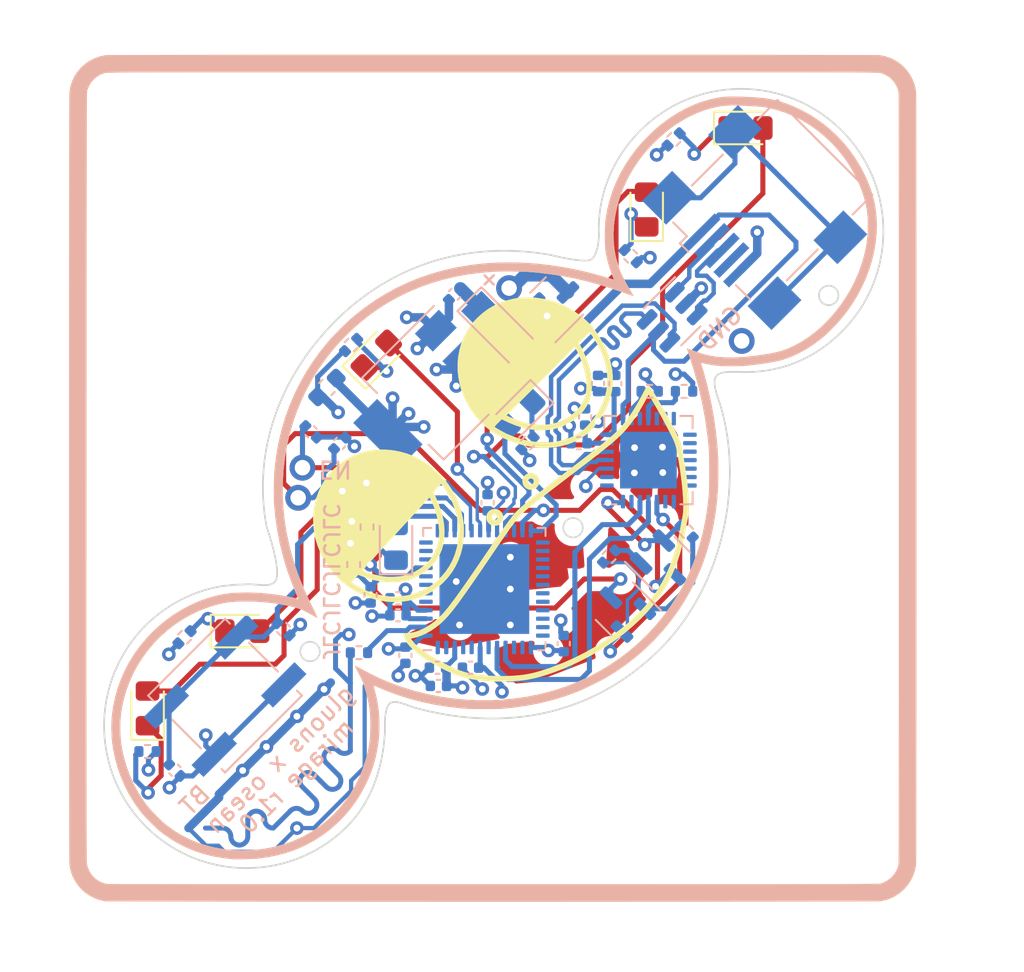
<source format=kicad_pcb>
(kicad_pcb (version 20211014) (generator pcbnew)
  (layers (0 "F.Cu" signal) (1 "In1.Cu" power) (2 "In2.Cu" power) (31 "B.Cu" signal) (34 "B.Paste" user) (35 "F.Paste" user) (36 "B.SilkS" user "B.Silkscreen") (37 "F.SilkS" user "F.Silkscreen") (38 "B.Mask" user) (39 "F.Mask" user) (44 "Edge.Cuts" user))
  (net 0 "")
  (net 1 "REG_IN")
  (net 2 "+3V3")
  (net 3 "EN")
  (net 4 "IO4")
  (net 5 "IO0")
  (net 6 "VBUS")
  (net 7 "Net-(D2-Pad1)")
  (net 8 "IO27")
  (net 9 "Net-(D3-Pad1)")
  (net 10 "Net-(D4-Pad1)")
  (net 11 "IO14")
  (net 12 "Net-(D5-Pad1)")
  (net 13 "IO13")
  (net 14 "Net-(D6-Pad1)")
  (net 15 "IO12")
  (net 16 "Net-(D7-Pad1)")
  (net 17 "IO26")
  (net 18 "Net-(D8-Pad1)")
  (net 19 "IO25")
  (net 20 "USB_CONN_D-")
  (net 21 "USB_CONN_D+")
  (net 23 "unconnected-(J1-Pad6)")
  (net 24 "+5V")
  (net 25 "Net-(Q2-Pad1)")
  (net 26 "RTS")
  (net 27 "Net-(Q3-Pad1)")
  (net 28 "DTR")
  (net 29 "Net-(R3-Pad1)")
  (net 30 "Net-(R6-Pad1)")
  (net 31 "LNA")
  (net 32 "USB_D+")
  (net 33 "USB_D-")
  (net 49 "UART0TX")
  (net 50 "UART0RX")
  (net 79 "IO15")
  (net 81 "GND")
  (footprint "LED_SMD:LED_0805_2012Metric_Pad1.15x1.40mm_HandSolder" (layer "F.Cu") (at 157.048913 81.463913 90)
    (fp_text reference "D3")
    (fp_text value "Blue")
  )
  (footprint "LED_SMD:LED_0805_2012Metric_Pad1.15x1.40mm_HandSolder" (layer "F.Cu") (at 141.084129 90.071697 45)
    (fp_text reference "D6")
    (fp_text value "Red")
  )
  (footprint "LED_SMD:LED_0805_2012Metric_Pad1.15x1.40mm_HandSolder" (layer "F.Cu") (at 133.172913 106.364913)
    (fp_text reference "D2")
    (fp_text value "Blue")
  )
  (footprint "NuDekoV3:nudeko" (layer "F.Cu") (at 147.950913 97.324913)
    (fp_text reference "Ref**" hide)
    (fp_text value "Val**" hide)
    (fp_line (start -21.97468 10.7334) (end -22.02063 10.8223) (layer "Edge.Cuts") (width 0.1))
    (fp_line (start 21.6572 -19.25093) (end 21.6013 -19.33337) (layer "Edge.Cuts") (width 0.1))
    (fp_line (start 22.1591 -10.7734) (end 22.2041 -10.8631) (layer "Edge.Cuts") (width 0.1))
    (fp_line (start -6.3742 15.279) (end -6.3666 15.1813) (layer "Edge.Cuts") (width 0.1))
    (fp_line (start -21.56984 10.0439) (end -21.62394 10.1278) (layer "Edge.Cuts") (width 0.1))
    (fp_line (start -22.1546 18.1682) (end -22.11206 18.2585) (layer "Edge.Cuts") (width 0.1))
    (fp_line (start 1.0808 14.1613) (end 1.1798 14.1536) (layer "Edge.Cuts") (width 0.1))
    (fp_line (start -8.9933 20.9542) (end -8.9188 20.8881) (layer "Edge.Cuts") (width 0.1))
    (fp_line (start -22.92048 15.076) (end -22.91462 15.1763) (layer "Edge.Cuts") (width 0.1))
    (fp_line (start 22.6892 -17.0923) (end 22.6589 -17.18748) (layer "Edge.Cuts") (width 0.1))
    (fp_line (start -7.0974 18.336) (end -7.0593 18.2455) (layer "Edge.Cuts") (width 0.1))
    (fp_line (start 9.4329 10.5353) (end 9.5064 10.4674) (layer "Edge.Cuts") (width 0.1))
    (fp_line (start -22.42253 17.5202) (end -22.38767 17.6139) (layer "Edge.Cuts") (width 0.1))
    (fp_line (start -0.1063 -13.4037) (end -0.2057 -13.3981) (layer "Edge.Cuts") (width 0.1))
    (fp_line (start 7.7126 11.8909) (end 7.795 11.8353) (layer "Edge.Cuts") (width 0.1))
    (fp_line (start 14.0042 -0.0901) (end 14.0056 -0.1894) (layer "Edge.Cuts") (width 0.1))
    (fp_line (start -22.73149 16.4627) (end -22.70911 16.5607) (layer "Edge.Cuts") (width 0.1))
    (fp_line (start 20.0567 -8.1354) (end 20.1326 -8.2003) (layer "Edge.Cuts") (width 0.1))
    (fp_line (start -18.86604 21.8323) (end -18.78013 21.8835) (layer "Edge.Cuts") (width 0.1))
    (fp_line (start -10.9962 -7.2426) (end -11.0534 -7.1613) (layer "Edge.Cuts") (width 0.1))
    (fp_line (start -4.7475 -12.3472) (end -4.8396 -12.3081) (layer "Edge.Cuts") (width 0.1))
    (fp_line (start -6.4381 -11.4937) (end -6.5234 -11.4426) (layer "Edge.Cuts") (width 0.1))
    (fp_line (start -9.6113 -8.9338) (end -9.6791 -8.8612) (layer "Edge.Cuts") (width 0.1))
    (fp_line (start -13.1744 3.3818) (end -13.1453 3.4763) (layer "Edge.Cuts") (width 0.1))
    (fp_line (start 21.2444 -19.81518) (end 21.1813 -19.89342) (layer "Edge.Cuts") (width 0.1))
    (fp_line (start 4.7763 13.3795) (end 4.8695 13.3454) (layer "Edge.Cuts") (width 0.1))
    (fp_line (start -20.64812 20.3918) (end -20.57889 20.4645) (layer "Edge.Cuts") (width 0.1))
    (fp_line (start 23.0704 -14.5277) (end 23.0705 -14.6274) (layer "Edge.Cuts") (width 0.1))
    (fp_line (start -13.4905 1.8397) (end -13.4798 1.9383) (layer "Edge.Cuts") (width 0.1))
    (fp_line (start -6.0033 -11.7417) (end -6.0906 -11.6936) (layer "Edge.Cuts") (width 0.1))
    (fp_line (start -5.5817 13.2419) (end -5.4859 13.2626) (layer "Edge.Cuts") (width 0.1))
    (fp_line (start -14.3148 6.2753) (end -14.4142 6.2736) (layer "Edge.Cuts") (width 0.1))
    (fp_line (start -6.175 13.4569) (end -6.123 13.3743) (layer "Edge.Cuts") (width 0.1))
    (fp_line (start -9.5429 -9.0063) (end -9.6113 -8.9338) (layer "Edge.Cuts") (width 0.1))
    (fp_line (start 0.8897 -13.4229) (end 0.7902 -13.424) (layer "Edge.Cuts") (width 0.1))
    (fp_line (start -18.51871 22.0308) (end -18.43057 22.0777) (layer "Edge.Cuts") (width 0.1))
    (fp_line (start 11.4098 -22.33213) (end 11.3173 -22.29262) (layer "Edge.Cuts") (width 0.1))
    (fp_line (start 23.0671 -14.8274) (end 23.0636 -14.9276) (layer "Edge.Cuts") (width 0.1))
    (fp_line (start 6.2898 -15.28915) (end 6.2831 -15.18961) (layer "Edge.Cuts") (width 0.1))
    (fp_line (start -7.6433 19.3838) (end -7.592 19.3007) (layer "Edge.Cuts") (width 0.1))
    (fp_line (start 22.207 -18.29936) (end 22.1622 -18.389) (layer "Edge.Cuts") (width 0.1))
    (fp_line (start 14.026 -22.96273) (end 13.9263 -22.95455) (layer "Edge.Cuts") (width 0.1))
    (fp_line (start 14.0059 -0.4896) (end 14.0046 -0.5896) (layer "Edge.Cuts") (width 0.1))
    (fp_line (start -21.2847 9.6348) (end -21.34352 9.715) (layer "Edge.Cuts") (width 0.1))
    (fp_line (start -13.4149 2.4297) (end -13.3997 2.5272) (layer "Edge.Cuts") (width 0.1))
    (fp_line (start -22.15203 11.0923) (end -22.19381 11.1837) (layer "Edge.Cuts") (width 0.1))
    (fp_line (start 13.9464 1.0064) (end 13.9549 0.9069) (layer "Edge.Cuts") (width 0.1))
    (fp_line (start -11.6967 -6.1582) (end -11.7465 -6.0725) (layer "Edge.Cuts") (width 0.1))
    (fp_line (start 13.3156 -4.6995) (end 13.2859 -4.7895) (layer "Edge.Cuts") (width 0.1))
    (fp_line (start 14.827 -6.262) (end 14.9271 -6.2613) (layer "Edge.Cuts") (width 0.1))
    (fp_line (start 6.775 -17.51449) (end 6.7412 -17.42187) (layer "Edge.Cuts") (width 0.1))
    (fp_line (start 13.9969 -0.8902) (end 13.993 -0.9906) (layer "Edge.Cuts") (width 0.1))
    (fp_line (start 21.4232 -9.5859) (end 21.482 -9.6662) (layer "Edge.Cuts") (width 0.1))
    (fp_line (start -13.556 0.2554) (end -13.5578 0.3541) (layer "Edge.Cuts") (width 0.1))
    (fp_line (start 13.6467 2.98) (end 13.6676 2.8819) (layer "Edge.Cuts") (width 0.1))
    (fp_line (start -8.7583 -9.7729) (end -8.8318 -9.7058) (layer "Edge.Cuts") (width 0.1))
    (fp_line (start -15.49095 6.3304) (end -15.58832 6.341) (layer "Edge.Cuts") (width 0.1))
    (fp_line (start 22.9793 -15.82287) (end 22.9639 -15.92217) (layer "Edge.Cuts") (width 0.1))
    (fp_line (start -14.6874 23.0345) (end -14.5872 23.0358) (layer "Edge.Cuts") (width 0.1))
    (fp_line (start 9.579 10.3994) (end 9.6508 10.3313) (layer "Edge.Cuts") (width 0.1))
    (fp_line (start -13.1685 -2.5922) (end -13.1926 -2.4954) (layer "Edge.Cuts") (width 0.1))
    (fp_line (start -8.7724 20.7533) (end -8.6998 20.6841) (layer "Edge.Cuts") (width 0.1))
    (fp_line (start -21.22461 9.5548) (end -21.2847 9.6348) (layer "Edge.Cuts") (width 0.1))
    (fp_line (start 22.2905 -11.0435) (end 22.3323 -11.1348) (layer "Edge.Cuts") (width 0.1))
    (fp_line (start -13.5257 1.4426) (end -13.5181 1.5419) (layer "Edge.Cuts") (width 0.1))
    (fp_line (start 19.9051 -21.15575) (end 19.827 -21.2174) (layer "Edge.Cuts") (width 0.1))
    (fp_line (start -20.28838 8.5184) (end -20.36144 8.5869) (layer "Edge.Cuts") (width 0.1))
    (fp_line (start 13.9923 0.3071) (end 13.9962 0.2075) (layer "Edge.Cuts") (width 0.1))
    (fp_line (start -19.83505 8.1264) (end -19.9123 8.1894) (layer "Edge.Cuts") (width 0.1))
    (fp_line (start -13.485 -0.8357) (end -13.4953 -0.7375) (layer "Edge.Cuts") (width 0.1))
    (fp_line (start 21.7624 -10.0789) (end 21.8155 -10.1633) (layer "Edge.Cuts") (width 0.1))
    (fp_line (start -8.5349 -9.9717) (end -8.61 -9.9057) (layer "Edge.Cuts") (width 0.1))
    (fp_line (start 12.927 5.3707) (end 12.9631 5.2775) (layer "Edge.Cuts") (width 0.1))
    (fp_line (start 22.4904 -17.6579) (end 22.4532 -17.75086) (layer "Edge.Cuts") (width 0.1))
    (fp_line (start 18.9186 -21.83461) (end 18.8318 -21.88489) (layer "Edge.Cuts") (width 0.1))
    (fp_line (start 12.0771 7.1792) (end 12.1256 7.0913) (layer "Edge.Cuts") (width 0.1))
    (fp_line (start -19.5986 7.9426) (end -19.67849 8.0033) (layer "Edge.Cuts") (width 0.1))
    (fp_line (start 7.0885 -18.24404) (end 7.0455 -18.15465) (layer "Edge.Cuts") (width 0.1))
    (fp_line (start 16.4128 -22.80483) (end 16.3155 -22.82481) (layer "Edge.Cuts") (width 0.1))
    (fp_line (start -11.11 -7.0797) (end -11.166 -6.9979) (layer "Edge.Cuts") (width 0.1))
    (fp_line (start -12.2122 -5.1963) (end -12.2555 -5.1068) (layer "Edge.Cuts") (width 0.1))
    (fp_line (start 13.993 -0.9906) (end 13.9884 -1.0903) (layer "Edge.Cuts") (width 0.1))
    (fp_line (start -6.349 14.3059) (end -6.3435 14.2092) (layer "Edge.Cuts") (width 0.1))
    (fp_line (start -2.9596 -12.957) (end -3.0554 -12.9312) (layer "Edge.Cuts") (width 0.1))
    (fp_line (start -13.0934 22.9131) (end -12.995 22.8955) (layer "Edge.Cuts") (width 0.1))
    (fp_line (start -17.51192 6.7971) (end -17.60509 6.8327) (layer "Edge.Cuts") (width 0.1))
    (fp_line (start -4.3602 13.6261) (end -4.2635 13.651) (layer "Edge.Cuts") (width 0.1))
    (fp_line (start 9.5959 -21.28459) (end 9.5171 -21.22397) (layer "Edge.Cuts") (width 0.1))
    (fp_line (start 11.5026 -22.37047) (end 11.4098 -22.33213) (layer "Edge.Cuts") (width 0.1))
    (fp_line (start -12.7581 -3.9174) (end -12.7919 -3.8245) (layer "Edge.Cuts") (width 0.1))
    (fp_line (start -10.5492 22.0359) (end -10.461 21.9878) (layer "Edge.Cuts") (width 0.1))
    (fp_line (start 20.1326 -8.2003) (end 20.2077 -8.2659) (layer "Edge.Cuts") (width 0.1))
    (fp_line (start 10.0861 -21.62981) (end 10.0027 -21.57477) (layer "Edge.Cuts") (width 0.1))
    (fp_line (start 23.0285 -15.42627) (end 23.018 -15.52551) (layer "Edge.Cuts") (width 0.1))
    (fp_line (start -11.3641 22.4193) (end -11.2713 22.381) (layer "Edge.Cuts") (width 0.1))
    (fp_line (start -3.6811 13.7898) (end -3.5832 13.8112) (layer "Edge.Cuts") (width 0.1))
    (fp_line (start 19.5876 -21.39739) (end 19.5062 -21.45556) (layer "Edge.Cuts") (width 0.1))
    (fp_line (start -20.4332 8.6558) (end -20.5042 8.7259) (layer "Edge.Cuts") (width 0.1))
    (fp_line (start 22.7709 -12.3546) (end 22.7967 -12.4511) (layer "Edge.Cuts") (width 0.1))
    (fp_line (start 19.1755 -7.4844) (end 19.2585 -7.5382) (layer "Edge.Cuts") (width 0.1))
    (fp_line (start 13.1668 4.7136) (end 13.1986 4.6187) (layer "Edge.Cuts") (width 0.1))
    (fp_line (start 12.4467 6.4692) (end 12.4903 6.3787) (layer "Edge.Cuts") (width 0.1))
    (fp_line (start -22.35186 17.7068) (end -22.31474 17.7997) (layer "Edge.Cuts") (width 0.1))
    (fp_line (start 18.6572 -21.98188) (end 18.5691 -22.02879) (layer "Edge.Cuts") (width 0.1))
    (fp_line (start 1.8745 14.0803) (end 1.9731 14.0672) (layer "Edge.Cuts") (width 0.1))
    (fp_line (start -13.546 -0.0427) (end -13.5501 0.0567) (layer "Edge.Cuts") (width 0.1))
    (fp_line (start -13.5519 0.9483) (end -13.5482 1.0476) (layer "Edge.Cuts") (width 0.1))
    (fp_line (start 13.8605 -6.264) (end 13.9548 -6.2689) (layer "Edge.Cuts") (width 0.1))
    (fp_line (start -13.4361 -1.2286) (end -13.4494 -1.1309) (layer "Edge.Cuts") (width 0.1))
    (fp_line (start -5.2939 -12.1031) (end -5.3832 -12.0604) (layer "Edge.Cuts") (width 0.1))
    (fp_line (start 0.782 14.1804) (end 0.8816 14.1747) (layer "Edge.Cuts") (width 0.1))
    (fp_line (start -6.5913 16.7406) (end -6.5706 16.6444) (layer "Edge.Cuts") (width 0.1))
    (fp_line (start -1.1985 -13.3036) (end -1.2976 -13.2903) (layer "Edge.Cuts") (width 0.1))
    (fp_line (start -10.9387 -7.3232) (end -10.9962 -7.2426) (layer "Edge.Cuts") (width 0.1))
    (fp_line (start -12.0226 22.6552) (end -11.9274 22.6249) (layer "Edge.Cuts") (width 0.1))
    (fp_line (start 13.5482 -3.9507) (end 13.5218 -4.0472) (layer "Edge.Cuts") (width 0.1))
    (fp_line (start -22.10941 11.002) (end -22.15203 11.0923) (layer "Edge.Cuts") (width 0.1))
    (fp_line (start -22.9282 14.3757) (end -22.93066 14.4763) (layer "Edge.Cuts") (width 0.1))
    (fp_line (start 13.8423 1.8984) (end 13.8564 1.7995) (layer "Edge.Cuts") (width 0.1))
    (fp_line (start -22.48625 11.9266) (end -22.5178 12.0214) (layer "Edge.Cuts") (width 0.1))
    (fp_line (start -13.3208 -1.9135) (end -13.3395 -1.8163) (layer "Edge.Cuts") (width 0.1))
    (fp_line (start 14.4286 -6.2756) (end 14.5285 -6.2705) (layer "Edge.Cuts") (width 0.1))
    (fp_line (start -1.1149 14.1648) (end -1.0153 14.1714) (layer "Edge.Cuts") (width 0.1))
    (fp_line (start 7.3198 -18.68292) (end 7.2717 -18.5968) (layer "Edge.Cuts") (width 0.1))
    (fp_line (start 12.0659 -22.57601) (end 11.9705 -22.54437) (layer "Edge.Cuts") (width 0.1))
    (fp_line (start -17.04755 22.6514) (end -16.95207 22.6807) (layer "Edge.Cuts") (width 0.1))
    (fp_line (start -6.2762 13.73) (end -6.2499 13.6368) (layer "Edge.Cuts") (width 0.1))
    (fp_line (start 5.6516 -12.8571) (end 5.5545 -12.8472) (layer "Edge.Cuts") (width 0.1))
    (fp_line (start -21.83084 10.4707) (end -21.87999 10.5579) (layer "Edge.Cuts") (width 0.1))
    (fp_line (start 13.9064 1.4035) (end 13.9173 1.3047) (layer "Edge.Cuts") (width 0.1))
    (fp_line (start -22.38767 17.6139) (end -22.35186 17.7068) (layer "Edge.Cuts") (width 0.1))
    (fp_line (start 13.8516 -2.4844) (end 13.8366 -2.5824) (layer "Edge.Cuts") (width 0.1))
    (fp_line (start 9.1362 10.8004) (end 9.2113 10.7346) (layer "Edge.Cuts") (width 0.1))
    (fp_line (start -10.726 22.1284) (end -10.6371 22.0826) (layer "Edge.Cuts") (width 0.1))
    (fp_line (start -1.3148 14.1499) (end -1.2149 14.1577) (layer "Edge.Cuts") (width 0.1))
    (fp_line (start -19.02481 7.548) (end -19.10863 7.6014) (layer "Edge.Cuts") (width 0.1))
    (fp_line (start -2.01 14.0787) (end -1.9105 14.0907) (layer "Edge.Cuts") (width 0.1))
    (fp_line (start -6.2168 13.5451) (end -6.175 13.4569) (layer "Edge.Cuts") (width 0.1))
    (fp_line (start 13.9549 0.9069) (end 13.9627 0.8069) (layer "Edge.Cuts") (width 0.1))
    (fp_line (start -17.98021 22.2969) (end -17.88895 22.3373) (layer "Edge.Cuts") (width 0.1))
    (fp_line (start 2.878 -13.2644) (end 2.7793 -13.2783) (layer "Edge.Cuts") (width 0.1))
    (fp_line (start -22.19622 18.077) (end -22.1546 18.1682) (layer "Edge.Cuts") (width 0.1))
    (fp_line (start 13.8271 -22.94522) (end 13.7278 -22.93471) (layer "Edge.Cuts") (width 0.1))
    (fp_line (start 0.1849 14.2007) (end 0.2846 14.199) (layer "Edge.Cuts") (width 0.1))
    (fp_line (start 12.3579 6.6486) (end 12.4025 6.5593) (layer "Edge.Cuts") (width 0.1))
    (fp_line (start -7.8412 -10.5405) (end -7.92 -10.4794) (layer "Edge.Cuts") (width 0.1))
    (fp_line (start 13.1403 -5.9031) (end 13.1801 -5.9898) (layer "Edge.Cuts") (width 0.1))
    (fp_line (start 2.5643 13.9733) (end 2.6621 13.9552) (layer "Edge.Cuts") (width 0.1))
    (fp_line (start 4.1264 -13.0188) (end 4.0321 -13.0387) (layer "Edge.Cuts") (width 0.1))
    (fp_line (start -21.34723 19.5463) (end -21.28833 19.6268) (layer "Edge.Cuts") (width 0.1))
    (fp_line (start -13.0891 3.6646) (end -13.0617 3.7592) (layer "Edge.Cuts") (width 0.1))
    (fp_line (start 0.4911 -13.4233) (end 0.3915 -13.4218) (layer "Edge.Cuts") (width 0.1))
    (fp_line (start -18.50775 7.2478) (end -18.59524 7.2952) (layer "Edge.Cuts") (width 0.1))
    (fp_line (start -13.4494 -1.1309) (end -13.462 -1.0329) (layer "Edge.Cuts") (width 0.1))
    (fp_line (start -19.98906 8.2535) (end -20.06557 8.3189) (layer "Edge.Cuts") (width 0.1))
    (fp_line (start 21.7083 -9.995) (end 21.7624 -10.0789) (layer "Edge.Cuts") (width 0.1))
    (fp_line (start -13.2039 3.2879) (end -13.1744 3.3818) (layer "Edge.Cuts") (width 0.1))
    (fp_line (start 13.6227 -3.6593) (end 13.5985 -3.7569) (layer "Edge.Cuts") (width 0.1))
    (fp_line (start 1.3785 14.1361) (end 1.478 14.1263) (layer "Edge.Cuts") (width 0.1))
    (fp_line (start -6.684 17.1242) (end -6.6594 17.0285) (layer "Edge.Cuts") (width 0.1))
    (fp_line (start 22.9933 -15.72411) (end 22.9793 -15.82287) (layer "Edge.Cuts") (width 0.1))
    (fp_line (start -6.9458 -11.1769) (end -7.0292 -11.1219) (layer "Edge.Cuts") (width 0.1))
    (fp_line (start -11.2768 -6.8325) (end -11.3313 -6.7493) (layer "Edge.Cuts") (width 0.1))
    (fp_line (start 4.5886 13.4458) (end 4.6826 13.413) (layer "Edge.Cuts") (width 0.1))
    (fp_line (start 12.2205 6.9149) (end 12.2667 6.8269) (layer "Edge.Cuts") (width 0.1))
    (fp_line (start 6.3871 -16.08008) (end 6.3706 -15.98123) (layer "Edge.Cuts") (width 0.1))
    (fp_line (start -2.4756 -13.0761) (end -2.5728 -13.0536) (layer "Edge.Cuts") (width 0.1))
    (fp_line (start 6.3288 -15.68629) (end 6.3172 -15.58707) (layer "Edge.Cuts") (width 0.1))
    (fp_line (start -22.82338 13.2817) (end -22.83882 13.3807) (layer "Edge.Cuts") (width 0.1))
    (fp_line (start 7.7427 -19.35327) (end 7.6866 -19.27211) (layer "Edge.Cuts") (width 0.1))
    (fp_line (start 13.4946 -4.1439) (end 13.4666 -4.2403) (layer "Edge.Cuts") (width 0.1))
    (fp_line (start 2.0719 14.0532) (end 2.1701 14.0387) (layer "Edge.Cuts") (width 0.1))
    (fp_line (start -12.7581 5.1) (end -12.7452 5.1977) (layer "Edge.Cuts") (width 0.1))
    (fp_line (start 17.5683 -6.6994) (end 17.6622 -6.733) (layer "Edge.Cuts") (width 0.1))
    (fp_line (start 14.0491 -6.2713) (end 14.1441 -6.2721) (layer "Edge.Cuts") (width 0.1))
    (fp_line (start -15.38655 22.9924) (end -15.28684 23.0019) (layer "Edge.Cuts") (width 0.1))
    (fp_line (start -17.32366 6.729) (end -17.41787 6.7624) (layer "Edge.Cuts") (width 0.1))
    (fp_line (start -12.7179 5.5896) (end -12.7199 5.6873) (layer "Edge.Cuts") (width 0.1))
    (fp_line (start 20.5769 -20.55783) (end 20.5052 -20.628) (layer "Edge.Cuts") (width 0.1))
    (fp_line (start -13.9175 6.3007) (end -14.0166 6.2928) (layer "Edge.Cuts") (width 0.1))
    (fp_line (start -5.5618 -11.9727) (end -5.6509 -11.9277) (layer "Edge.Cuts") (width 0.1))
    (fp_line (start 6.1895 -13.6061) (end 6.1653 -13.5099) (layer "Edge.Cuts") (width 0.1))
    (fp_line (start -13.5385 1.2449) (end -13.5325 1.344) (layer "Edge.Cuts") (width 0.1))
    (fp_line (start 6.6881 12.5144) (end 6.775 12.4662) (layer "Edge.Cuts") (width 0.1))
    (fp_line (start 12.4903 6.3787) (end 12.5329 6.2888) (layer "Edge.Cuts") (width 0.1))
    (fp_line (start -6.6927 -11.3386) (end -6.7773 -11.2854) (layer "Edge.Cuts") (width 0.1))
    (fp_line (start -14.2874 23.0325) (end -14.1872 23.0291) (layer "Edge.Cuts") (width 0.1))
    (fp_line (start 19.6678 -21.33855) (end 19.5876 -21.39739) (layer "Edge.Cuts") (width 0.1))
    (fp_line (start -9.4574 21.3335) (end -9.3786 21.2729) (layer "Edge.Cuts") (width 0.1))
    (fp_line (start 22.8912 -16.31576) (end 22.87 -16.41381) (layer "Edge.Cuts") (width 0.1))
    (fp_line (start -11.7465 -6.0725) (end -11.7958 -5.9864) (layer "Edge.Cuts") (width 0.1))
    (fp_line (start -5.828 -11.8359) (end -5.9159 -11.789) (layer "Edge.Cuts") (width 0.1))
    (fp_line (start -8.9188 20.8881) (end -8.8455 20.8214) (layer "Edge.Cuts") (width 0.1))
    (fp_line (start 14.2397 -6.2723) (end 14.3368 -6.2737) (layer "Edge.Cuts") (width 0.1))
    (fp_line (start 22.8476 -16.5118) (end 22.824 -16.60961) (layer "Edge.Cuts") (width 0.1))
    (fp_line (start -6.7931 17.5053) (end -6.7643 17.4106) (layer "Edge.Cuts") (width 0.1))
    (fp_line (start 13.9884 -1.0903) (end 13.9831 -1.1905) (layer "Edge.Cuts") (width 0.1))
    (fp_line (start 11.394 8.2833) (end 11.4499 8.2011) (layer "Edge.Cuts") (width 0.1))
    (fp_line (start 3.0544 13.8756) (end 3.1522 13.8539) (layer "Edge.Cuts") (width 0.1))
    (fp_line (start -0.0143 14.2023) (end 0.0856 14.2018) (layer "Edge.Cuts") (width 0.1))
    (fp_line (start 13.111 -5.5268) (end 13.105 -5.6222) (layer "Edge.Cuts") (width 0.1))
    (fp_line (start -10.2052 -8.2658) (end -10.2688 -8.1897) (layer "Edge.Cuts") (width 0.1))
    (fp_line (start 13.438 -4.3356) (end 13.4083 -4.4284) (layer "Edge.Cuts") (width 0.1))
    (fp_line (start -18.60604 21.9829) (end -18.51871 22.0308) (layer "Edge.Cuts") (width 0.1))
    (fp_line (start 1.9731 14.0672) (end 2.0719 14.0532) (layer "Edge.Cuts") (width 0.1))
    (fp_line (start -21.93112 18.6147) (end -21.88296 18.7029) (layer "Edge.Cuts") (width 0.1))
    (fp_line (start 13.7503 -3.0751) (end 13.7309 -3.1728) (layer "Edge.Cuts") (width 0.1))
    (fp_line (start -21.28833 19.6268) (end -21.22842 19.7067) (layer "Edge.Cuts") (width 0.1))
    (fp_line (start -22.5481 12.1163) (end -22.57736 12.2117) (layer "Edge.Cuts") (width 0.1))
    (fp_line (start -13.0096 -3.1655) (end -13.0378 -3.0707) (layer "Edge.Cuts") (width 0.1))
    (fp_line (start -5.4859 13.2626) (end -5.3906 13.2878) (layer "Edge.Cuts") (width 0.1))
    (fp_line (start -19.35568 7.7671) (end -19.43702 7.8244) (layer "Edge.Cuts") (width 0.1))
    (fp_line (start -10.2878 21.8891) (end -10.2017 21.838) (layer "Edge.Cuts") (width 0.1))
    (fp_line (start -10.0317 21.7328) (end -9.9476 21.6787) (layer "Edge.Cuts") (width 0.1))
    (fp_line (start 22.6563 -11.9726) (end 22.6866 -12.0674) (layer "Edge.Cuts") (width 0.1))
    (fp_line (start 3.6541 -13.1243) (end 3.5362 -13.153) (layer "Edge.Cuts") (width 0.1))
    (fp_line (start 6.5352 -16.75896) (end 6.5106 -16.66329) (layer "Edge.Cuts") (width 0.1))
    (fp_line (start 19.4239 -7.6499) (end 19.5058 -7.7076) (layer "Edge.Cuts") (width 0.1))
    (fp_line (start -6.8854 17.7866) (end -6.8536 17.6934) (layer "Edge.Cuts") (width 0.1))
    (fp_line (start -21.10196 9.3975) (end -21.16359 9.4756) (layer "Edge.Cuts") (width 0.1))
    (fp_line (start -13.5587 0.4533) (end -13.5589 0.5518) (layer "Edge.Cuts") (width 0.1))
    (fp_line (start -11.8925 -5.8132) (end -11.9401 -5.7258) (layer "Edge.Cuts") (width 0.1))
    (fp_line (start 18.2101 -22.20622) (end 18.1187 -22.24802) (layer "Edge.Cuts") (width 0.1))
    (fp_line (start -22.932 14.6763) (end -22.93088 14.7766) (layer "Edge.Cuts") (width 0.1))
    (fp_line (start 14.3368 -6.2737) (end 14.4286 -6.2756) (layer "Edge.Cuts") (width 0.1))
    (fp_line (start -10.6419 -7.7226) (end -10.702 -7.6439) (layer "Edge.Cuts") (width 0.1))
    (fp_line (start -13.3014 -2.0103) (end -13.3208 -1.9135) (layer "Edge.Cuts") (width 0.1))
    (fp_line (start -12.7011 22.8358) (end -12.6031 22.8134) (layer "Edge.Cuts") (width 0.1))
    (fp_line (start 12.815 5.6492) (end 12.8531 5.5564) (layer "Edge.Cuts") (width 0.1))
    (fp_line (start 13.2605 4.4285) (end 13.2905 4.3332) (layer "Edge.Cuts") (width 0.1))
    (fp_line (start 13.1226 -5.4318) (end 13.111 -5.5268) (layer "Edge.Cuts") (width 0.1))
    (fp_line (start 21.9693 -10.4218) (end 22.0185 -10.5091) (layer "Edge.Cuts") (width 0.1))
    (fp_line (start 14.0022 0.0092) (end 14.0042 -0.0901) (layer "Edge.Cuts") (width 0.1))
    (fp_line (start 18.4801 -22.07476) (end 18.3905 -22.11976) (layer "Edge.Cuts") (width 0.1))
    (fp_line (start -22.57736 12.2117) (end -22.60536 12.3071) (layer "Edge.Cuts") (width 0.1))
    (fp_line (start 8.5988 11.2457) (end 8.6771 11.1835) (layer "Edge.Cuts") (width 0.1))
    (fp_line (start 22.6247 -11.8778) (end 22.6563 -11.9726) (layer "Edge.Cuts") (width 0.1))
    (fp_line (start 10.1436 9.8369) (end 10.212 9.7638) (layer "Edge.Cuts") (width 0.1))
    (fp_line (start -8.61 -9.9057) (end -8.6847 -9.8393) (layer "Edge.Cuts") (width 0.1))
    (fp_line (start -13.5548 0.8492) (end -13.5519 0.9483) (layer "Edge.Cuts") (width 0.1))
    (fp_line (start 14.8259 -22.98563) (end 14.7257 -22.98691) (layer "Edge.Cuts") (width 0.1))
    (fp_line (start 13.9962 0.2075) (end 13.9995 0.1085) (layer "Edge.Cuts") (width 0.1))
    (fp_line (start 9.3595 10.6022) (end 9.4329 10.5353) (layer "Edge.Cuts") (width 0.1))
    (fp_line (start -22.90758 15.2763) (end -22.89938 15.3759) (layer "Edge.Cuts") (width 0.1))
    (fp_line (start -15.98012 22.9104) (end -15.882 22.927) (layer "Edge.Cuts") (width 0.1))
    (fp_line (start 13.5985 -3.7569) (end 13.5737 -3.854) (layer "Edge.Cuts") (width 0.1))
    (fp_line (start -9.9458 -8.5667) (end -10.0113 -8.4921) (layer "Edge.Cuts") (width 0.1))
    (fp_line (start 13.2905 4.3332) (end 13.32 4.2373) (layer "Edge.Cuts") (width 0.1))
    (fp_line (start -5.0165 13.4143) (end -4.9247 13.4487) (layer "Edge.Cuts") (width 0.1))
    (fp_line (start 13.3966 -6.1672) (end 13.4855 -6.2008) (layer "Edge.Cuts") (width 0.1))
    (fp_line (start 22.824 -16.60961) (end 22.7993 -16.70713) (layer "Edge.Cuts") (width 0.1))
    (fp_line (start -1.9875 -13.1776) (end -2.0859 -13.1586) (layer "Edge.Cuts") (width 0.1))
    (fp_line (start 1.6884 -13.3903) (end 1.5887 -13.3967) (layer "Edge.Cuts") (width 0.1))
    (fp_line (start 13.78 2.2921) (end 13.7964 2.194) (layer "Edge.Cuts") (width 0.1))
    (fp_line (start 12.3525 -22.66343) (end 12.2565 -22.63538) (layer "Edge.Cuts") (width 0.1))
    (fp_line (start 22.8887 -12.8406) (end 22.9087 -12.9379) (layer "Edge.Cuts") (width 0.1))
    (fp_line (start 6.2734 -14.9918) (end 6.2703 -14.892) (layer "Edge.Cuts") (width 0.1))
    (fp_line (start -20.36667 20.6769) (end -20.29401 20.7463) (layer "Edge.Cuts") (width 0.1))
    (fp_line (start -13.4562 2.1342) (end -13.4433 2.2326) (layer "Edge.Cuts") (width 0.1))
    (fp_line (start -18.41979 7.2015) (end -18.50775 7.2478) (layer "Edge.Cuts") (width 0.1))
    (fp_line (start 10.6079 9.3162) (end 10.672 9.2397) (layer "Edge.Cuts") (width 0.1))
    (fp_line (start -16.94344 6.607) (end -17.03922 6.6358) (layer "Edge.Cuts") (width 0.1))
    (fp_line (start -2.4054 14.0253) (end -2.3064 14.0395) (layer "Edge.Cuts") (width 0.1))
    (fp_line (start 7.9171 -19.59386) (end 7.8581 -19.51439) (layer "Edge.Cuts") (width 0.1))
    (fp_line (start 13.4083 -4.4284) (end 13.3771 -4.5186) (layer "Edge.Cuts") (width 0.1))
    (fp_line (start -3.8758 13.7456) (end -3.7784 13.7679) (layer "Edge.Cuts") (width 0.1))
    (fp_line (start -20.64374 8.8703) (end -20.71197 8.9434) (layer "Edge.Cuts") (width 0.1))
    (fp_line (start 20.6427 -8.677) (end 20.7128 -8.7488) (layer "Edge.Cuts") (width 0.1))
    (fp_line (start -19.99704 21.0137) (end -19.92131 21.078) (layer "Edge.Cuts") (width 0.1))
    (fp_line (start 19.9023 -8.0081) (end 19.9798 -8.0712) (layer "Edge.Cuts") (width 0.1))
    (fp_line (start 21.7123 -19.16759) (end 21.6572 -19.25093) (layer "Edge.Cuts") (width 0.1))
    (fp_line (start -4.0049 -12.6343) (end -4.0985 -12.6009) (layer "Edge.Cuts") (width 0.1))
    (fp_line (start -13.2219 6.3074) (end -13.3209 6.3195) (layer "Edge.Cuts") (width 0.1))
    (fp_line (start 18.6603 -7.1813) (end 18.7474 -7.2289) (layer "Edge.Cuts") (width 0.1))
    (fp_line (start -8.0388 19.9504) (end -7.9792 19.8724) (layer "Edge.Cuts") (width 0.1))
    (fp_line (start 17.5638 -22.47423) (end 17.4698 -22.50805) (layer "Edge.Cuts") (width 0.1))
    (fp_line (start 21.3631 -9.506) (end 21.4232 -9.5859) (layer "Edge.Cuts") (width 0.1))
    (fp_line (start -14.3871 23.0348) (end -14.2874 23.0325) (layer "Edge.Cuts") (width 0.1))
    (fp_line (start -13.462 -1.0329) (end -13.4739 -0.934) (layer "Edge.Cuts") (width 0.1))
    (fp_line (start -14.788 23.032) (end -14.6874 23.0345) (layer "Edge.Cuts") (width 0.1))
    (fp_line (start -16.17014 6.4196) (end -16.2683 6.439) (layer "Edge.Cuts") (width 0.1))
    (fp_line (start -12.7991 22.8569) (end -12.7011 22.8358) (layer "Edge.Cuts") (width 0.1))
    (fp_line (start -3.5832 13.8112) (end -3.4854 13.8321) (layer "Edge.Cuts") (width 0.1))
    (fp_line (start -11.3852 -6.666) (end -11.4384 -6.5825) (layer "Edge.Cuts") (width 0.1))
    (fp_line (start 13.7449 2.4898) (end 13.7628 2.3908) (layer "Edge.Cuts") (width 0.1))
    (fp_line (start -22.87793 13.6774) (end -22.88869 13.7772) (layer "Edge.Cuts") (width 0.1))
    (fp_line (start -4.6452 13.5486) (end -4.5523 13.575) (layer "Edge.Cuts") (width 0.1))
    (fp_line (start -13.5137 -0.539) (end -13.5217 -0.4402) (layer "Edge.Cuts") (width 0.1))
    (fp_line (start -7.8627 19.7128) (end -7.8058 19.6313) (layer "Edge.Cuts") (width 0.1))
    (fp_line (start 22.0696 -18.56587) (end 22.0215 -18.65404) (layer "Edge.Cuts") (width 0.1))
    (fp_line (start -12.9339 4.2348) (end -12.9104 4.3303) (layer "Edge.Cuts") (width 0.1))
    (fp_line (start -15.68401 22.9567) (end -15.58549 22.9697) (layer "Edge.Cuts") (width 0.1))
    (fp_line (start -20.21471 8.4509) (end -20.28838 8.5184) (layer "Edge.Cuts") (width 0.1))
    (fp_line (start 17.0906 -22.63181) (end 16.9952 -22.65984) (layer "Edge.Cuts") (width 0.1))
    (fp_line (start -22.89002 15.4751) (end -22.87949 15.5744) (layer "Edge.Cuts") (width 0.1))
    (fp_line (start -12.5776 -4.3815) (end -12.6149 -4.2897) (layer "Edge.Cuts") (width 0.1))
    (fp_line (start -16.46267 6.4811) (end -16.55875 6.5038) (layer "Edge.Cuts") (width 0.1))
    (fp_line (start -11.7375 22.5607) (end -11.6437 22.5271) (layer "Edge.Cuts") (width 0.1))
    (fp_line (start -21.57375 19.2165) (end -21.51869 19.2998) (layer "Edge.Cuts") (width 0.1))
    (fp_line (start -6.4807 16.1603) (end -6.4656 16.0636) (layer "Edge.Cuts") (width 0.1))
    (fp_line (start -22.6079 16.9498) (end -22.57982 17.0458) (layer "Edge.Cuts") (width 0.1))
    (fp_line (start -22.70665 12.6946) (end -22.729 12.7918) (layer "Edge.Cuts") (width 0.1))
    (fp_line (start 3.1522 13.8539) (end 3.2492 13.8316) (layer "Edge.Cuts") (width 0.1))
    (fp_line (start 20.9876 -20.12208) (end 20.9214 -20.19652) (layer "Edge.Cuts") (width 0.1))
    (fp_line (start 5.7017 13.0057) (end 5.7922 12.9647) (layer "Edge.Cuts") (width 0.1))
    (fp_line (start 23.0379 -15.32703) (end 23.0285 -15.42627) (layer "Edge.Cuts") (width 0.1))
    (fp_line (start 8.1218 11.6061) (end 8.2016 11.5479) (layer "Edge.Cuts") (width 0.1))
    (fp_line (start -9.1447 21.084) (end -9.0689 21.0198) (layer "Edge.Cuts") (width 0.1))
    (fp_line (start 0.292 -13.4195) (end 0.1927 -13.4166) (layer "Edge.Cuts") (width 0.1))
    (fp_line (start -15.10152 6.2993) (end -15.19905 6.3054) (layer "Edge.Cuts") (width 0.1))
    (fp_line (start -7.7618 -10.6012) (end -7.8412 -10.5405) (layer "Edge.Cuts") (width 0.1))
    (fp_line (start -21.51869 19.2998) (end -21.4628 19.3823) (layer "Edge.Cuts") (width 0.1))
    (fp_line (start -22.52041 17.2364) (end -22.48874 17.3318) (layer "Edge.Cuts") (width 0.1))
    (fp_line (start -15.58549 22.9697) (end -15.48632 22.9816) (layer "Edge.Cuts") (width 0.1))
    (fp_line (start -22.80891 16.0703) (end -22.7913 16.1688) (layer "Edge.Cuts") (width 0.1))
    (fp_line (start 6.2685 -14.7927) (end 6.2678 -14.694) (layer "Edge.Cuts") (width 0.1))
    (fp_line (start 6.2977 -15.38866) (end 6.2898 -15.28915) (layer "Edge.Cuts") (width 0.1))
    (fp_line (start 8.2016 11.5479) (end 8.2813 11.489) (layer "Edge.Cuts") (width 0.1))
    (fp_line (start 12.6575 6.0161) (end 12.6978 5.9249) (layer "Edge.Cuts") (width 0.1))
    (fp_line (start -6.3593 14.8896) (end -6.3588 14.792) (layer "Edge.Cuts") (width 0.1))
    (fp_line (start -21.62793 19.1323) (end -21.57375 19.2165) (layer "Edge.Cuts") (width 0.1))
    (fp_line (start 21.9227 -18.82731) (end 21.8716 -18.9134) (layer "Edge.Cuts") (width 0.1))
    (fp_line (start 15.3263 -22.9614) (end 15.2269 -22.96859) (layer "Edge.Cuts") (width 0.1))
    (fp_line (start 11.9705 -22.54437) (end 11.876 -22.51181) (layer "Edge.Cuts") (width 0.1))
    (fp_line (start -10.9054 22.2168) (end -10.8157 22.1732) (layer "Edge.Cuts") (width 0.1))
    (fp_line (start -22.38512 11.6453) (end -22.41989 11.7385) (layer "Edge.Cuts") (width 0.1))
    (fp_line (start -14.8884 23.0283) (end -14.788 23.032) (layer "Edge.Cuts") (width 0.1))
    (fp_line (start -5.0217 -12.2283) (end -5.1129 -12.1872) (layer "Edge.Cuts") (width 0.1))
    (fp_line (start -0.4145 14.1976) (end -0.3143 14.1997) (layer "Edge.Cuts") (width 0.1))
    (fp_line (start 15.5251 -22.9435) (end 15.4253 -22.95307) (layer "Edge.Cuts") (width 0.1))
    (fp_line (start -13.6886 22.9941) (end -13.5893 22.9836) (layer "Edge.Cuts") (width 0.1))
    (fp_line (start 9.7563 -21.40336) (end 9.6758 -21.34448) (layer "Edge.Cuts") (width 0.1))
    (fp_line (start -6.0906 -11.6936) (end -6.1783 -11.6444) (layer "Edge.Cuts") (width 0.1))
    (fp_line (start -22.92511 14.9765) (end -22.92048 15.076) (layer "Edge.Cuts") (width 0.1))
    (fp_line (start -22.23422 11.2749) (end -22.27358 11.3668) (layer "Edge.Cuts") (width 0.1))
    (fp_line (start 21.4857 -19.49743) (end 21.4268 -19.57793) (layer "Edge.Cuts") (width 0.1))
    (fp_line (start 13.7108 -3.2704) (end 13.69 -3.3675) (layer "Edge.Cuts") (width 0.1))
    (fp_line (start -2.7011 13.9792) (end -2.6027 13.9951) (layer "Edge.Cuts") (width 0.1))
    (fp_line (start -22.86605 13.5782) (end -22.87793 13.6774) (layer "Edge.Cuts") (width 0.1))
    (fp_line (start -9.1938 -9.3618) (end -9.2648 -9.2916) (layer "Edge.Cuts") (width 0.1))
    (fp_line (start 9.2113 10.7346) (end 9.286 10.6683) (layer "Edge.Cuts") (width 0.1))
    (fp_line (start 13.4578 3.757) (end 13.4835 3.6606) (layer "Edge.Cuts") (width 0.1))
    (fp_line (start 22.4121 -11.3179) (end 22.4504 -11.4104) (layer "Edge.Cuts") (width 0.1))
    (fp_line (start 13.7691 -2.9767) (end 13.7503 -3.0751) (layer "Edge.Cuts") (width 0.1))
    (fp_line (start 3.5396 13.7605) (end 3.6359 13.7354) (layer "Edge.Cuts") (width 0.1))
    (fp_line (start 13.9263 -22.95455) (end 13.8271 -22.94522) (layer "Edge.Cuts") (width 0.1))
    (fp_line (start -22.5178 12.0214) (end -22.5481 12.1163) (layer "Edge.Cuts") (width 0.1))
    (fp_line (start -21.67698 10.2122) (end -21.72945 10.298) (layer "Edge.Cuts") (width 0.1))
    (fp_line (start -22.78911 13.0851) (end -22.80689 13.1836) (layer "Edge.Cuts") (width 0.1))
    (fp_line (start -12.8894 -3.5436) (end -12.9205 -3.4494) (layer "Edge.Cuts") (width 0.1))
    (fp_line (start -22.85307 13.4797) (end -22.86605 13.5782) (layer "Edge.Cuts") (width 0.1))
    (fp_line (start 13.7264 2.5883) (end 13.7449 2.4898) (layer "Edge.Cuts") (width 0.1))
    (fp_line (start -19.10863 7.6014) (end -19.19169 7.6557) (layer "Edge.Cuts") (width 0.1))
    (fp_line (start 14.7278 -6.2637) (end 14.827 -6.262) (layer "Edge.Cuts") (width 0.1))
    (fp_line (start 6.0657 -13.2294) (end 6.0205 -13.1405) (layer "Edge.Cuts") (width 0.1))
    (fp_line (start 9.286 10.6683) (end 9.3595 10.6022) (layer "Edge.Cuts") (width 0.1))
    (fp_line (start 13.9631 -1.4911) (end 13.9551 -1.5908) (layer "Edge.Cuts") (width 0.1))
    (fp_line (start -6.392 15.4758) (end -6.3827 15.3775) (layer "Edge.Cuts") (width 0.1))
    (fp_line (start -19.03627 21.7268) (end -18.95183 21.7798) (layer "Edge.Cuts") (width 0.1))
    (fp_line (start -15.28684 23.0019) (end -15.18783 23.0103) (layer "Edge.Cuts") (width 0.1))
    (fp_line (start -10.3953 -8.0352) (end -10.4576 -7.9578) (layer "Edge.Cuts") (width 0.1))
    (fp_line (start -5.3906 13.2878) (end -5.2963 13.3164) (layer "Edge.Cuts") (width 0.1))
    (fp_line (start 18.0321 -6.8793) (end 18.1234 -6.9188) (layer "Edge.Cuts") (width 0.1))
    (fp_line (start -19.76663 21.2046) (end -19.68854 21.2663) (layer "Edge.Cuts") (width 0.1))
    (fp_line (start 13.2036 -5.062) (end 13.1796 -5.1531) (layer "Edge.Cuts") (width 0.1))
    (fp_line (start -10.6371 22.0826) (end -10.5492 22.0359) (layer "Edge.Cuts") (width 0.1))
    (fp_line (start 0.7902 -13.424) (end 0.6902 -13.4245) (layer "Edge.Cuts") (width 0.1))
    (fp_line (start 5.7922 12.9647) (end 5.8829 12.9229) (layer "Edge.Cuts") (width 0.1))
    (fp_line (start 21.8155 -10.1633) (end 21.8679 -10.2491) (layer "Edge.Cuts") (width 0.1))
    (fp_line (start 13.6879 2.7839) (end 13.7074 2.6864) (layer "Edge.Cuts") (width 0.1))
    (fp_line (start 1.6764 14.1047) (end 1.7753 14.0929) (layer "Edge.Cuts") (width 0.1))
    (fp_line (start 3.6359 13.7354) (end 3.7324 13.7095) (layer "Edge.Cuts") (width 0.1))
    (fp_line (start 22.9111 -16.21774) (end 22.8912 -16.31576) (layer "Edge.Cuts") (width 0.1))
    (fp_line (start 13.9995 0.1085) (end 14.0022 0.0092) (layer "Edge.Cuts") (width 0.1))
    (fp_line (start -13.5355 -0.2415) (end -13.5411 -0.142) (layer "Edge.Cuts") (width 0.1))
    (fp_line (start 7.4615 12.0552) (end 7.5453 12.0012) (layer "Edge.Cuts") (width 0.1))
    (fp_line (start -19.52933 21.3874) (end -19.44906 21.4463) (layer "Edge.Cuts") (width 0.1))
    (fp_line (start 6.8617 12.4173) (end 6.9485 12.3675) (layer "Edge.Cuts") (width 0.1))
    (fp_line (start -13.5181 1.5419) (end -13.5096 1.6414) (layer "Edge.Cuts") (width 0.1))
    (fp_line (start 13.0678 4.9962) (end 13.1015 4.902) (layer "Edge.Cuts") (width 0.1))
    (fp_line (start -16.75047 6.5527) (end -16.84692 6.5792) (layer "Edge.Cuts") (width 0.1))
    (fp_line (start 16.8988 -22.6869) (end 16.8023 -22.71277) (layer "Edge.Cuts") (width 0.1))
    (fp_line (start -4.2851 -12.5319) (end -4.3784 -12.4962) (layer "Edge.Cuts") (width 0.1))
    (fp_line (start -6.4656 16.0636) (end -6.4512 15.966) (layer "Edge.Cuts") (width 0.1))
    (fp_line (start 22.8215 -12.5482) (end 22.8451 -12.6457) (layer "Edge.Cuts") (width 0.1))
    (fp_line (start -8.2254 20.1804) (end -8.1621 20.1046) (layer "Edge.Cuts") (width 0.1))
    (fp_line (start 7.877 11.779) (end 7.9592 11.7218) (layer "Edge.Cuts") (width 0.1))
    (fp_line (start -1.414 14.1415) (end -1.3148 14.1499) (layer "Edge.Cuts") (width 0.1))
    (fp_line (start 6.7412 -17.42187) (end 6.7084 -17.32884) (layer "Edge.Cuts") (width 0.1))
    (fp_line (start -7.6819 -10.6614) (end -7.7618 -10.6012) (layer "Edge.Cuts") (width 0.1))
    (fp_line (start 13.6714 -6.2435) (end 13.7661 -6.2559) (layer "Edge.Cuts") (width 0.1))
    (fp_line (start -10.3323 -8.1127) (end -10.3953 -8.0352) (layer "Edge.Cuts") (width 0.1))
    (fp_line (start 17.1877 -6.5772) (end 17.283 -6.6057) (layer "Edge.Cuts") (width 0.1))
    (fp_line (start -4.4563 13.6008) (end -4.3602 13.6261) (layer "Edge.Cuts") (width 0.1))
    (fp_line (start 2.4658 13.9907) (end 2.5643 13.9733) (layer "Edge.Cuts") (width 0.1))
    (fp_line (start 13.927 -1.8891) (end 13.9162 -1.9888) (layer "Edge.Cuts") (width 0.1))
    (fp_line (start 22.7993 -16.70713) (end 22.7734 -16.80426) (layer "Edge.Cuts") (width 0.1))
    (fp_line (start 15.6233 -6.2894) (end 15.7227 -6.2982) (layer "Edge.Cuts") (width 0.1))
    (fp_line (start 6.2729 -14.3957) (end 6.2755 -14.3295) (layer "Edge.Cuts") (width 0.1))
    (fp_line (start -22.6349 16.8531) (end -22.6079 16.9498) (layer "Edge.Cuts") (width 0.1))
    (fp_line (start 13.2387 -6.0641) (end 13.3132 -6.1225) (layer "Edge.Cuts") (width 0.1))
    (fp_line (start 4.6826 13.413) (end 4.7763 13.3795) (layer "Edge.Cuts") (width 0.1))
    (fp_line (start 7.5765 -19.10637) (end 7.5228 -19.02232) (layer "Edge.Cuts") (width 0.1))
    (fp_line (start -8.0997 20.0277) (end -8.0388 19.9504) (layer "Edge.Cuts") (width 0.1))
    (fp_line (start -18.94073 7.4958) (end -19.02481 7.548) (layer "Edge.Cuts") (width 0.1))
    (fp_line (start -4.1917 -12.5668) (end -4.2851 -12.5319) (layer "Edge.Cuts") (width 0.1))
    (fp_line (start 14.1441 -6.2721) (end 14.2397 -6.2723) (layer "Edge.Cuts") (width 0.1))
    (fp_line (start -7.8058 19.6313) (end -7.7502 19.5492) (layer "Edge.Cuts") (width 0.1))
    (fp_line (start 0.1927 -13.4166) (end 0.0926 -13.413) (layer "Edge.Cuts") (width 0.1))
    (fp_line (start 14.6279 -6.2666) (end 14.7278 -6.2637) (layer "Edge.Cuts") (width 0.1))
    (fp_line (start -0.0068 -13.4087) (end -0.1063 -13.4037) (layer "Edge.Cuts") (width 0.1))
    (fp_line (start 15.9196 -6.3192) (end 16.0184 -6.3316) (layer "Edge.Cuts") (width 0.1))
    (fp_line (start -12.3399 -4.9272) (end -12.3813 -4.8367) (layer "Edge.Cuts") (width 0.1))
    (fp_line (start 11.9287 7.4394) (end 11.9788 7.3531) (layer "Edge.Cuts") (width 0.1))
    (fp_line (start 13.8948 1.5025) (end 13.9064 1.4035) (layer "Edge.Cuts") (width 0.1))
    (fp_line (start 18.1234 -6.9188) (end 18.2138 -6.9595) (layer "Edge.Cuts") (width 0.1))
    (fp_line (start -19.20343 21.6175) (end -19.12015 21.6727) (layer "Edge.Cuts") (width 0.1))
    (fp_line (start 16.7048 -6.4529) (end 16.8013 -6.4751) (layer "Edge.Cuts") (width 0.1))
    (fp_line (start -13.5578 0.3541) (end -13.5587 0.4533) (layer "Edge.Cuts") (width 0.1))
    (fp_line (start 10.5433 9.3923) (end 10.6079 9.3162) (layer "Edge.Cuts") (width 0.1))
    (fp_line (start -6.9179 17.8789) (end -6.8854 17.7866) (layer "Edge.Cuts") (width 0.1))
    (fp_line (start 9.865 10.1228) (end 9.9355 10.0522) (layer "Edge.Cuts") (width 0.1))
    (fp_line (start -12.995 22.8955) (end -12.8971 22.8769) (layer "Edge.Cuts") (width 0.1))
    (fp_line (start 8.7547 11.121) (end 8.8319 11.0579) (layer "Edge.Cuts") (width 0.1))
    (fp_line (start -6.3262 14.0169) (end -6.3134 13.9204) (layer "Edge.Cuts") (width 0.1))
    (fp_line (start 8.2813 11.489) (end 8.361 11.4293) (layer "Edge.Cuts") (width 0.1))
    (fp_line (start -3.4854 13.8321) (end -3.3871 13.8525) (layer "Edge.Cuts") (width 0.1))
    (fp_line (start -3.9725 13.7228) (end -3.8758 13.7456) (layer "Edge.Cuts") (width 0.1))
    (fp_line (start 19.4242 -21.51274) (end 19.3419 -21.56864) (layer "Edge.Cuts") (width 0.1))
    (fp_line (start -6.4131 15.672) (end -6.4021 15.5736) (layer "Edge.Cuts") (width 0.1))
    (fp_line (start -0.715 14.1873) (end -0.6147 14.1914) (layer "Edge.Cuts") (width 0.1))
    (fp_line (start -6.3572 14.5972) (end -6.3555 14.4999) (layer "Edge.Cuts") (width 0.1))
    (fp_line (start 17.6571 -22.43944) (end 17.5638 -22.47423) (layer "Edge.Cuts") (width 0.1))
    (fp_line (start 6.2683 -14.5946) (end 6.27 -14.4948) (layer "Edge.Cuts") (width 0.1))
    (fp_line (start 20.9179 -8.9686) (end 20.9842 -9.043) (layer "Edge.Cuts") (width 0.1))
    (fp_line (start -13.3492 2.8208) (end -13.3371 2.8858) (layer "Edge.Cuts") (width 0.1))
    (fp_line (start 21.0496 -9.1183) (end 21.1139 -9.194) (layer "Edge.Cuts") (width 0.1))
    (fp_line (start -3.3435 -12.8491) (end -3.4392 -12.8204) (layer "Edge.Cuts") (width 0.1))
    (fp_line (start 13.8366 -2.5824) (end 13.8209 -2.6809) (layer "Edge.Cuts") (width 0.1))
    (fp_line (start 23.0705 -14.6274) (end 23.0694 -14.7277) (layer "Edge.Cuts") (width 0.1))
    (fp_line (start 8.361 11.4293) (end 8.4408 11.3685) (layer "Edge.Cuts") (width 0.1))
    (fp_line (start 7.3689 -18.76845) (end 7.3198 -18.68292) (layer "Edge.Cuts") (width 0.1))
    (fp_line (start -7.3583 -10.8966) (end -7.4394 -10.839) (layer "Edge.Cuts") (width 0.1))
    (fp_line (start 10.0058 9.9807) (end 10.075 9.9091) (layer "Edge.Cuts") (width 0.1))
    (fp_line (start 7.2247 -18.51019) (end 7.1785 -18.42255) (layer "Edge.Cuts") (width 0.1))
    (fp_line (start -9.8135 -8.7146) (end -9.88 -8.6407) (layer "Edge.Cuts") (width 0.1))
    (fp_line (start -12.5012 -4.564) (end -12.5399 -4.4725) (layer "Edge.Cuts") (width 0.1))
    (fp_line (start 12.7377 5.8327) (end 12.7767 5.7411) (layer "Edge.Cuts") (width 0.1))
    (fp_line (start 8.9109 -20.70444) (end 8.8383 -20.63523) (layer "Edge.Cuts") (width 0.1))
    (fp_line (start -6.9864 18.0628) (end -6.9516 17.9709) (layer "Edge.Cuts") (width 0.1))
    (fp_line (start -12.4619 -4.6553) (end -12.5012 -4.564) (layer "Edge.Cuts") (width 0.1))
    (fp_line (start 20.4285 -8.4679) (end 20.5007 -8.5369) (layer "Edge.Cuts") (width 0.1))
    (fp_line (start -22.7913 16.1688) (end -22.7726 16.2666) (layer "Edge.Cuts") (width 0.1))
    (fp_line (start -7.2186 18.6057) (end -7.1772 18.5167) (layer "Edge.Cuts") (width 0.1))
    (fp_line (start 7.419 -18.85329) (end 7.3689 -18.76845) (layer "Edge.Cuts") (width 0.1))
    (fp_line (start 12.5329 6.2888) (end 12.5749 6.1984) (layer "Edge.Cuts") (width 0.1))
    (fp_line (start -16.95207 22.6807) (end -16.85666 22.7087) (layer "Edge.Cuts") (width 0.1))
    (fp_line (start 5.4267 13.1252) (end 5.5186 13.086) (layer "Edge.Cuts") (width 0.1))
    (fp_line (start 1.7876 -13.3833) (end 1.6884 -13.3903) (layer "Edge.Cuts") (width 0.1))
    (fp_line (start -13.1246 6.286) (end -13.2219 6.3074) (layer "Edge.Cuts") (width 0.1))
    (fp_line (start 6.7084 -17.32884) (end 6.6768 -17.23513) (layer "Edge.Cuts") (width 0.1))
    (fp_line (start -12.9509 -3.3549) (end -12.9807 -3.2603) (layer "Edge.Cuts") (width 0.1))
    (fp_line (start -3.4392 -12.8204) (end -3.5337 -12.7912) (layer "Edge.Cuts") (width 0.1))
    (fp_line (start 12.0283 7.2662) (end 12.0771 7.1792) (layer "Edge.Cuts") (width 0.1))
    (fp_line (start -10.4576 -7.9578) (end -10.5198 -7.8795) (layer "Edge.Cuts") (width 0.1))
    (fp_line (start 9.7226 10.2623) (end 9.7942 10.1926) (layer "Edge.Cuts") (width 0.1))
    (fp_line (start -4.8396 -12.3081) (end -4.9309 -12.2685) (layer "Edge.Cuts") (width 0.1))
    (fp_line (start 7.1785 -18.42255) (end 7.1329 -18.33337) (layer "Edge.Cuts") (width 0.1))
    (fp_line (start -10.3737 21.9387) (end -10.2878 21.8891) (layer "Edge.Cuts") (width 0.1))
    (fp_line (start 13.7871 -2.8784) (end 13.7691 -2.9767) (layer "Edge.Cuts") (width 0.1))
    (fp_line (start -6.2499 13.6368) (end -6.2168 13.5451) (layer "Edge.Cuts") (width 0.1))
    (fp_line (start -22.91971 14.1752) (end -22.92455 14.2753) (layer "Edge.Cuts") (width 0.1))
    (fp_line (start -10.5814 -7.8008) (end -10.6419 -7.7226) (layer "Edge.Cuts") (width 0.1))
    (fp_line (start -13.4198 6.3247) (end -13.5194 6.325) (layer "Edge.Cuts") (width 0.1))
    (fp_line (start 13.5803 3.273) (end 13.6031 3.1753) (layer "Edge.Cuts") (width 0.1))
    (fp_line (start -22.729 12.7918) (end -22.75022 12.8895) (layer "Edge.Cuts") (width 0.1))
    (fp_line (start -22.6324 12.4035) (end -22.65825 12.5) (layer "Edge.Cuts") (width 0.1))
    (fp_line (start 18.4833 -7.089) (end 18.572 -7.1345) (layer "Edge.Cuts") (width 0.1))
    (fp_line (start -12.845 4.6176) (end -12.8252 4.7136) (layer "Edge.Cuts") (width 0.1))
    (fp_line (start -0.8148 14.1827) (end -0.715 14.1873) (layer "Edge.Cuts") (width 0.1))
    (fp_line (start -9.8642 21.6236) (end -9.7818 21.5678) (layer "Edge.Cuts") (width 0.1))
    (fp_line (start -4.3784 -12.4962) (end -4.4708 -12.4601) (layer "Edge.Cuts") (width 0.1))
    (fp_line (start -21.4628 19.3823) (end -21.40558 19.4645) (layer "Edge.Cuts") (width 0.1))
    (fp_line (start 16.5115 -6.4123) (end 16.6082 -6.432) (layer "Edge.Cuts") (width 0.1))
    (fp_line (start -6.36 14.9869) (end -6.3593 14.8896) (layer "Edge.Cuts") (width 0.1))
    (fp_line (start -2.1836 -13.139) (end -2.2813 -13.1187) (layer "Edge.Cuts") (width 0.1))
    (fp_line (start 3.4694 -13.1679) (end 3.3713 -13.1854) (layer "Edge.Cuts") (width 0.1))
    (fp_line (start 3.5362 -13.153) (end 3.4694 -13.1679) (layer "Edge.Cuts") (width 0.1))
    (fp_line (start -7.1367 18.4266) (end -7.0974 18.336) (layer "Edge.Cuts") (width 0.1))
    (fp_line (start -7.5417 19.2167) (end -7.492 19.1312) (layer "Edge.Cuts") (width 0.1))
    (fp_line (start 7.977 -19.67264) (end 7.9171 -19.59386) (layer "Edge.Cuts") (width 0.1))
    (fp_line (start 13.8564 1.7995) (end 13.8698 1.7005) (layer "Edge.Cuts") (width 0.1))
    (fp_line (start 7.2916 12.162) (end 7.3769 12.1088) (layer "Edge.Cuts") (width 0.1))
    (fp_line (start 13.117 -5.811) (end 13.1403 -5.9031) (layer "Edge.Cuts") (width 0.1))
    (fp_line (start 3.2727 -13.2024) (end 3.1744 -13.2188) (layer "Edge.Cuts") (width 0.1))
    (fp_line (start 5.5186 13.086) (end 5.6106 13.0461) (layer "Edge.Cuts") (width 0.1))
    (fp_line (start -6.123 13.3743) (end -6.0573 13.3008) (layer "Edge.Cuts") (width 0.1))
    (fp_line (start 12.4491 -22.69041) (end 12.3525 -22.66343) (layer "Edge.Cuts") (width 0.1))
    (fp_line (start 8.5199 11.3075) (end 8.5988 11.2457) (layer "Edge.Cuts") (width 0.1))
    (fp_line (start 1.2793 14.1452) (end 1.3785 14.1361) (layer "Edge.Cuts") (width 0.1))
    (fp_line (start -22.89824 13.8769) (end -22.90654 13.9759) (layer "Edge.Cuts") (width 0.1))
    (fp_line (start -11.4384 -6.5825) (end -11.4913 -6.4982) (layer "Edge.Cuts") (width 0.1))
    (fp_line (start -9.6996 21.5106) (end -9.6178 21.4522) (layer "Edge.Cuts") (width 0.1))
    (fp_line (start -5.6509 -11.9277) (end -5.7396 -11.8821) (layer "Edge.Cuts") (width 0.1))
    (fp_line (start -21.40167 9.7964) (end -21.45883 9.8784) (layer "Edge.Cuts") (width 0.1))
    (fp_line (start 6.2678 -14.694) (end 6.2683 -14.5946) (layer "Edge.Cuts") (width 0.1))
    (fp_line (start -7.9205 19.7932) (end -7.8627 19.7128) (layer "Edge.Cuts") (width 0.1))
    (fp_line (start 10.2794 9.6906) (end 10.3462 9.6169) (layer "Edge.Cuts") (width 0.1))
    (fp_line (start -5.2039 -12.1453) (end -5.2939 -12.1031) (layer "Edge.Cuts") (width 0.1))
    (fp_line (start 13.557 3.37) (end 13.5803 3.273) (layer "Edge.Cuts") (width 0.1))
    (fp_line (start 13.5331 3.4673) (end 13.557 3.37) (layer "Edge.Cuts") (width 0.1))
    (fp_line (start -22.84078 15.8717) (end -22.82546 15.971) (layer "Edge.Cuts") (width 0.1))
    (fp_line (start -4.6556 -12.3855) (end -4.7475 -12.3472) (layer "Edge.Cuts") (width 0.1))
    (fp_line (start 17.4698 -22.50805) (end 17.3757 -22.54063) (layer "Edge.Cuts") (width 0.1))
    (fp_line (start 13.4855 -6.2008) (end 13.5778 -6.2257) (layer "Edge.Cuts") (width 0.1))
    (fp_line (start -10.702 -7.6439) (end -10.762 -7.5641) (layer "Edge.Cuts") (width 0.1))
    (fp_line (start -20.07236 20.9483) (end -19.99704 21.0137) (layer "Edge.Cuts") (width 0.1))
    (fp_line (start 14.9265 -22.98315) (end 14.8259 -22.98563) (layer "Edge.Cuts") (width 0.1))
    (fp_line (start 18.0275 -22.28845) (end 17.9356 -22.32784) (layer "Edge.Cuts") (width 0.1))
    (fp_line (start 5.8829 12.9229) (end 5.9735 12.8803) (layer "Edge.Cuts") (width 0.1))
    (fp_line (start -4.9309 -12.2685) (end -5.0217 -12.2283) (layer "Edge.Cuts") (width 0.1))
    (fp_line (start 6.0205 -13.1405) (end 5.9675 -13.0563) (layer "Edge.Cuts") (width 0.1))
    (fp_line (start 19.5058 -7.7076) (end 19.5869 -7.766) (layer "Edge.Cuts") (width 0.1))
    (fp_line (start 0.9814 14.1683) (end 1.0808 14.1613) (layer "Edge.Cuts") (width 0.1))
    (fp_line (start 14.0002 -0.7901) (end 13.9969 -0.8902) (layer "Edge.Cuts") (width 0.1))
    (fp_line (start 22.9087 -12.9379) (end 22.9276 -13.0362) (layer "Edge.Cuts") (width 0.1))
    (fp_line (start -15.48632 22.9816) (end -15.38655 22.9924) (layer "Edge.Cuts") (width 0.1))
    (fp_line (start 7.4703 -18.93806) (end 7.419 -18.85329) (layer "Edge.Cuts") (width 0.1))
    (fp_line (start -22.7726 16.2666) (end -22.75266 16.3646) (layer "Edge.Cuts") (width 0.1))
    (fp_line (start -22.48874 17.3318) (end -22.45616 17.4263) (layer "Edge.Cuts") (width 0.1))
    (fp_line (start 12.6167 6.107) (end 12.6575 6.0161) (layer "Edge.Cuts") (width 0.1))
    (fp_line (start -22.27638 17.8925) (end -22.23685 17.985) (layer "Edge.Cuts") (width 0.1))
    (fp_line (start -9.0689 21.0198) (end -8.9933 20.9542) (layer "Edge.Cuts") (width 0.1))
    (fp_line (start 20.9214 -20.19652) (end 20.8547 -20.26983) (layer "Edge.Cuts") (width 0.1))
    (fp_line (start -4.5523 13.575) (end -4.4563 13.6008) (layer "Edge.Cuts") (width 0.1))
    (fp_line (start -13.4433 2.2326) (end -13.4294 2.3316) (layer "Edge.Cuts") (width 0.1))
    (fp_line (start 9.4386 -21.16214) (end 9.3604 -21.099) (layer "Edge.Cuts") (width 0.1))
    (fp_line (start -20.06557 8.3189) (end -20.14076 8.3847) (layer "Edge.Cuts") (width 0.1))
    (fp_line (start -8.6847 -9.8393) (end -8.7583 -9.7729) (layer "Edge.Cuts") (width 0.1))
    (fp_line (start -18.95183 21.7798) (end -18.86604 21.8323) (layer "Edge.Cuts") (width 0.1))
    (fp_line (start -13.1453 3.4763) (end -13.1169 3.5705) (layer "Edge.Cuts") (width 0.1))
    (fp_line (start -17.2372 22.5895) (end -17.14237 22.6211) (layer "Edge.Cuts") (width 0.1))
    (fp_line (start -6.3516 -11.5447) (end -6.4381 -11.4937) (layer "Edge.Cuts") (width 0.1))
    (fp_line (start -7.3051 18.7831) (end -7.2611 18.6943) (layer "Edge.Cuts") (width 0.1))
    (fp_line (start 13.9465 -1.6902) (end 13.9371 -1.7898) (layer "Edge.Cuts") (width 0.1))
    (fp_line (start -12.9831 4.0438) (end -12.9581 4.1394) (layer "Edge.Cuts") (width 0.1))
    (fp_line (start 2.6803 -13.2917) (end 2.5815 -13.3043) (layer "Edge.Cuts") (width 0.1))
    (fp_line (start -20.36144 8.5869) (end -20.4332 8.6558) (layer "Edge.Cuts") (width 0.1))
    (fp_line (start 22.9298 -16.11988) (end 22.9111 -16.21774) (layer "Edge.Cuts") (width 0.1))
    (fp_line (start 22.9619 -13.2329) (end 22.9773 -13.3318) (layer "Edge.Cuts") (width 0.1))
    (fp_line (start 6.4046 -16.17778) (end 6.3871 -16.08008) (layer "Edge.Cuts") (width 0.1))
    (fp_line (start -12.8065 4.8096) (end -12.7891 4.9054) (layer "Edge.Cuts") (width 0.1))
    (fp_line (start 6.9625 -17.97379) (end 6.9226 -17.8826) (layer "Edge.Cuts") (width 0.1))
    (fp_line (start -7.2766 -10.9538) (end -7.3583 -10.8966) (layer "Edge.Cuts") (width 0.1))
    (fp_line (start -21.51471 9.9606) (end -21.56984 10.0439) (layer "Edge.Cuts") (width 0.1))
    (fp_line (start 11.1039 8.6895) (end 11.163 8.6093) (layer "Edge.Cuts") (width 0.1))
    (fp_line (start 22.87 -16.41381) (end 22.8476 -16.5118) (layer "Edge.Cuts") (width 0.1))
    (fp_line (start 13.8276 1.9972) (end 13.8423 1.8984) (layer "Edge.Cuts") (width 0.1))
    (fp_line (start -22.31189 11.4592) (end -22.34912 11.5522) (layer "Edge.Cuts") (width 0.1))
    (fp_line (start 10.5122 -21.88981) (end 10.4263 -21.84019) (layer "Edge.Cuts") (width 0.1))
    (fp_line (start -13.8192 6.3085) (end -13.9175 6.3007) (layer "Edge.Cuts") (width 0.1))
    (fp_line (start -13.5584 0.6509) (end -13.557 0.7502) (layer "Edge.Cuts") (width 0.1))
    (fp_line (start 1.0897 -13.4187) (end 0.9897 -13.4212) (layer "Edge.Cuts") (width 0.1))
    (fp_line (start -2.3064 14.0395) (end -2.2078 14.0532) (layer "Edge.Cuts") (width 0.1))
    (fp_line (start -17.33129 22.5569) (end -17.2372 22.5895) (layer "Edge.Cuts") (width 0.1))
    (fp_line (start 17.9403 -6.8409) (end 18.0321 -6.8793) (layer "Edge.Cuts") (width 0.1))
    (fp_line (start 13.6282 -22.92297) (end 13.5292 -22.9101) (layer "Edge.Cuts") (width 0.1))
    (fp_line (start 7.0455 -18.15465) (end 7.0035 -18.06473) (layer "Edge.Cuts") (width 0.1))
    (fp_line (start -13.3395 -1.8163) (end -13.3575 -1.7187) (layer "Edge.Cuts") (width 0.1))
    (fp_line (start 23.0582 -14.1263) (end 23.063 -14.2265) (layer "Edge.Cuts") (width 0.1))
    (fp_line (start 11.9788 7.3531) (end 12.0283 7.2662) (layer "Edge.Cuts") (width 0.1))
    (fp_line (start 18.3038 -7.0013) (end 18.3938 -7.0446) (layer "Edge.Cuts") (width 0.1))
    (fp_line (start -22.77018 12.9868) (end -22.78911 13.0851) (layer "Edge.Cuts") (width 0.1))
    (fp_line (start 20.7822 -8.8214) (end 20.8505 -8.8946) (layer "Edge.Cuts") (width 0.1))
    (fp_line (start 10.4783 9.4675) (end 10.5433 9.3923) (layer "Edge.Cuts") (width 0.1))
    (fp_line (start -0.3048 -13.3918) (end -0.4044 -13.3847) (layer "Edge.Cuts") (width 0.1))
    (fp_line (start 22.5584 -11.6896) (end 22.5922 -11.7837) (layer "Edge.Cuts") (width 0.1))
    (fp_line (start 4.1152 13.5993) (end 4.2102 13.57) (layer "Edge.Cuts") (width 0.1))
    (fp_line (start 7.7997 -19.43393) (end 7.7427 -19.35327) (layer "Edge.Cuts") (width 0.1))
    (fp_line (start -2.3782 -13.0978) (end -2.4756 -13.0761) (layer "Edge.Cuts") (width 0.1))
    (fp_line (start 13.1986 4.6187) (end 13.2298 4.5239) (layer "Edge.Cuts") (width 0.1))
    (fp_line (start 18.3905 -22.11976) (end 18.3004 -22.16358) (layer "Edge.Cuts") (width 0.1))
    (fp_line (start -8.3838 -10.1017) (end -8.4597 -10.0368) (layer "Edge.Cuts") (width 0.1))
    (fp_line (start -17.6978 6.8694) (end -17.78937 6.907) (layer "Edge.Cuts") (width 0.1))
    (fp_line (start -16.66377 22.7616) (end -16.56672 22.7864) (layer "Edge.Cuts") (width 0.1))
    (fp_line (start 22.6589 -17.18748) (end 22.6272 -17.28297) (layer "Edge.Cuts") (width 0.1))
    (fp_line (start -22.06851 18.3482) (end -22.02365 18.4379) (layer "Edge.Cuts") (width 0.1))
    (fp_line (start 21.5973 -9.8295) (end 21.6532 -9.9118) (layer "Edge.Cuts") (width 0.1))
    (fp_line (start 8.291 -20.05708) (end 8.2266 -19.98175) (layer "Edge.Cuts") (width 0.1))
    (fp_line (start 22.2931 -18.11932) (end 22.2506 -18.20967) (layer "Edge.Cuts") (width 0.1))
    (fp_line (start -13.5893 22.9836) (end -13.4897 22.9718) (layer "Edge.Cuts") (width 0.1))
    (fp_line (start -11.2713 22.381) (end -11.1788 22.3415) (layer "Edge.Cuts") (width 0.1))
    (fp_line (start -12.7274 5.785) (end -12.7422 5.882) (layer "Edge.Cuts") (width 0.1))
    (fp_line (start 11.7747 7.6966) (end 11.8267 7.6112) (layer "Edge.Cuts") (width 0.1))
    (fp_line (start -13.4739 -0.934) (end -13.485 -0.8357) (layer "Edge.Cuts") (width 0.1))
    (fp_line (start 18.2138 -6.9595) (end 18.3038 -7.0013) (layer "Edge.Cuts") (width 0.1))
    (fp_line (start -9.3353 -9.2209) (end -9.4048 -9.1499) (layer "Edge.Cuts") (width 0.1))
    (fp_line (start -6.6594 17.0285) (end -6.6358 16.933) (layer "Edge.Cuts") (width 0.1))
    (fp_line (start 5.0742 -12.8644) (end 4.9789 -12.8749) (layer "Edge.Cuts") (width 0.1))
    (fp_line (start 6.4232 12.6563) (end 6.5121 12.6095) (layer "Edge.Cuts") (width 0.1))
    (fp_line (start -6.8536 17.6934) (end -6.8228 17.5995) (layer "Edge.Cuts") (width 0.1))
    (fp_line (start -13.5501 0.0567) (end -13.5535 0.1564) (layer "Edge.Cuts") (width 0.1))
    (fp_line (start -13.5438 1.1461) (end -13.5385 1.2449) (layer "Edge.Cuts") (width 0.1))
    (fp_line (start -14.4874 23.0359) (end -14.3871 23.0348) (layer "Edge.Cuts") (width 0.1))
    (fp_line (start 3.3713 -13.1854) (end 3.2727 -13.2024) (layer "Edge.Cuts") (width 0.1))
    (fp_line (start 8.2266 -19.98175) (end 8.1628 -19.90548) (layer "Edge.Cuts") (width 0.1))
    (fp_line (start -13.0653 -2.9758) (end -13.0921 -2.8805) (layer "Edge.Cuts") (width 0.1))
    (fp_line (start -16.84692 6.5792) (end -16.94344 6.607) (layer "Edge.Cuts") (width 0.1))
    (fp_line (start 9.6758 -21.34448) (end 9.5959 -21.28459) (layer "Edge.Cuts") (width 0.1))
    (fp_line (start 20.2853 -20.83311) (end 20.2109 -20.89939) (layer "Edge.Cuts") (width 0.1))
    (fp_line (start 20.6477 -20.487) (end 20.5769 -20.55783) (layer "Edge.Cuts") (width 0.1))
    (fp_line (start -2.7997 13.9626) (end -2.7011 13.9792) (layer "Edge.Cuts") (width 0.1))
    (fp_line (start 16.0205 -22.87808) (end 15.9216 -22.89354) (layer "Edge.Cuts") (width 0.1))
    (fp_line (start 5.9675 -13.0563) (end 5.9051 -12.9786) (layer "Edge.Cuts") (width 0.1))
    (fp_line (start -1.7912 -13.2132) (end -1.889 -13.1958) (layer "Edge.Cuts") (width 0.1))
    (fp_line (start 3.9377 -13.0591) (end 3.8438 -13.0801) (layer "Edge.Cuts") (width 0.1))
    (fp_line (start -12.0794 -5.4617) (end -12.1243 -5.3735) (layer "Edge.Cuts") (width 0.1))
    (fp_line (start 1.3893 -13.4075) (end 1.2893 -13.4119) (layer "Edge.Cuts") (width 0.1))
    (fp_line (start -5.6795 13.2271) (end -5.5817 13.2419) (layer "Edge.Cuts") (width 0.1))
    (fp_line (start -12.9104 4.3303) (end -12.8877 4.4259) (layer "Edge.Cuts") (width 0.1))
    (fp_line (start 19.2587 -21.62379) (end 19.1748 -21.6779) (layer "Edge.Cuts") (width 0.1))
    (fp_line (start 15.6248 -22.93272) (end 15.5251 -22.9435) (layer "Edge.Cuts") (width 0.1))
    (fp_line (start -19.51833 7.8832) (end -19.5986 7.9426) (layer "Edge.Cuts") (width 0.1))
    (fp_line (start 4.9789 -12.8749) (end 4.8837 -12.8869) (layer "Edge.Cuts") (width 0.1))
    (fp_line (start -8.5578 20.5438) (end -8.4886 20.4726) (layer "Edge.Cuts") (width 0.1))
    (fp_line (start 8.6771 11.1835) (end 8.7547 11.121) (layer "Edge.Cuts") (width 0.1))
    (fp_line (start 18.3938 -7.0446) (end 18.4833 -7.089) (layer "Edge.Cuts") (width 0.1))
    (fp_line (start 0.5904 -13.4242) (end 0.4911 -13.4233) (layer "Edge.Cuts") (width 0.1))
    (fp_line (start 19.5869 -7.766) (end 19.6671 -7.8253) (layer "Edge.Cuts") (width 0.1))
    (fp_line (start -16.3657 6.4595) (end -16.46267 6.4811) (layer "Edge.Cuts") (width 0.1))
    (fp_line (start 19.3412 -7.5933) (end 19.4239 -7.6499) (layer "Edge.Cuts") (width 0.1))
    (fp_line (start 2.3836 -13.3278) (end 2.284 -13.3387) (layer "Edge.Cuts") (width 0.1))
    (fp_line (start 2.5815 -13.3043) (end 2.4824 -13.3164) (layer "Edge.Cuts") (width 0.1))
    (fp_line (start 21.9724 -18.7414) (end 21.9227 -18.82731) (layer "Edge.Cuts") (width 0.1))
    (fp_line (start -2.1088 14.0663) (end -2.01 14.0787) (layer "Edge.Cuts") (width 0.1))
    (fp_line (start 14.4259 -22.98366) (end 14.3257 -22.9802) (layer "Edge.Cuts") (width 0.1))
    (fp_line (start 13.9764 0.6081) (end 13.9823 0.5081) (layer "Edge.Cuts") (width 0.1))
    (fp_line (start -21.45883 9.8784) (end -21.51471 9.9606) (layer "Edge.Cuts") (width 0.1))
    (fp_line (start 3.3465 13.8085) (end 3.4435 13.7848) (layer "Edge.Cuts") (width 0.1))
    (fp_line (start 13.6683 -3.465) (end 13.6458 -3.5624) (layer "Edge.Cuts") (width 0.1))
    (fp_line (start 6.3416 -15.78516) (end 6.3288 -15.68629) (layer "Edge.Cuts") (width 0.1))
    (fp_line (start 11.8267 7.6112) (end 11.878 7.5256) (layer "Edge.Cuts") (width 0.1))
    (fp_line (start 10.212 9.7638) (end 10.2794 9.6906) (layer "Edge.Cuts") (width 0.1))
    (fp_line (start -13.2339 3.1941) (end -13.2039 3.2879) (layer "Edge.Cuts") (width 0.1))
    (fp_line (start 11.2254 -22.25202) (end 11.1342 -22.21041) (layer "Edge.Cuts") (width 0.1))
    (fp_line (start 7.5228 -19.02232) (end 7.4703 -18.93806) (layer "Edge.Cuts") (width 0.1))
    (fp_line (start 22.4504 -11.4104) (end 22.4876 -11.5033) (layer "Edge.Cuts") (width 0.1))
    (fp_line (start 22.9474 -16.02148) (end 22.9298 -16.11988) (layer "Edge.Cuts") (width 0.1))
    (fp_line (start 6.6166 -17.04568) (end 6.5883 -16.95043) (layer "Edge.Cuts") (width 0.1))
    (fp_line (start -20.71623 20.3187) (end -20.64812 20.3918) (layer "Edge.Cuts") (width 0.1))
    (fp_line (start -12.6878 -4.1044) (end -12.7233 -4.0108) (layer "Edge.Cuts") (width 0.1))
    (fp_line (start -22.66079 16.756) (end -22.6349 16.8531) (layer "Edge.Cuts") (width 0.1))
    (fp_line (start -13.292 22.945) (end -13.1927 22.9296) (layer "Edge.Cuts") (width 0.1))
    (fp_line (start 13.9772 -1.2908) (end 13.9705 -1.3911) (layer "Edge.Cuts") (width 0.1))
    (fp_line (start 8.4899 -20.27928) (end 8.4227 -20.20588) (layer "Edge.Cuts") (width 0.1))
    (fp_line (start 15.127 -22.97462) (end 15.0269 -22.97947) (layer "Edge.Cuts") (width 0.1))
    (fp_line (start -21.83386 18.7903) (end -21.78421 18.8762) (layer "Edge.Cuts") (width 0.1))
    (fp_line (start 6.4234 -16.27557) (end 6.4046 -16.17778) (layer "Edge.Cuts") (width 0.1))
    (fp_line (start 10.8645 -22.07953) (end 10.7756 -22.0337) (layer "Edge.Cuts") (width 0.1))
    (fp_line (start 2.3673 14.0074) (end 2.4658 13.9907) (layer "Edge.Cuts") (width 0.1))
    (fp_line (start 6.2639 -14.1002) (end 6.2544 -14.0004) (layer "Edge.Cuts") (width 0.1))
    (fp_line (start -18.68265 7.3439) (end -18.7696 7.3937) (layer "Edge.Cuts") (width 0.1))
    (fp_line (start 23.0667 -14.3269) (end 23.0692 -14.4275) (layer "Edge.Cuts") (width 0.1))
    (fp_line (start -20.84906 20.171) (end -20.78291 20.2454) (layer "Edge.Cuts") (width 0.1))
    (fp_line (start 11.6154 7.9501) (end 11.6691 7.8661) (layer "Edge.Cuts") (width 0.1))
    (fp_line (start 6.5106 -16.66329) (end 6.487 -16.56678) (layer "Edge.Cuts") (width 0.1))
    (fp_line (start -5.109 13.3804) (end -5.0165 13.4143) (layer "Edge.Cuts") (width 0.1))
    (fp_line (start 6.775 12.4662) (end 6.8617 12.4173) (layer "Edge.Cuts") (width 0.1))
    (fp_line (start -6.3555 14.4999) (end -6.3529 14.4025) (layer "Edge.Cuts") (width 0.1))
    (fp_line (start -10.461 21.9878) (end -10.3737 21.9387) (layer "Edge.Cuts") (width 0.1))
    (fp_line (start -12.8877 4.4259) (end -12.866 4.5212) (layer "Edge.Cuts") (width 0.1))
    (fp_line (start 4.8837 -12.8869) (end 4.7881 -12.9002) (layer "Edge.Cuts") (width 0.1))
    (fp_line (start -12.7233 -4.0108) (end -12.7581 -3.9174) (layer "Edge.Cuts") (width 0.1))
    (fp_line (start -10.8803 -7.404) (end -10.9387 -7.3232) (layer "Edge.Cuts") (width 0.1))
    (fp_line (start -13.0617 3.7592) (end -13.0349 3.854) (layer "Edge.Cuts") (width 0.1))
    (fp_line (start -13.4897 22.9718) (end -13.3907 22.959) (layer "Edge.Cuts") (width 0.1))
    (fp_line (start -13.4219 -1.3265) (end -13.4361 -1.2286) (layer "Edge.Cuts") (width 0.1))
    (fp_line (start 6.3337 12.7026) (end 6.4232 12.6563) (layer "Edge.Cuts") (width 0.1))
    (fp_line (start 15.9216 -22.89354) (end 15.8225 -22.90781) (layer "Edge.Cuts") (width 0.1))
    (fp_line (start 20.8505 -8.8946) (end 20.9179 -8.9686) (layer "Edge.Cuts") (width 0.1))
    (fp_line (start -12.6031 22.8134) (end -12.5053 22.7899) (layer "Edge.Cuts") (width 0.1))
    (fp_line (start 13.1384 -5.3382) (end 13.1226 -5.4318) (layer "Edge.Cuts") (width 0.1))
    (fp_line (start 5.0565 13.2747) (end 5.1496 13.2383) (layer "Edge.Cuts") (width 0.1))
    (fp_line (start -13.557 0.7502) (end -13.5548 0.8492) (layer "Edge.Cuts") (width 0.1))
    (fp_line (start -22.41989 11.7385) (end -22.45369 11.8325) (layer "Edge.Cuts") (width 0.1))
    (fp_line (start 15.4249 -6.2755) (end 15.5242 -6.2819) (layer "Edge.Cuts") (width 0.1))
    (fp_line (start -12.422 -4.7458) (end -12.4619 -4.6553) (layer "Edge.Cuts") (width 0.1))
    (fp_line (start -12.7729 5.002) (end -12.7581 5.1) (layer "Edge.Cuts") (width 0.1))
    (fp_line (start -13.4684 2.036) (end -13.4562 2.1342) (layer "Edge.Cuts") (width 0.1))
    (fp_line (start -16.27429 22.8537) (end -16.17696 22.8737) (layer "Edge.Cuts") (width 0.1))
    (fp_line (start -12.7199 5.6873) (end -12.7274 5.785) (layer "Edge.Cuts") (width 0.1))
    (fp_line (start 6.2709 -14.2017) (end 6.2639 -14.1002) (layer "Edge.Cuts") (width 0.1))
    (fp_line (start -6.4512 15.966) (end -6.4376 15.868) (layer "Edge.Cuts") (width 0.1))
    (fp_line (start 22.9639 -15.92217) (end 22.9474 -16.02148) (layer "Edge.Cuts") (width 0.1))
    (fp_line (start -15.80285 6.3631) (end -15.87568 6.3688) (layer "Edge.Cuts") (width 0.1))
    (fp_line (start 7.9592 11.7218) (end 8.0407 11.6642) (layer "Edge.Cuts") (width 0.1))
    (fp_line (start 9.9355 10.0522) (end 10.0058 9.9807) (layer "Edge.Cuts") (width 0.1))
    (fp_line (start 12.8531 5.5564) (end 12.8903 5.4638) (layer "Edge.Cuts") (width 0.1))
    (fp_line (start -14.1872 23.0291) (end -14.0877 23.0245) (layer "Edge.Cuts") (width 0.1))
    (fp_line (start -7.112 -11.0665) (end -7.1942 -11.0106) (layer "Edge.Cuts") (width 0.1))
    (fp_line (start -22.87949 15.5744) (end -22.86772 15.674) (layer "Edge.Cuts") (width 0.1))
    (fp_line (start -13.9874 23.0186) (end -13.8874 23.0116) (layer "Edge.Cuts") (width 0.1))
    (fp_line (start -8.2893 20.2546) (end -8.2254 20.1804) (layer "Edge.Cuts") (width 0.1))
    (fp_line (start -20.84567 9.0919) (end -20.91111 9.1672) (layer "Edge.Cuts") (width 0.1))
    (fp_line (start 18.7474 -7.2289) (end 18.8343 -7.2778) (layer "Edge.Cuts") (width 0.1))
    (fp_line (start 10.9223 8.9283) (end 10.9834 8.8492) (layer "Edge.Cuts") (width 0.1))
    (fp_line (start -20.57889 20.4645) (end -20.50918 20.5359) (layer "Edge.Cuts") (width 0.1))
    (fp_line (start -12.7452 5.1977) (end -12.7343 5.2948) (layer "Edge.Cuts") (width 0.1))
    (fp_line (start 8.9849 10.9302) (end 9.0609 10.8654) (layer "Edge.Cuts") (width 0.1))
    (fp_line (start -17.61168 22.4523) (end -17.51856 22.4883) (layer "Edge.Cuts") (width 0.1))
    (fp_line (start -8.4597 -10.0368) (end -8.5349 -9.9717) (layer "Edge.Cuts") (width 0.1))
    (fp_line (start -12.1243 -5.3735) (end -12.1687 -5.2848) (layer "Edge.Cuts") (width 0.1))
    (fp_line (start -6.1783 -11.6444) (end -6.2652 -11.5948) (layer "Edge.Cuts") (width 0.1))
    (fp_line (start 4.4944 13.4779) (end 4.5886 13.4458) (layer "Edge.Cuts") (width 0.1))
    (fp_line (start -9.6178 21.4522) (end -9.5373 21.3934) (layer "Edge.Cuts") (width 0.1))
    (fp_line (start 13.9551 -1.5908) (end 13.9465 -1.6902) (layer "Edge.Cuts") (width 0.1))
    (fp_line (start 21.6013 -19.33337) (end 21.5441 -19.41565) (layer "Edge.Cuts") (width 0.1))
    (fp_line (start -5.7789 13.221) (end -5.6795 13.2271) (layer "Edge.Cuts") (width 0.1))
    (fp_line (start -13.0349 3.854) (end -13.0088 3.9485) (layer "Edge.Cuts") (width 0.1))
    (fp_line (start -20.50918 20.5359) (end -20.43842 20.6067) (layer "Edge.Cuts") (width 0.1))
    (fp_line (start -1.613 14.123) (end -1.5136 14.1325) (layer "Edge.Cuts") (width 0.1))
    (fp_line (start 2.7793 -13.2783) (end 2.6803 -13.2917) (layer "Edge.Cuts") (width 0.1))
    (fp_line (start 6.1042 -13.3211) (end 6.0657 -13.2294) (layer "Edge.Cuts") (width 0.1))
    (fp_line (start -22.82546 15.971) (end -22.80891 16.0703) (layer "Edge.Cuts") (width 0.1))
    (fp_line (start 14.0046 -0.5896) (end 14.0027 -0.6896) (layer "Edge.Cuts") (width 0.1))
    (fp_line (start 3.9251 13.6555) (end 4.0201 13.6278) (layer "Edge.Cuts") (width 0.1))
    (fp_line (start 13.1345 4.8078) (end 13.1668 4.7136) (layer "Edge.Cuts") (width 0.1))
    (fp_line (start 13.69 -3.3675) (end 13.6683 -3.465) (layer "Edge.Cuts") (width 0.1))
    (fp_line (start 20.4325 -20.69741) (end 20.3594 -20.76565) (layer "Edge.Cuts") (width 0.1))
    (fp_line (start -22.45369 11.8325) (end -22.48625 11.9266) (layer "Edge.Cuts") (width 0.1))
    (fp_line (start 5.9735 12.8803) (end 6.0642 12.8368) (layer "Edge.Cuts") (width 0.1))
    (fp_line (start 21.3669 -19.6578) (end 21.3063 -19.73667) (layer "Edge.Cuts") (width 0.1))
    (fp_line (start 2.1701 14.0387) (end 2.2688 14.0234) (layer "Edge.Cuts") (width 0.1))
    (fp_line (start -0.8027 -13.3497) (end -0.9017 -13.3392) (layer "Edge.Cuts") (width 0.1))
    (fp_line (start -8.8318 -9.7058) (end -8.9054 -9.6377) (layer "Edge.Cuts") (width 0.1))
    (fp_line (start -17.70465 22.415) (end -17.61168 22.4523) (layer "Edge.Cuts") (width 0.1))
    (fp_line (start 4.0201 13.6278) (end 4.1152 13.5993) (layer "Edge.Cuts") (width 0.1))
    (fp_line (start 6.6005 12.5622) (end 6.6881 12.5144) (layer "Edge.Cuts") (width 0.1))
    (fp_line (start 22.1622 -18.389) (end 22.1163 -18.47792) (layer "Edge.Cuts") (width 0.1))
    (fp_line (start 5.3611 -12.8447) (end 5.2652 -12.8489) (layer "Edge.Cuts") (width 0.1))
    (fp_line (start 5.2652 -12.8489) (end 5.1695 -12.8556) (layer "Edge.Cuts") (width 0.1))
    (fp_line (start 11.878 7.5256) (end 11.9287 7.4394) (layer "Edge.Cuts") (width 0.1))
    (fp_line (start 13.9371 -1.7898) (end 13.927 -1.8891) (layer "Edge.Cuts") (width 0.1))
    (fp_line (start 6.1653 -13.5099) (end 6.1371 -13.4147) (layer "Edge.Cuts") (width 0.1))
    (fp_line (start -19.44906 21.4463) (end -19.3677 21.5044) (layer "Edge.Cuts") (width 0.1))
    (fp_line (start 22.7464 -16.9009) (end 22.7183 -16.99694) (layer "Edge.Cuts") (width 0.1))
    (fp_line (start 13.257 -4.8806) (end 13.2294 -4.9715) (layer "Edge.Cuts") (width 0.1))
    (fp_line (start -13.2812 -2.1074) (end -13.3014 -2.0103) (layer "Edge.Cuts") (width 0.1))
    (fp_line (start 17.8481 -6.8037) (end 17.9403 -6.8409) (layer "Edge.Cuts") (width 0.1))
    (fp_line (start 13.1015 4.902) (end 13.1345 4.8078) (layer "Edge.Cuts") (width 0.1))
    (fp_line (start 0.5833 14.1898) (end 0.6826 14.1855) (layer "Edge.Cuts") (width 0.1))
    (fp_line (start -16.6546 6.5276) (end -16.75047 6.5527) (layer "Edge.Cuts") (width 0.1))
    (fp_line (start 9.7942 10.1926) (end 9.865 10.1228) (layer "Edge.Cuts") (width 0.1))
    (fp_line (start -22.57982 17.0458) (end -22.55071 17.1412) (layer "Edge.Cuts") (width 0.1))
    (fp_line (start -13.3575 -1.7187) (end -13.3748 -1.6208) (layer "Edge.Cuts") (width 0.1))
    (fp_line (start 17.2809 -22.57221) (end 17.1861 -22.60253) (layer "Edge.Cuts") (width 0.1))
    (fp_line (start 11.3173 -22.29262) (end 11.2254 -22.25202) (layer "Edge.Cuts") (width 0.1))
    (fp_line (start -20.57435 8.7976) (end -20.64374 8.8703) (layer "Edge.Cuts") (width 0.1))
    (fp_line (start -22.85483 15.773) (end -22.84078 15.8717) (layer "Edge.Cuts") (width 0.1))
    (fp_line (start 21.0532 -20.04643) (end 20.9876 -20.12208) (layer "Edge.Cuts") (width 0.1))
    (fp_line (start -21.87999 10.5579) (end -21.92779 10.6452) (layer "Edge.Cuts") (width 0.1))
    (fp_line (start -20.22086 20.8145) (end -20.14683 20.882) (layer "Edge.Cuts") (width 0.1))
    (fp_line (start -10.762 -7.5641) (end -10.8213 -7.4844) (layer "Edge.Cuts") (width 0.1))
    (fp_line (start -8.3544 20.3279) (end -8.2893 20.2546) (layer "Edge.Cuts") (width 0.1))
    (fp_line (start 15.8213 -6.3081) (end 15.9196 -6.3192) (layer "Edge.Cuts") (width 0.1))
    (fp_line (start 12.6978 5.9249) (end 12.7377 5.8327) (layer "Edge.Cuts") (width 0.1))
    (fp_line (start -6.3827 15.3775) (end -6.3742 15.279) (layer "Edge.Cuts") (width 0.1))
    (fp_line (start 11.3374 8.3651) (end 11.394 8.2833) (layer "Edge.Cuts") (width 0.1))
    (fp_line (start 13.1576 -5.2453) (end 13.1384 -5.3382) (layer "Edge.Cuts") (width 0.1))
    (fp_line (start 6.27 -14.4948) (end 6.2729 -14.3957) (layer "Edge.Cuts") (width 0.1))
    (fp_line (start -22.19381 11.1837) (end -22.23422 11.2749) (layer "Edge.Cuts") (width 0.1))
    (fp_line (start -17.88068 6.9457) (end -17.97155 6.9855) (layer "Edge.Cuts") (width 0.1))
    (fp_line (start 15.0269 -22.97947) (end 14.9265 -22.98315) (layer "Edge.Cuts") (width 0.1))
    (fp_line (start 19.0045 -21.78345) (end 18.9186 -21.83461) (layer "Edge.Cuts") (width 0.1))
    (fp_line (start -21.10594 19.8641) (end -21.04278 19.9423) (layer "Edge.Cuts") (width 0.1))
    (fp_line (start -14.6125 6.2801) (end -14.7109 6.2863) (layer "Edge.Cuts") (width 0.1))
    (fp_line (start -4.1667 13.6754) (end -4.0692 13.6994) (layer "Edge.Cuts") (width 0.1))
    (fp_line (start 3.2492 13.8316) (end 3.3465 13.8085) (layer "Edge.Cuts") (width 0.1))
    (fp_line (start -7.492 19.1312) (end -7.4433 19.0447) (layer "Edge.Cuts") (width 0.1))
    (fp_line (start -15.08837 23.0175) (end -14.9885 23.0235) (layer "Edge.Cuts") (width 0.1))
    (fp_line (start 6.5612 -16.85506) (end 6.5352 -16.75896) (layer "Edge.Cuts") (width 0.1))
    (fp_line (start 6.4646 -16.46984) (end 6.4434 -16.37285) (layer "Edge.Cuts") (width 0.1))
    (fp_line (start -13.6198 6.3216) (end -13.7199 6.3158) (layer "Edge.Cuts") (width 0.1))
    (fp_line (start 21.5441 -19.41565) (end 21.4857 -19.49743) (layer "Edge.Cuts") (width 0.1))
    (fp_line (start 7.795 11.8353) (end 7.877 11.779) (layer "Edge.Cuts") (width 0.1))
    (fp_line (start -6.514 16.3547) (end -6.4969 16.2578) (layer "Edge.Cuts") (width 0.1))
    (fp_line (start -22.68553 16.6585) (end -22.66079 16.756) (layer "Edge.Cuts") (width 0.1))
    (fp_line (start -2.8978 13.9456) (end -2.7997 13.9626) (layer "Edge.Cuts") (width 0.1))
    (fp_line (start 13.32 4.2373) (end 13.3487 4.1417) (layer "Edge.Cuts") (width 0.1))
    (fp_line (start 4.2102 13.57) (end 4.3051 13.54) (layer "Edge.Cuts") (width 0.1))
    (fp_line (start 12.5463 -22.71628) (end 12.4491 -22.69041) (layer "Edge.Cuts") (width 0.1))
    (fp_line (start 20.2077 -8.2659) (end 20.2821 -8.3325) (layer "Edge.Cuts") (width 0.1))
    (fp_line (start 15.027 -6.2619) (end 15.1266 -6.2635) (layer "Edge.Cuts") (width 0.1))
    (fp_line (start -13.1926 -2.4954) (end -13.2158 -2.3989) (layer "Edge.Cuts") (width 0.1))
    (fp_line (start -13.5049 -0.6383) (end -13.5137 -0.539) (layer "Edge.Cuts") (width 0.1))
    (fp_line (start -12.7258 5.3929) (end -12.7201 5.4913) (layer "Edge.Cuts") (width 0.1))
    (fp_line (start 13.5778 -6.2257) (end 13.6714 -6.2435) (layer "Edge.Cuts") (width 0.1))
    (fp_line (start -18.69332 21.9338) (end -18.60604 21.9829) (layer "Edge.Cuts") (width 0.1))
    (fp_line (start 16.4138 -6.3938) (end 16.5115 -6.4123) (layer "Edge.Cuts") (width 0.1))
    (fp_line (start -16.37194 22.8325) (end -16.27429 22.8537) (layer "Edge.Cuts") (width 0.1))
    (fp_line (start 13.2298 4.5239) (end 13.2605 4.4285) (layer "Edge.Cuts") (width 0.1))
    (fp_line (start -11.166 -6.9979) (end -11.2219 -6.9151) (layer "Edge.Cuts") (width 0.1))
    (fp_line (start -19.68854 21.2663) (end -19.6093 21.3273) (layer "Edge.Cuts") (width 0.1))
    (fp_line (start 2.4824 -13.3164) (end 2.3836 -13.3278) (layer "Edge.Cuts") (width 0.1))
    (fp_line (start 16.2172 -22.84377) (end 16.1186 -22.86156) (layer "Edge.Cuts") (width 0.1))
    (fp_line (start -11.5435 -6.4138) (end -11.5953 -6.3285) (layer "Edge.Cuts") (width 0.1))
    (fp_line (start 7.6312 -19.18978) (end 7.5765 -19.10637) (layer "Edge.Cuts") (width 0.1))
    (fp_line (start 21.7664 -19.08341) (end 21.7123 -19.16759) (layer "Edge.Cuts") (width 0.1))
    (fp_line (start 10.0027 -21.57477) (end 9.9203 -21.51889) (layer "Edge.Cuts") (width 0.1))
    (fp_line (start -15.18783 23.0103) (end -15.08837 23.0175) (layer "Edge.Cuts") (width 0.1))
    (fp_line (start -21.22842 19.7067) (end -21.16779 19.7856) (layer "Edge.Cuts") (width 0.1))
    (fp_line (start 5.8363 -12.9147) (end 5.7469 -12.877) (layer "Edge.Cuts") (width 0.1))
    (fp_line (start 4.7881 -12.9002) (end 4.693 -12.9146) (layer "Edge.Cuts") (width 0.1))
    (fp_line (start -13.5482 1.0476) (end -13.5438 1.1461) (layer "Edge.Cuts") (width 0.1))
    (fp_line (start 17.283 -6.6057) (end 17.3785 -6.6357) (layer "Edge.Cuts") (width 0.1))
    (fp_line (start 8.8319 11.0579) (end 8.9085 10.9944) (layer "Edge.Cuts") (width 0.1))
    (fp_line (start -21.16359 9.4756) (end -21.22461 9.5548) (layer "Edge.Cuts") (width 0.1))
    (fp_line (start -3.6282 -12.7612) (end -3.7227 -12.7306) (layer "Edge.Cuts") (width 0.1))
    (fp_line (start -7.0292 -11.1219) (end -7.112 -11.0665) (layer "Edge.Cuts") (width 0.1))
    (fp_line (start 13.6458 -3.5624) (end 13.6227 -3.6593) (layer "Edge.Cuts") (width 0.1))
    (fp_line (start 16.0184 -6.3316) (end 16.1174 -6.3452) (layer "Edge.Cuts") (width 0.1))
    (fp_line (start 7.1329 -18.33337) (end 7.0885 -18.24404) (layer "Edge.Cuts") (width 0.1))
    (fp_line (start -17.22883 6.6967) (end -17.32366 6.729) (layer "Edge.Cuts") (width 0.1))
    (fp_line (start 14.3257 -22.9802) (end 14.2262 -22.97559) (layer "Edge.Cuts") (width 0.1))
    (fp_line (start 22.6866 -12.0674) (end 22.7158 -12.1629) (layer "Edge.Cuts") (width 0.1))
    (fp_line (start -6.8618 -11.2314) (end -6.9458 -11.1769) (layer "Edge.Cuts") (width 0.1))
    (fp_line (start -14.0877 23.0245) (end -13.9874 23.0186) (layer "Edge.Cuts") (width 0.1))
    (fp_line (start -22.93066 14.4763) (end -22.93192 14.5765) (layer "Edge.Cuts") (width 0.1))
    (fp_line (start 23.0531 -15.1274) (end 23.0461 -15.22739) (layer "Edge.Cuts") (width 0.1))
    (fp_line (start 13.3487 4.1417) (end 13.377 4.0455) (layer "Edge.Cuts") (width 0.1))
    (fp_line (start -7.9986 -10.4176) (end -8.0766 -10.3554) (layer "Edge.Cuts") (width 0.1))
    (fp_line (start -1.5136 14.1325) (end -1.414 14.1415) (layer "Edge.Cuts") (width 0.1))
    (fp_line (start -15.19905 6.3054) (end -15.29672 6.3126) (layer "Edge.Cuts") (width 0.1))
    (fp_line (start -13.5096 1.6414) (end -13.5004 1.7409) (layer "Edge.Cuts") (width 0.1))
    (fp_line (start 19.2585 -7.5382) (end 19.3412 -7.5933) (layer "Edge.Cuts") (width 0.1))
    (fp_line (start -2.9962 13.928) (end -2.8978 13.9456) (layer "Edge.Cuts") (width 0.1))
    (fp_line (start -19.7574 8.0646) (end -19.83505 8.1264) (layer "Edge.Cuts") (width 0.1))
    (fp_line (start -0.6035 -13.3686) (end -0.7029 -13.3595) (layer "Edge.Cuts") (width 0.1))
    (fp_line (start -13.5589 0.5518) (end -13.5584 0.6509) (layer "Edge.Cuts") (width 0.1))
    (fp_line (start -12.3106 22.7393) (end -12.214 22.7123) (layer "Edge.Cuts") (width 0.1))
    (fp_line (start 9.2832 -21.03516) (end 9.2074 -20.97096) (layer "Edge.Cuts") (width 0.1))
    (fp_line (start 13.2859 -4.7895) (end 13.257 -4.8806) (layer "Edge.Cuts") (width 0.1))
    (fp_line (start -8.9054 -9.6377) (end -8.9781 -9.5695) (layer "Edge.Cuts") (width 0.1))
    (fp_line (start 18.5691 -22.02879) (end 18.4801 -22.07476) (layer "Edge.Cuts") (width 0.1))
    (fp_line (start 23.059 -15.02711) (end 23.0531 -15.1274) (layer "Edge.Cuts") (width 0.1))
    (fp_line (start 3.0756 -13.2346) (end 2.977 -13.2498) (layer "Edge.Cuts") (width 0.1))
    (fp_line (start -4.9247 13.4487) (end -4.8321 13.4833) (layer "Edge.Cuts") (width 0.1))
    (fp_line (start -22.31474 17.7997) (end -22.27638 17.8925) (layer "Edge.Cuts") (width 0.1))
    (fp_line (start 6.2831 -15.18961) (end 6.2777 -15.09095) (layer "Edge.Cuts") (width 0.1))
    (fp_line (start 21.6532 -9.9118) (end 21.7083 -9.995) (layer "Edge.Cuts") (width 0.1))
    (fp_line (start 5.4575 -12.8437) (end 5.3611 -12.8447) (layer "Edge.Cuts") (width 0.1))
    (fp_line (start -13.4798 1.9383) (end -13.4684 2.036) (layer "Edge.Cuts") (width 0.1))
    (fp_line (start 13.9705 -1.3911) (end 13.9631 -1.4911) (layer "Edge.Cuts") (width 0.1))
    (fp_line (start -11.6463 -6.2436) (end -11.6967 -6.1582) (layer "Edge.Cuts") (width 0.1))
    (fp_line (start 13.3771 -4.5186) (end 13.346 -4.6092) (layer "Edge.Cuts") (width 0.1))
    (fp_line (start 15.5242 -6.2819) (end 15.6233 -6.2894) (layer "Edge.Cuts") (width 0.1))
    (fp_line (start -9.2648 -9.2916) (end -9.312 -9.2445) (layer "Edge.Cuts") (width 0.1))
    (fp_line (start 19.5062 -21.45556) (end 19.4242 -21.51274) (layer "Edge.Cuts") (width 0.1))
    (fp_line (start -4.7389 13.5171) (end -4.6452 13.5486) (layer "Edge.Cuts") (width 0.1))
    (fp_line (start -22.75022 12.8895) (end -22.77018 12.9868) (layer "Edge.Cuts") (width 0.1))
    (fp_line (start -20.91111 9.1672) (end -20.97537 9.2429) (layer "Edge.Cuts") (width 0.1))
    (fp_line (start -2.2813 -13.1187) (end -2.3782 -13.0978) (layer "Edge.Cuts") (width 0.1))
    (fp_line (start -22.75266 16.3646) (end -22.73149 16.4627) (layer "Edge.Cuts") (width 0.1))
    (fp_line (start 13.7628 2.3908) (end 13.78 2.2921) (layer "Edge.Cuts") (width 0.1))
    (fp_line (start 6.3706 -15.98123) (end 6.3554 -15.88306) (layer "Edge.Cuts") (width 0.1))
    (fp_line (start -12.8575 -3.6376) (end -12.8894 -3.5436) (layer "Edge.Cuts") (width 0.1))
    (fp_line (start 7.8581 -19.51439) (end 7.7997 -19.43393) (layer "Edge.Cuts") (width 0.1))
    (fp_line (start -2.7659 -13.0069) (end -2.8629 -12.9823) (layer "Edge.Cuts") (width 0.1))
    (fp_line (start -19.9123 8.1894) (end -19.98906 8.2535) (layer "Edge.Cuts") (width 0.1))
    (fp_line (start 12.1736 7.0029) (end 12.2205 6.9149) (layer "Edge.Cuts") (width 0.1))
    (fp_line (start 19.7462 -7.8853) (end 19.8247 -7.9463) (layer "Edge.Cuts") (width 0.1))
    (fp_line (start 6.3554 -15.88306) (end 6.3416 -15.78516) (layer "Edge.Cuts") (width 0.1))
    (fp_line (start -13.2383 -2.3023) (end -13.2601 -2.205) (layer "Edge.Cuts") (width 0.1))
    (fp_line (start 22.0663 -10.5964) (end 22.1132 -10.6845) (layer "Edge.Cuts") (width 0.1))
    (fp_line (start 8.0407 11.6642) (end 8.1218 11.6061) (layer "Edge.Cuts") (width 0.1))
    (fp_line (start -13.7878 23.0034) (end -13.6886 22.9941) (layer "Edge.Cuts") (width 0.1))
    (fp_line (start -9.3001 21.211) (end -9.2219 21.1479) (layer "Edge.Cuts") (width 0.1))
    (fp_line (start 6.5121 12.6095) (end 6.6005 12.5622) (layer "Edge.Cuts") (width 0.1))
    (fp_line (start -12.9442 6.2051) (end -13.031 6.2527) (layer "Edge.Cuts") (width 0.1))
    (fp_line (start 6.0642 12.8368) (end 6.1546 12.7926) (layer "Edge.Cuts") (width 0.1))
    (fp_line (start 6.1371 -13.4147) (end 6.1042 -13.3211) (layer "Edge.Cuts") (width 0.1))
    (fp_line (start 9.5064 10.4674) (end 9.579 10.3994) (layer "Edge.Cuts") (width 0.1))
    (fp_line (start -1.2976 -13.2903) (end -1.3969 -13.2762) (layer "Edge.Cuts") (width 0.1))
    (fp_line (start 7.0347 12.3171) (end 7.1208 12.266) (layer "Edge.Cuts") (width 0.1))
    (fp_line (start -5.9159 -11.789) (end -6.0033 -11.7417) (layer "Edge.Cuts") (width 0.1))
    (fp_line (start -18.34164 22.1236) (end -18.25195 22.1686) (layer "Edge.Cuts") (width 0.1))
    (fp_line (start -22.91371 14.0753) (end -22.91971 14.1752) (layer "Edge.Cuts") (width 0.1))
    (fp_line (start -8.0766 -10.3554) (end -8.154 -10.2928) (layer "Edge.Cuts") (width 0.1))
    (fp_line (start -7.7502 19.5492) (end -7.6961 19.4667) (layer "Edge.Cuts") (width 0.1))
    (fp_line (start 13.9276 1.2057) (end 13.9373 1.1059) (layer "Edge.Cuts") (width 0.1))
    (fp_line (start 15.7227 -6.2982) (end 15.8213 -6.3081) (layer "Edge.Cuts") (width 0.1))
    (fp_line (start 14.0027 -0.6896) (end 14.0002 -0.7901) (layer "Edge.Cuts") (width 0.1))
    (fp_line (start -16.85666 22.7087) (end -16.76031 22.7358) (layer "Edge.Cuts") (width 0.1))
    (fp_line (start -14.7109 6.2863) (end -14.8091 6.2879) (layer "Edge.Cuts") (width 0.1))
    (fp_line (start 21.9191 -10.335) (end 21.9693 -10.4218) (layer "Edge.Cuts") (width 0.1))
    (fp_line (start 11.1342 -22.21041) (end 11.0439 -22.16789) (layer "Edge.Cuts") (width 0.1))
    (fp_line (start -13.0088 3.9485) (end -12.9831 4.0438) (layer "Edge.Cuts") (width 0.1))
    (fp_line (start 17.4735 -6.6669) (end 17.5683 -6.6994) (layer "Edge.Cuts") (width 0.1))
    (fp_line (start 10.3462 9.6169) (end 10.4128 9.5422) (layer "Edge.Cuts") (width 0.1))
    (fp_line (start 22.7734 -16.80426) (end 22.7464 -16.9009) (layer "Edge.Cuts") (width 0.1))
    (fp_line (start -8.6284 20.6144) (end -8.5578 20.5438) (layer "Edge.Cuts") (width 0.1))
    (fp_line (start -3.9111 -12.6671) (end -4.0049 -12.6343) (layer "Edge.Cuts") (width 0.1))
    (fp_line (start -7.4433 19.0447) (end -7.396 18.9579) (layer "Edge.Cuts") (width 0.1))
    (fp_line (start -19.28568 21.5616) (end -19.20343 21.6175) (layer "Edge.Cuts") (width 0.1))
    (fp_line (start 18.9207 -7.3279) (end 19.0062 -7.3789) (layer "Edge.Cuts") (width 0.1))
    (fp_line (start -22.06561 10.912) (end -22.10941 11.002) (layer "Edge.Cuts") (width 0.1))
    (fp_line (start -15.3936 6.3209) (end -15.49095 6.3304) (layer "Edge.Cuts") (width 0.1))
    (fp_line (start 7.6293 11.9462) (end 7.7126 11.8909) (layer "Edge.Cuts") (width 0.1))
    (fp_line (start 14.5285 -6.2705) (end 14.6279 -6.2666) (layer "Edge.Cuts") (width 0.1))
    (fp_line (start 22.9773 -13.3318) (end 22.9916 -13.4308) (layer "Edge.Cuts") (width 0.1))
    (fp_line (start -6.5508 16.5478) (end -6.5319 16.4513) (layer "Edge.Cuts") (width 0.1))
    (fp_line (start -6.7099 17.2202) (end -6.684 17.1242) (layer "Edge.Cuts") (width 0.1))
    (fp_line (start 10.8606 9.007) (end 10.9223 8.9283) (layer "Edge.Cuts") (width 0.1))
    (fp_line (start -12.5399 -4.4725) (end -12.5776 -4.3815) (layer "Edge.Cuts") (width 0.1))
    (fp_line (start 4.9628 13.3106) (end 5.0565 13.2747) (layer "Edge.Cuts") (width 0.1))
    (fp_line (start -15.00413 6.2944) (end -15.10152 6.2993) (layer "Edge.Cuts") (width 0.1))
    (fp_line (start -10.2017 21.838) (end -10.1162 21.7858) (layer "Edge.Cuts") (width 0.1))
    (fp_line (start 14.0065 -0.3891) (end 14.0059 -0.4896) (layer "Edge.Cuts") (width 0.1))
    (fp_line (start 19.0911 -7.4311) (end 19.1755 -7.4844) (layer "Edge.Cuts") (width 0.1))
    (fp_line (start 0.6826 14.1855) (end 0.782 14.1804) (layer "Edge.Cuts") (width 0.1))
    (fp_line (start 4.8695 13.3454) (end 4.9628 13.3106) (layer "Edge.Cuts") (width 0.1))
    (fp_line (start 13.8123 2.0957) (end 13.8276 1.9972) (layer "Edge.Cuts") (width 0.1))
    (fp_line (start 19.7478 -21.27844) (end 19.6678 -21.33855) (layer "Edge.Cuts") (width 0.1))
    (fp_line (start 4.4098 -12.9632) (end 4.315 -12.9811) (layer "Edge.Cuts") (width 0.1))
    (fp_line (start 13.4305 -22.89608) (end 13.3312 -22.88077) (layer "Edge.Cuts") (width 0.1))
    (fp_line (start 9.6508 10.3313) (end 9.7226 10.2623) (layer "Edge.Cuts") (width 0.1))
    (fp_line (start -3.2474 -12.8773) (end -3.3435 -12.8491) (layer "Edge.Cuts") (width 0.1))
    (fp_line (start -20.14076 8.3847) (end -20.21471 8.4509) (layer "Edge.Cuts") (width 0.1))
    (fp_line (start -11.6437 22.5271) (end -11.5499 22.4922) (layer "Edge.Cuts") (width 0.1))
    (fp_line (start 23.0272 -13.7283) (end 23.0367 -13.828) (layer "Edge.Cuts") (width 0.1))
    (fp_line (start -22.9286 14.8763) (end -22.92511 14.9765) (layer "Edge.Cuts") (width 0.1))
    (fp_line (start 22.7438 -12.2583) (end 22.7709 -12.3546) (layer "Edge.Cuts") (width 0.1))
    (fp_line (start 13.8795 -2.2867) (end 13.8659 -2.3859) (layer "Edge.Cuts") (width 0.1))
    (fp_line (start 8.1628 -19.90548) (end 8.0998 -19.8283) (layer "Edge.Cuts") (width 0.1))
    (fp_line (start 20.9842 -9.043) (end 21.0496 -9.1183) (layer "Edge.Cuts") (width 0.1))
    (fp_line (start -3.094 13.91) (end -2.9962 13.928) (layer "Edge.Cuts") (width 0.1))
    (fp_line (start 22.7158 -12.1629) (end 22.7438 -12.2583) (layer "Edge.Cuts") (width 0.1))
    (fp_line (start 14.0056 -0.1894) (end 14.0064 -0.2888) (layer "Edge.Cuts") (width 0.1))
    (fp_line (start 10.9834 8.8492) (end 11.0442 8.7693) (layer "Edge.Cuts") (width 0.1))
    (fp_line (start 22.3347 -18.02809) (end 22.2931 -18.11932) (layer "Edge.Cuts") (width 0.1))
    (fp_line (start 7.5453 12.0012) (end 7.6293 11.9462) (layer "Edge.Cuts") (width 0.1))
    (fp_line (start 21.2404 -9.3487) (end 21.3021 -9.4268) (layer "Edge.Cuts") (width 0.1))
    (fp_line (start -13.0378 -3.0707) (end -13.0653 -2.9758) (layer "Edge.Cuts") (width 0.1))
    (fp_line (start 16.9952 -22.65984) (end 16.8988 -22.6869) (layer "Edge.Cuts") (width 0.1))
    (fp_line (start 8.4408 11.3685) (end 8.5199 11.3075) (layer "Edge.Cuts") (width 0.1))
    (fp_line (start -14.5872 23.0358) (end -14.4874 23.0359) (layer "Edge.Cuts") (width 0.1))
    (fp_line (start -3.3871 13.8525) (end -3.2895 13.8722) (layer "Edge.Cuts") (width 0.1))
    (fp_line (start -0.3143 14.1997) (end -0.2141 14.2012) (layer "Edge.Cuts") (width 0.1))
    (fp_line (start -13.4294 2.3316) (end -13.4149 2.4297) (layer "Edge.Cuts") (width 0.1))
    (fp_line (start 13.1063 -5.7169) (end 13.117 -5.811) (layer "Edge.Cuts") (width 0.1))
    (fp_line (start -5.3832 -12.0604) (end -5.4726 -12.0169) (layer "Edge.Cuts") (width 0.1))
    (fp_line (start 8.6963 -20.49494) (end 8.6267 -20.42385) (layer "Edge.Cuts") (width 0.1))
    (fp_line (start 16.6077 -22.76121) (end 16.5104 -22.78359) (layer "Edge.Cuts") (width 0.1))
    (fp_line (start 13.4835 3.6606) (end 13.5085 3.5644) (layer "Edge.Cuts") (width 0.1))
    (fp_line (start 9.2074 -20.97096) (end 9.1318 -20.90533) (layer "Edge.Cuts") (width 0.1))
    (fp_line (start 0.0856 14.2018) (end 0.1849 14.2007) (layer "Edge.Cuts") (width 0.1))
    (fp_line (start 4.5044 -12.9461) (end 4.4098 -12.9632) (layer "Edge.Cuts") (width 0.1))
    (fp_line (start -4.0985 -12.6009) (end -4.1917 -12.5668) (layer "Edge.Cuts") (width 0.1))
    (fp_line (start -1.0997 -13.3161) (end -1.1985 -13.3036) (layer "Edge.Cuts") (width 0.1))
    (fp_line (start 12.7416 -22.76456) (end 12.6438 -22.741) (layer "Edge.Cuts") (width 0.1))
    (fp_line (start 21.5402 -9.7475) (end 21.5973 -9.8295) (layer "Edge.Cuts") (width 0.1))
    (fp_line (start 16.9956 -6.5237) (end 17.092 -6.5499) (layer "Edge.Cuts") (width 0.1))
    (fp_line (start 8.984 -20.77253) (end 8.9109 -20.70444) (layer "Edge.Cuts") (width 0.1))
    (fp_line (start 5.3351 13.1634) (end 5.4267 13.1252) (layer "Edge.Cuts") (width 0.1))
    (fp_line (start -5.7396 -11.8821) (end -5.828 -11.8359) (layer "Edge.Cuts") (width 0.1))
    (fp_line (start -15.58832 6.341) (end -15.68482 6.3526) (layer "Edge.Cuts") (width 0.1))
    (fp_line (start -21.72945 10.298) (end -21.78058 10.3839) (layer "Edge.Cuts") (width 0.1))
    (fp_line (start -5.9723 13.2521) (end -5.8771 13.2276) (layer "Edge.Cuts") (width 0.1))
    (fp_line (start -16.4692 22.8101) (end -16.37194 22.8325) (layer "Edge.Cuts") (width 0.1))
    (fp_line (start 13.8659 -2.3859) (end 13.8516 -2.4844) (layer "Edge.Cuts") (width 0.1))
    (fp_line (start 13.7074 2.6864) (end 13.7264 2.5883) (layer "Edge.Cuts") (width 0.1))
    (fp_line (start -13.8874 23.0116) (end -13.7878 23.0034) (layer "Edge.Cuts") (width 0.1))
    (fp_line (start -10.0113 -8.4921) (end -10.0761 -8.4174) (layer "Edge.Cuts") (width 0.1))
    (fp_line (start -18.59524 7.2952) (end -18.68265 7.3439) (layer "Edge.Cuts") (width 0.1))
    (fp_line (start 20.5007 -8.5369) (end 20.5719 -8.6064) (layer "Edge.Cuts") (width 0.1))
    (fp_line (start -20.9147 20.0953) (end -20.84906 20.171) (layer "Edge.Cuts") (width 0.1))
    (fp_line (start -3.817 -12.6992) (end -3.9111 -12.6671) (layer "Edge.Cuts") (width 0.1))
    (fp_line (start 13.1796 -5.1531) (end 13.1576 -5.2453) (layer "Edge.Cuts") (width 0.1))
    (fp_line (start -12.7201 5.4913) (end -12.7179 5.5896) (layer "Edge.Cuts") (width 0.1))
    (fp_line (start -3.7227 -12.7306) (end -3.817 -12.6992) (layer "Edge.Cuts") (width 0.1))
    (fp_line (start -11.2219 -6.9151) (end -11.2768 -6.8325) (layer "Edge.Cuts") (width 0.1))
    (fp_line (start -6.3588 14.792) (end -6.3582 14.6946) (layer "Edge.Cuts") (width 0.1))
    (fp_line (start -18.78013 21.8835) (end -18.69332 21.9338) (layer "Edge.Cuts") (width 0.1))
    (fp_line (start -22.80689 13.1836) (end -22.82338 13.2817) (layer "Edge.Cuts") (width 0.1))
    (fp_line (start 22.8451 -12.6457) (end 22.8675 -12.743) (layer "Edge.Cuts") (width 0.1))
    (fp_line (start -6.4969 16.2578) (end -6.4807 16.1603) (layer "Edge.Cuts") (width 0.1))
    (fp_line (start 13.105 -5.6222) (end 13.1063 -5.7169) (layer "Edge.Cuts") (width 0.1))
    (fp_line (start -21.16779 19.7856) (end -21.10594 19.8641) (layer "Edge.Cuts") (width 0.1))
    (fp_line (start 11.6884 -22.44336) (end 11.5956 -22.40757) (layer "Edge.Cuts") (width 0.1))
    (fp_line (start -7.0223 18.1544) (end -6.9864 18.0628) (layer "Edge.Cuts") (width 0.1))
    (fp_line (start -13.3836 2.6252) (end -13.3667 2.7234) (layer "Edge.Cuts") (width 0.1))
    (fp_line (start 12.5749 6.1984) (end 12.6167 6.107) (layer "Edge.Cuts") (width 0.1))
    (fp_line (start 22.5236 -11.5964) (end 22.5584 -11.6896) (layer "Edge.Cuts") (width 0.1))
    (fp_line (start 8.0382 -19.75106) (end 7.977 -19.67264) (layer "Edge.Cuts") (width 0.1))
    (fp_line (start -15.78307 22.9424) (end -15.68401 22.9567) (layer "Edge.Cuts") (width 0.1))
    (fp_line (start 13.9373 1.1059) (end 13.9464 1.0064) (layer "Edge.Cuts") (width 0.1))
    (fp_line (start 9.8381 -21.46169) (end 9.7563 -21.40336) (layer "Edge.Cuts") (width 0.1))
    (fp_line (start -12.868 6.1427) (end -12.9442 6.2051) (layer "Edge.Cuts") (width 0.1))
    (fp_line (start -0.2141 14.2012) (end -0.1144 14.2021) (layer "Edge.Cuts") (width 0.1))
    (fp_line (start 14.7257 -22.98691) (end 14.6259 -22.98701) (layer "Edge.Cuts") (width 0.1))
    (fp_line (start 5.7469 -12.877) (end 5.6516 -12.8571) (layer "Edge.Cuts") (width 0.1))
    (fp_line (start -13.5217 -0.4402) (end -13.529 -0.3409) (layer "Edge.Cuts") (width 0.1))
    (fp_line (start -1.8106 14.1021) (end -1.7117 14.1129) (layer "Edge.Cuts") (width 0.1))
    (fp_line (start -6.9516 17.9709) (end -6.9179 17.8789) (layer "Edge.Cuts") (width 0.1))
    (fp_line (start -7.92 -10.4794) (end -7.9986 -10.4176) (layer "Edge.Cuts") (width 0.1))
    (fp_line (start 13.9831 -1.1905) (end 13.9772 -1.2908) (layer "Edge.Cuts") (width 0.1))
    (fp_line (start -5.2026 13.3474) (end -5.109 13.3804) (layer "Edge.Cuts") (width 0.1))
    (fp_line (start -20.97892 20.0195) (end -20.9147 20.0953) (layer "Edge.Cuts") (width 0.1))
    (fp_line (start 6.3172 -15.58707) (end 6.3068 -15.4877) (layer "Edge.Cuts") (width 0.1))
    (fp_line (start -17.03922 6.6358) (end -17.13418 6.6657) (layer "Edge.Cuts") (width 0.1))
    (fp_line (start -22.45616 17.4263) (end -22.42253 17.5202) (layer "Edge.Cuts") (width 0.1))
    (fp_line (start -3.2895 13.8722) (end -3.192 13.8913) (layer "Edge.Cuts") (width 0.1))
    (fp_line (start 22.5947 -17.37741) (end 22.561 -17.47128) (layer "Edge.Cuts") (width 0.1))
    (fp_line (start -14.0166 6.2928) (end -14.1161 6.2855) (layer "Edge.Cuts") (width 0.1))
    (fp_line (start -1.0007 -13.328) (end -1.0997 -13.3161) (layer "Edge.Cuts") (width 0.1))
    (fp_line (start -13.5535 0.1564) (end -13.556 0.2554) (layer "Edge.Cuts") (width 0.1))
    (fp_line (start 20.5052 -20.628) (end 20.4325 -20.69741) (layer "Edge.Cuts") (width 0.1))
    (fp_line (start 8.4227 -20.20588) (end 8.3564 -20.1318) (layer "Edge.Cuts") (width 0.1))
    (fp_line (start 11.7822 -22.47819) (end 11.6884 -22.44336) (layer "Edge.Cuts") (width 0.1))
    (fp_line (start -11.9274 22.6249) (end -11.832 22.5932) (layer "Edge.Cuts") (width 0.1))
    (fp_line (start -20.43842 20.6067) (end -20.36667 20.6769) (layer "Edge.Cuts") (width 0.1))
    (fp_line (start 6.3068 -15.4877) (end 6.2977 -15.38866) (layer "Edge.Cuts") (width 0.1))
    (fp_line (start -19.27393 7.7109) (end -19.35568 7.7671) (layer "Edge.Cuts") (width 0.1))
    (fp_line (start 13.8044 -2.7795) (end 13.7871 -2.8784) (layer "Edge.Cuts") (width 0.1))
    (fp_line (start 12.9376 -22.80806) (end 12.8396 -22.78692) (layer "Edge.Cuts") (width 0.1))
    (fp_line (start 13.9047 -2.0877) (end 13.8925 -2.1871) (layer "Edge.Cuts") (width 0.1))
    (fp_line (start 10.5995 -21.93889) (end 10.5122 -21.88981) (layer "Edge.Cuts") (width 0.1))
    (fp_line (start -13.407 -1.4246) (end -13.4219 -1.3265) (layer "Edge.Cuts") (width 0.1))
    (fp_line (start 22.5922 -11.7837) (end 22.6247 -11.8778) (layer "Edge.Cuts") (width 0.1))
    (fp_line (start 11.0442 8.7693) (end 11.1039 8.6895) (layer "Edge.Cuts") (width 0.1))
    (fp_line (start 0.6902 -13.4245) (end 0.5904 -13.4242) (layer "Edge.Cuts") (width 0.1))
    (fp_line (start 7.1208 12.266) (end 7.2062 12.2145) (layer "Edge.Cuts") (width 0.1))
    (fp_line (start 13.6252 3.0774) (end 13.6467 2.98) (layer "Edge.Cuts") (width 0.1))
    (fp_line (start -17.88895 22.3373) (end -17.79709 22.3767) (layer "Edge.Cuts") (width 0.1))
    (fp_line (start 13.7309 -3.1728) (end 13.7108 -3.2704) (layer "Edge.Cuts") (width 0.1))
    (fp_line (start 8.0998 -19.8283) (end 8.0382 -19.75106) (layer "Edge.Cuts") (width 0.1))
    (fp_line (start -11.4571 22.4564) (end -11.3641 22.4193) (layer "Edge.Cuts") (width 0.1))
    (fp_line (start -8.231 -10.2296) (end -8.3075 -10.166) (layer "Edge.Cuts") (width 0.1))
    (fp_line (start -9.312 -9.2445) (end -9.3353 -9.2209) (layer "Edge.Cuts") (width 0.1))
    (fp_line (start -15.87568 6.3688) (end -15.97352 6.3844) (layer "Edge.Cuts") (width 0.1))
    (fp_line (start -2.0859 -13.1586) (end -2.1836 -13.139) (layer "Edge.Cuts") (width 0.1))
    (fp_line (start -20.5042 8.7259) (end -20.57435 8.7976) (layer "Edge.Cuts") (width 0.1))
    (fp_line (start -10.8213 -7.4844) (end -10.8803 -7.404) (layer "Edge.Cuts") (width 0.1))
    (fp_line (start 2.2688 14.0234) (end 2.3673 14.0074) (layer "Edge.Cuts") (width 0.1))
    (fp_line (start -11.3313 -6.7493) (end -11.3852 -6.666) (layer "Edge.Cuts") (width 0.1))
    (fp_line (start -15.97352 6.3844) (end -16.07171 6.4014) (layer "Edge.Cuts") (width 0.1))
    (fp_line (start 12.2565 -22.63538) (end 12.1611 -22.60629) (layer "Edge.Cuts") (width 0.1))
    (fp_line (start 13.9173 1.3047) (end 13.9276 1.2057) (layer "Edge.Cuts") (width 0.1))
    (fp_line (start 8.8383 -20.63523) (end 8.7669 -20.56554) (layer "Edge.Cuts") (width 0.1))
    (fp_line (start -10.0761 -8.4174) (end -10.1408 -8.3418) (layer "Edge.Cuts") (width 0.1))
    (fp_line (start -11.8445 -5.8999) (end -11.8925 -5.8132) (layer "Edge.Cuts") (width 0.1))
    (fp_line (start 3.7324 13.7095) (end 3.829 13.6828) (layer "Edge.Cuts") (width 0.1))
    (fp_line (start 2.284 -13.3387) (end 2.1841 -13.349) (layer "Edge.Cuts") (width 0.1))
    (fp_line (start -18.16193 22.2125) (end -18.0716 22.2551) (layer "Edge.Cuts") (width 0.1))
    (fp_line (start 13.4045 3.9495) (end 13.4315 3.8531) (layer "Edge.Cuts") (width 0.1))
    (fp_line (start 21.3063 -19.73667) (end 21.2444 -19.81518) (layer "Edge.Cuts") (width 0.1))
    (fp_line (start 4.315 -12.9811) (end 4.2205 -12.9997) (layer "Edge.Cuts") (width 0.1))
    (fp_line (start -1.9105 14.0907) (end -1.8106 14.1021) (layer "Edge.Cuts") (width 0.1))
    (fp_line (start -12.3813 -4.8367) (end -12.422 -4.7458) (layer "Edge.Cuts") (width 0.1))
    (fp_line (start -1.889 -13.1958) (end -1.9875 -13.1776) (layer "Edge.Cuts") (width 0.1))
    (fp_line (start 19.0062 -7.3789) (end 19.0911 -7.4311) (layer "Edge.Cuts") (width 0.1))
    (fp_line (start -0.9151 14.1773) (end -0.8148 14.1827) (layer "Edge.Cuts") (width 0.1))
    (fp_line (start -6.3529 14.4025) (end -6.349 14.3059) (layer "Edge.Cuts") (width 0.1))
    (fp_line (start 13.1801 -5.9898) (end 13.2387 -6.0641) (layer "Edge.Cuts") (width 0.1))
    (fp_line (start 7.0035 -18.06473) (end 6.9625 -17.97379) (layer "Edge.Cuts") (width 0.1))
    (fp_line (start 2.8588 13.9168) (end 2.9564 13.8966) (layer "Edge.Cuts") (width 0.1))
    (fp_line (start -12.9807 -3.2603) (end -13.0096 -3.1655) (layer "Edge.Cuts") (width 0.1))
    (fp_line (start 22.3727 -11.2261) (end 22.4121 -11.3179) (layer "Edge.Cuts") (width 0.1))
    (fp_line (start -22.11206 18.2585) (end -22.06851 18.3482) (layer "Edge.Cuts") (width 0.1))
    (fp_line (start -3.0554 -12.9312) (end -3.1513 -12.9046) (layer "Edge.Cuts") (width 0.1))
    (fp_line (start -7.1942 -11.0106) (end -7.2766 -10.9538) (layer "Edge.Cuts") (width 0.1))
    (fp_line (start 14.5256 -22.98592) (end 14.4259 -22.98366) (layer "Edge.Cuts") (width 0.1))
    (fp_line (start 19.9798 -8.0712) (end 20.0567 -8.1354) (layer "Edge.Cuts") (width 0.1))
    (fp_line (start -0.2057 -13.3981) (end -0.3048 -13.3918) (layer "Edge.Cuts") (width 0.1))
    (fp_line (start 13.8925 -2.1871) (end 13.8795 -2.2867) (layer "Edge.Cuts") (width 0.1))
    (fp_line (start 10.3402 -21.78908) (end 10.2547 -21.73692) (layer "Edge.Cuts") (width 0.1))
    (fp_line (start 11.4499 8.2011) (end 11.5057 8.1178) (layer "Edge.Cuts") (width 0.1))
    (fp_line (start -8.4208 20.4006) (end -8.3544 20.3279) (layer "Edge.Cuts") (width 0.1))
    (fp_line (start -7.592 19.3007) (end -7.5417 19.2167) (layer "Edge.Cuts") (width 0.1))
    (fp_line (start 10.4263 -21.84019) (end 10.3402 -21.78908) (layer "Edge.Cuts") (width 0.1))
    (fp_line (start 13.5737 -3.854) (end 13.5482 -3.9507) (layer "Edge.Cuts") (width 0.1))
    (fp_line (start 17.9356 -22.32784) (end 17.8432 -22.36617) (layer "Edge.Cuts") (width 0.1))
    (fp_line (start 13.0336 5.09) (end 13.0678 4.9962) (layer "Edge.Cuts") (width 0.1))
    (fp_line (start 12.9985 5.1842) (end 13.0336 5.09) (layer "Edge.Cuts") (width 0.1))
    (fp_line (start 6.2755 -14.3295) (end 6.2709 -14.2017) (layer "Edge.Cuts") (width 0.1))
    (fp_line (start -6.8228 17.5995) (end -6.7931 17.5053) (layer "Edge.Cuts") (width 0.1))
    (fp_line (start 16.3155 -22.82481) (end 16.2172 -22.84377) (layer "Edge.Cuts") (width 0.1))
    (fp_line (start -6.7643 17.4106) (end -6.7366 17.3155) (layer "Edge.Cuts") (width 0.1))
    (fp_line (start 21.8679 -10.2491) (end 21.9191 -10.335) (layer "Edge.Cuts") (width 0.1))
    (fp_line (start -4.5635 -12.4231) (end -4.6556 -12.3855) (layer "Edge.Cuts") (width 0.1))
    (fp_line (start 3.8438 -13.0801) (end 3.7494 -13.1018) (layer "Edge.Cuts") (width 0.1))
    (fp_line (start -15.29672 6.3126) (end -15.3936 6.3209) (layer "Edge.Cuts") (width 0.1))
    (fp_line (start 21.4268 -19.57793) (end 21.3669 -19.6578) (layer "Edge.Cuts") (width 0.1))
    (fp_line (start 11.7223 7.7814) (end 11.7747 7.6966) (layer "Edge.Cuts") (width 0.1))
    (fp_line (start -12.866 4.5212) (end -12.845 4.6176) (layer "Edge.Cuts") (width 0.1))
    (fp_line (start 22.3753 -17.93615) (end 22.3347 -18.02809) (layer "Edge.Cuts") (width 0.1))
    (fp_line (start 6.2445 12.7478) (end 6.3337 12.7026) (layer "Edge.Cuts") (width 0.1))
    (fp_line (start -8.1621 20.1046) (end -8.0997 20.0277) (layer "Edge.Cuts") (width 0.1))
    (fp_line (start -20.29401 20.7463) (end -20.22086 20.8145) (layer "Edge.Cuts") (width 0.1))
    (fp_line (start 10.672 9.2397) (end 10.7357 9.1622) (layer "Edge.Cuts") (width 0.1))
    (fp_line (start -9.6791 -8.8612) (end -9.7466 -8.788) (layer "Edge.Cuts") (width 0.1))
    (fp_line (start -13.2601 -2.205) (end -13.2812 -2.1074) (layer "Edge.Cuts") (width 0.1))
    (fp_line (start 11.0439 -22.16789) (end 10.9542 -22.12436) (layer "Edge.Cuts") (width 0.1))
    (fp_line (start -10.8157 22.1732) (end -10.726 22.1284) (layer "Edge.Cuts") (width 0.1))
    (fp_line (start 11.5611 8.0338) (end 11.6154 7.9501) (layer "Edge.Cuts") (width 0.1))
    (fp_line (start 16.7052 -22.73755) (end 16.6077 -22.76121) (layer "Edge.Cuts") (width 0.1))
    (fp_line (start -18.25195 22.1686) (end -18.16193 22.2125) (layer "Edge.Cuts") (width 0.1))
    (fp_line (start -21.92779 10.6452) (end -21.97468 10.7334) (layer "Edge.Cuts") (width 0.1))
    (fp_line (start -12.9581 4.1394) (end -12.9339 4.2348) (layer "Edge.Cuts") (width 0.1))
    (fp_line (start 20.0598 -21.02912) (end 19.9829 -21.09288) (layer "Edge.Cuts") (width 0.1))
    (fp_line (start 18.7445 -21.93405) (end 18.6572 -21.98188) (layer "Edge.Cuts") (width 0.1))
    (fp_line (start 1.4888 -13.4024) (end 1.3893 -13.4075) (layer "Edge.Cuts") (width 0.1))
    (fp_line (start 20.1355 -20.96485) (end 20.0598 -21.02912) (layer "Edge.Cuts") (width 0.1))
    (fp_line (start -6.6358 16.933) (end -6.613 16.8368) (layer "Edge.Cuts") (width 0.1))
    (fp_line (start 13.9627 0.8069) (end 13.9699 0.7074) (layer "Edge.Cuts") (width 0.1))
    (fp_line (start -11.5953 -6.3285) (end -11.6463 -6.2436) (layer "Edge.Cuts") (width 0.1))
    (fp_line (start -6.3435 14.2092) (end -6.3361 14.1132) (layer "Edge.Cuts") (width 0.1))
    (fp_line (start 6.9226 -17.8826) (end 6.8838 -17.7907) (layer "Edge.Cuts") (width 0.1))
    (fp_line (start -12.214 22.7123) (end -12.118 22.6843) (layer "Edge.Cuts") (width 0.1))
    (fp_line (start -20.78291 20.2454) (end -20.71623 20.3187) (layer "Edge.Cuts") (width 0.1))
    (fp_line (start -1.4956 -13.2615) (end -1.5945 -13.2461) (layer "Edge.Cuts") (width 0.1))
    (fp_line (start 19.1748 -21.6779) (end 19.0903 -21.73097) (layer "Edge.Cuts") (width 0.1))
    (fp_line (start 13.4315 3.8531) (end 13.4578 3.757) (layer "Edge.Cuts") (width 0.1))
    (fp_line (start 16.6082 -6.432) (end 16.7048 -6.4529) (layer "Edge.Cuts") (width 0.1))
    (fp_line (start -3.1513 -12.9046) (end -3.2474 -12.8773) (layer "Edge.Cuts") (width 0.1))
    (fp_line (start 6.6768 -17.23513) (end 6.646 -17.1405) (layer "Edge.Cuts") (width 0.1))
    (fp_line (start -17.51856 22.4883) (end -17.42533 22.5231) (layer "Edge.Cuts") (width 0.1))
    (fp_line (start 14.6259 -22.98701) (end 14.5256 -22.98592) (layer "Edge.Cuts") (width 0.1))
    (fp_line (start 22.7183 -16.99694) (end 22.6892 -17.0923) (layer "Edge.Cuts") (width 0.1))
    (fp_line (start -5.4726 -12.0169) (end -5.5618 -11.9727) (layer "Edge.Cuts") (width 0.1))
    (fp_line (start 21.1174 -19.97062) (end 21.0532 -20.04643) (layer "Edge.Cuts") (width 0.1))
    (fp_line (start 13.2294 -4.9715) (end 13.2036 -5.062) (layer "Edge.Cuts") (width 0.1))
    (fp_line (start 11.2217 8.5284) (end 11.2797 8.4471) (layer "Edge.Cuts") (width 0.1))
    (fp_line (start -22.34912 11.5522) (end -22.38512 11.6453) (layer "Edge.Cuts") (width 0.1))
    (fp_line (start 13.9876 0.4076) (end 13.9923 0.3071) (layer "Edge.Cuts") (width 0.1))
    (fp_line (start -11.1788 22.3415) (end -11.0869 22.3009) (layer "Edge.Cuts") (width 0.1))
    (fp_line (start 3.1744 -13.2188) (end 3.0756 -13.2346) (layer "Edge.Cuts") (width 0.1))
    (fp_line (start 13.9823 0.5081) (end 13.9876 0.4076) (layer "Edge.Cuts") (width 0.1))
    (fp_line (start 13.0356 -22.82798) (end 12.9376 -22.80806) (layer "Edge.Cuts") (width 0.1))
    (fp_line (start 14.9271 -6.2613) (end 15.027 -6.2619) (layer "Edge.Cuts") (width 0.1))
    (fp_line (start 22.2506 -18.20967) (end 22.207 -18.29936) (layer "Edge.Cuts") (width 0.1))
    (fp_line (start -7.2611 18.6943) (end -7.2186 18.6057) (layer "Edge.Cuts") (width 0.1))
    (fp_line (start 13.7278 -22.93471) (end 13.6282 -22.92297) (layer "Edge.Cuts") (width 0.1))
    (fp_line (start -11.0869 22.3009) (end -10.9957 22.2593) (layer "Edge.Cuts") (width 0.1))
    (fp_line (start -13.2158 -2.3989) (end -13.2383 -2.3023) (layer "Edge.Cuts") (width 0.1))
    (fp_line (start 2.977 -13.2498) (end 2.878 -13.2644) (layer "Edge.Cuts") (width 0.1))
    (fp_line (start 10.9542 -22.12436) (end 10.8645 -22.07953) (layer "Edge.Cuts") (width 0.1))
    (fp_line (start 13.7964 2.194) (end 13.8123 2.0957) (layer "Edge.Cuts") (width 0.1))
    (fp_line (start -17.14237 22.6211) (end -17.04755 22.6514) (layer "Edge.Cuts") (width 0.1))
    (fp_line (start 15.1266 -6.2635) (end 15.2258 -6.2664) (layer "Edge.Cuts") (width 0.1))
    (fp_line (start -11.0534 -7.1613) (end -11.11 -7.0797) (layer "Edge.Cuts") (width 0.1))
    (fp_line (start 7.6866 -19.27211) (end 7.6312 -19.18978) (layer "Edge.Cuts") (width 0.1))
    (fp_line (start 1.5887 -13.3967) (end 1.4888 -13.4024) (layer "Edge.Cuts") (width 0.1))
    (fp_line (start -6.5706 16.6444) (end -6.5508 16.5478) (layer "Edge.Cuts") (width 0.1))
    (fp_line (start 23.0461 -15.22739) (end 23.0379 -15.32703) (layer "Edge.Cuts") (width 0.1))
    (fp_line (start 2.7605 13.9364) (end 2.8588 13.9168) (layer "Edge.Cuts") (width 0.1))
    (fp_line (start -18.0716 22.2551) (end -17.98021 22.2969) (layer "Edge.Cuts") (width 0.1))
    (fp_line (start -9.4742 -9.0782) (end -9.5429 -9.0063) (layer "Edge.Cuts") (width 0.1))
    (fp_line (start 20.8547 -20.26983) (end 20.7866 -20.34297) (layer "Edge.Cuts") (width 0.1))
    (fp_line (start -4.2635 13.651) (end -4.1667 13.6754) (layer "Edge.Cuts") (width 0.1))
    (fp_line (start -13.529 -0.3409) (end -13.5355 -0.2415) (layer "Edge.Cuts") (width 0.1))
    (fp_line (start 10.6877 -21.98704) (end 10.5995 -21.93889) (layer "Edge.Cuts") (width 0.1))
    (fp_line (start -12.6516 -4.1973) (end -12.6878 -4.1044) (layer "Edge.Cuts") (width 0.1))
    (fp_line (start 21.3021 -9.4268) (end 21.3631 -9.506) (layer "Edge.Cuts") (width 0.1))
    (fp_line (start 6.8838 -17.7907) (end 6.8463 -17.69881) (layer "Edge.Cuts") (width 0.1))
    (fp_line (start 17.1861 -22.60253) (end 17.0906 -22.63181) (layer "Edge.Cuts") (width 0.1))
    (fp_line (start 4.3051 13.54) (end 4.3998 13.5093) (layer "Edge.Cuts") (width 0.1))
    (fp_line (start -21.78058 10.3839) (end -21.83084 10.4707) (layer "Edge.Cuts") (width 0.1))
    (fp_line (start -6.3582 14.6946) (end -6.3572 14.5972) (layer "Edge.Cuts") (width 0.1))
    (fp_line (start -6.7773 -11.2854) (end -6.8618 -11.2314) (layer "Edge.Cuts") (width 0.1))
    (fp_line (start 8.5579 -20.35195) (end 8.4899 -20.27928) (layer "Edge.Cuts") (width 0.1))
    (fp_line (start -20.97537 9.2429) (end -21.03911 9.3198) (layer "Edge.Cuts") (width 0.1))
    (fp_line (start 8.6267 -20.42385) (end 8.5579 -20.35195) (layer "Edge.Cuts") (width 0.1))
    (fp_line (start -17.41787 6.7624) (end -17.51192 6.7971) (layer "Edge.Cuts") (width 0.1))
    (fp_line (start 15.724 -22.92082) (end 15.6248 -22.93272) (layer "Edge.Cuts") (width 0.1))
    (fp_line (start 14.1259 -22.96975) (end 14.026 -22.96273) (layer "Edge.Cuts") (width 0.1))
    (fp_line (start -12.0336 -5.5501) (end -12.0794 -5.4617) (layer "Edge.Cuts") (width 0.1))
    (fp_line (start 12.6438 -22.741) (end 12.5463 -22.71628) (layer "Edge.Cuts") (width 0.1))
    (fp_line (start 4.2205 -12.9997) (end 4.1264 -13.0188) (layer "Edge.Cuts") (width 0.1))
    (fp_line (start 10.1702 -21.68397) (end 10.0861 -21.62981) (layer "Edge.Cuts") (width 0.1))
    (fp_line (start 4.693 -12.9146) (end 4.5986 -12.9299) (layer "Edge.Cuts") (width 0.1))
    (fp_line (start -13.3371 2.8858) (end -13.2965 3.0041) (layer "Edge.Cuts") (width 0.1))
    (fp_line (start -6.613 16.8368) (end -6.5913 16.7406) (layer "Edge.Cuts") (width 0.1))
    (fp_line (start -21.73309 18.9623) (end -21.68091 19.0478) (layer "Edge.Cuts") (width 0.1))
    (fp_line (start 13.3312 -22.88077) (end 13.2319 -22.86424) (layer "Edge.Cuts") (width 0.1))
    (fp_line (start -7.5207 -10.7803) (end -7.6018 -10.721) (layer "Edge.Cuts") (width 0.1))
    (fp_line (start 7.2062 12.2145) (end 7.2916 12.162) (layer "Edge.Cuts") (width 0.1))
    (fp_line (start -13.2965 3.0041) (end -13.2647 3.0997) (layer "Edge.Cuts") (width 0.1))
    (fp_line (start 0.9897 -13.4212) (end 0.8897 -13.4229) (layer "Edge.Cuts") (width 0.1))
    (fp_line (start 22.2041 -10.8631) (end 22.2479 -10.9531) (layer "Edge.Cuts") (width 0.1))
    (fp_line (start 4.3998 13.5093) (end 4.4944 13.4779) (layer "Edge.Cuts") (width 0.1))
    (fp_line (start 16.5104 -22.78359) (end 16.4128 -22.80483) (layer "Edge.Cuts") (width 0.1))
    (fp_line (start -5.1129 -12.1872) (end -5.2039 -12.1453) (layer "Edge.Cuts") (width 0.1))
    (fp_line (start -22.68301 12.5971) (end -22.70665 12.6946) (layer "Edge.Cuts") (width 0.1))
    (fp_line (start 10.4128 9.5422) (end 10.4783 9.4675) (layer "Edge.Cuts") (width 0.1))
    (fp_line (start 2.9564 13.8966) (end 3.0544 13.8756) (layer "Edge.Cuts") (width 0.1))
    (fp_line (start 15.2258 -6.2664) (end 15.3251 -6.2703) (layer "Edge.Cuts") (width 0.1))
    (fp_line (start 13.9162 -1.9888) (end 13.9047 -2.0877) (layer "Edge.Cuts") (width 0.1))
    (fp_line (start 17.3757 -22.54063) (end 17.2809 -22.57221) (layer "Edge.Cuts") (width 0.1))
    (fp_line (start -10.1162 21.7858) (end -10.0317 21.7328) (layer "Edge.Cuts") (width 0.1))
    (fp_line (start -17.13418 6.6657) (end -17.22883 6.6967) (layer "Edge.Cuts") (width 0.1))
    (fp_line (start -14.8091 6.2879) (end -14.9065 6.2905) (layer "Edge.Cuts") (width 0.1))
    (fp_line (start -11.9401 -5.7258) (end -11.9873 -5.6379) (layer "Edge.Cuts") (width 0.1))
    (fp_line (start -6.3666 15.1813) (end -6.3614 15.0843) (layer "Edge.Cuts") (width 0.1))
    (fp_line (start -16.56672 22.7864) (end -16.4692 22.8101) (layer "Edge.Cuts") (width 0.1))
    (fp_line (start 16.8023 -22.71277) (end 16.7052 -22.73755) (layer "Edge.Cuts") (width 0.1))
    (fp_line (start 1.2893 -13.4119) (end 1.1893 -13.4156) (layer "Edge.Cuts") (width 0.1))
    (fp_line (start 11.2797 8.4471) (end 11.3374 8.3651) (layer "Edge.Cuts") (width 0.1))
    (fp_line (start -12.7891 4.9054) (end -12.7729 5.002) (layer "Edge.Cuts") (width 0.1))
    (fp_line (start 7.2717 -18.5968) (end 7.2247 -18.51019) (layer "Edge.Cuts") (width 0.1))
    (fp_line (start 18.8343 -7.2778) (end 18.9207 -7.3279) (layer "Edge.Cuts") (width 0.1))
    (fp_line (start -7.6018 -10.721) (end -7.6819 -10.6614) (layer "Edge.Cuts") (width 0.1))
    (fp_line (start -21.68091 19.0478) (end -21.62793 19.1323) (layer "Edge.Cuts") (width 0.1))
    (fp_line (start 3.4435 13.7848) (end 3.5396 13.7605) (layer "Edge.Cuts") (width 0.1))
    (fp_line (start -12.2555 -5.1068) (end -12.2982 -5.0169) (layer "Edge.Cuts") (width 0.1))
    (fp_line (start 16.1186 -22.86156) (end 16.0205 -22.87808) (layer "Edge.Cuts") (width 0.1))
    (fp_line (start 10.7756 -22.0337) (end 10.6877 -21.98704) (layer "Edge.Cuts") (width 0.1))
    (fp_line (start 6.2703 -14.892) (end 6.2685 -14.7927) (layer "Edge.Cuts") (width 0.1))
    (fp_line (start 21.482 -9.6662) (end 21.5402 -9.7475) (layer "Edge.Cuts") (width 0.1))
    (fp_line (start -17.97155 6.9855) (end -18.06177 7.0264) (layer "Edge.Cuts") (width 0.1))
    (fp_line (start -9.3786 21.2729) (end -9.3001 21.211) (layer "Edge.Cuts") (width 0.1))
    (fp_line (start -1.0153 14.1714) (end -0.9151 14.1773) (layer "Edge.Cuts") (width 0.1))
    (fp_line (start 23.0062 -15.62511) (end 22.9933 -15.72411) (layer "Edge.Cuts") (width 0.1))
    (fp_line (start 16.2167 -6.3602) (end 16.3156 -6.3764) (layer "Edge.Cuts") (width 0.1))
    (fp_line (start 23.045 -13.927) (end 23.0522 -14.0265) (layer "Edge.Cuts") (width 0.1))
    (fp_line (start -21.88296 18.7029) (end -21.83386 18.7903) (layer "Edge.Cuts") (width 0.1))
    (fp_line (start 16.8984 -6.4987) (end 16.9956 -6.5237) (layer "Edge.Cuts") (width 0.1))
    (fp_line (start -3.192 13.8913) (end -3.094 13.91) (layer "Edge.Cuts") (width 0.1))
    (fp_line (start 20.3559 -8.4) (end 20.4285 -8.4679) (layer "Edge.Cuts") (width 0.1))
    (fp_line (start -12.5053 22.7899) (end -12.4078 22.7652) (layer "Edge.Cuts") (width 0.1))
    (fp_line (start -8.8455 20.8214) (end -8.7724 20.7533) (layer "Edge.Cuts") (width 0.1))
    (fp_line (start 22.3323 -11.1348) (end 22.3727 -11.2261) (layer "Edge.Cuts") (width 0.1))
    (fp_line (start -22.86772 15.674) (end -22.85483 15.773) (layer "Edge.Cuts") (width 0.1))
    (fp_line (start -9.5373 21.3934) (end -9.4574 21.3335) (layer "Edge.Cuts") (width 0.1))
    (fp_line (start 23.0694 -14.7277) (end 23.0671 -14.8274) (layer "Edge.Cuts") (width 0.1))
    (fp_line (start 8.3564 -20.1318) (end 8.291 -20.05708) (layer "Edge.Cuts") (width 0.1))
    (fp_line (start 11.5057 8.1178) (end 11.5611 8.0338) (layer "Edge.Cuts") (width 0.1))
    (fp_line (start -12.7343 5.2948) (end -12.7258 5.3929) (layer "Edge.Cuts") (width 0.1))
    (fp_line (start 13.8698 1.7005) (end 13.8826 1.6015) (layer "Edge.Cuts") (width 0.1))
    (fp_line (start -13.5004 1.7409) (end -13.4905 1.8397) (layer "Edge.Cuts") (width 0.1))
    (fp_line (start -1.3969 -13.2762) (end -1.4956 -13.2615) (layer "Edge.Cuts") (width 0.1))
    (fp_line (start 22.9276 -13.0362) (end 22.9454 -13.1348) (layer "Edge.Cuts") (width 0.1))
    (fp_line (start -22.91462 15.1763) (end -22.90758 15.2763) (layer "Edge.Cuts") (width 0.1))
    (fp_line (start -11.4913 -6.4982) (end -11.5435 -6.4138) (layer "Edge.Cuts") (width 0.1))
    (fp_line (start 6.2424 -13.9014) (end 6.2278 -13.8027) (layer "Edge.Cuts") (width 0.1))
    (fp_line (start 6.2544 -14.0004) (end 6.2424 -13.9014) (layer "Edge.Cuts") (width 0.1))
    (fp_line (start -13.3209 6.3195) (end -13.4198 6.3247) (layer "Edge.Cuts") (width 0.1))
    (fp_line (start 5.2425 13.2012) (end 5.3351 13.1634) (layer "Edge.Cuts") (width 0.1))
    (fp_line (start 13.5085 3.5644) (end 13.5331 3.4673) (layer "Edge.Cuts") (width 0.1))
    (fp_line (start 22.7967 -12.4511) (end 22.8215 -12.5482) (layer "Edge.Cuts") (width 0.1))
    (fp_line (start -19.84436 21.1418) (end -19.76663 21.2046) (layer "Edge.Cuts") (width 0.1))
    (fp_line (start -22.93088 14.7766) (end -22.9286 14.8763) (layer "Edge.Cuts") (width 0.1))
    (fp_line (start -19.3677 21.5044) (end -19.28568 21.5616) (layer "Edge.Cuts") (width 0.1))
    (fp_line (start -0.4044 -13.3847) (end -0.5037 -13.377) (layer "Edge.Cuts") (width 0.1))
    (fp_line (start 19.3419 -21.56864) (end 19.2587 -21.62379) (layer "Edge.Cuts") (width 0.1))
    (fp_line (start -2.6691 -13.0307) (end -2.7659 -13.0069) (layer "Edge.Cuts") (width 0.1))
    (fp_line (start 13.8826 1.6015) (end 13.8948 1.5025) (layer "Edge.Cuts") (width 0.1))
    (fp_line (start -21.04278 19.9423) (end -20.97892 20.0195) (layer "Edge.Cuts") (width 0.1))
    (fp_line (start -4.8321 13.4833) (end -4.7389 13.5171) (layer "Edge.Cuts") (width 0.1))
    (fp_line (start 16.1174 -6.3452) (end 16.2167 -6.3602) (layer "Edge.Cuts") (width 0.1))
    (fp_line (start 0.4833 14.1936) (end 0.5833 14.1898) (layer "Edge.Cuts") (width 0.1))
    (fp_line (start 13.8209 -2.6809) (end 13.8044 -2.7795) (layer "Edge.Cuts") (width 0.1))
    (fp_line (start -13.1184 -2.7844) (end -13.1438 -2.6884) (layer "Edge.Cuts") (width 0.1))
    (fp_line (start -2.5039 14.0105) (end -2.4054 14.0253) (layer "Edge.Cuts") (width 0.1))
    (fp_line (start -13.031 6.2527) (end -13.1246 6.286) (layer "Edge.Cuts") (width 0.1))
    (fp_line (start -22.70911 16.5607) (end -22.68553 16.6585) (layer "Edge.Cuts") (width 0.1))
    (fp_line (start 15.3251 -6.2703) (end 15.4249 -6.2755) (layer "Edge.Cuts") (width 0.1))
    (fp_line (start -19.12015 21.6727) (end -19.03627 21.7268) (layer "Edge.Cuts") (width 0.1))
    (fp_line (start 22.1132 -10.6845) (end 22.1591 -10.7734) (layer "Edge.Cuts") (width 0.1))
    (fp_line (start 0.384 14.1966) (end 0.4833 14.1936) (layer "Edge.Cuts") (width 0.1))
    (fp_line (start -7.1772 18.5167) (end -7.1367 18.4266) (layer "Edge.Cuts") (width 0.1))
    (fp_line (start -13.5411 -0.142) (end -13.546 -0.0427) (layer "Edge.Cuts") (width 0.1))
    (fp_line (start 1.7753 14.0929) (end 1.8745 14.0803) (layer "Edge.Cuts") (width 0.1))
    (fp_line (start -1.7117 14.1129) (end -1.613 14.123) (layer "Edge.Cuts") (width 0.1))
    (fp_line (start -18.85573 7.4444) (end -18.94073 7.4958) (layer "Edge.Cuts") (width 0.1))
    (fp_line (start -2.5728 -13.0536) (end -2.6691 -13.0307) (layer "Edge.Cuts") (width 0.1))
    (fp_line (start -22.90654 13.9759) (end -22.91371 14.0753) (layer "Edge.Cuts") (width 0.1))
    (fp_line (start 6.2102 -13.7038) (end 6.1895 -13.6061) (layer "Edge.Cuts") (width 0.1))
    (fp_line (start -22.89938 15.3759) (end -22.89002 15.4751) (layer "Edge.Cuts") (width 0.1))
    (fp_line (start -9.7818 21.5678) (end -9.6996 21.5106) (layer "Edge.Cuts") (width 0.1))
    (fp_line (start 13.2319 -22.86424) (end 13.1335 -22.84666) (layer "Edge.Cuts") (width 0.1))
    (fp_line (start -6.4376 15.868) (end -6.4249 15.7702) (layer "Edge.Cuts") (width 0.1))
    (fp_line (start 11.6691 7.8661) (end 11.7223 7.7814) (layer "Edge.Cuts") (width 0.1))
    (fp_line (start -13.1438 -2.6884) (end -13.1685 -2.5922) (layer "Edge.Cuts") (width 0.1))
    (fp_line (start 23.0164 -13.6285) (end 23.0272 -13.7283) (layer "Edge.Cuts") (width 0.1))
    (fp_line (start 16.3156 -6.3764) (end 16.4138 -6.3938) (layer "Edge.Cuts") (width 0.1))
    (fp_line (start -10.2688 -8.1897) (end -10.3323 -8.1127) (layer "Edge.Cuts") (width 0.1))
    (fp_line (start 9.0573 -20.8392) (end 8.984 -20.77253) (layer "Edge.Cuts") (width 0.1))
    (fp_line (start 13.5292 -22.9101) (end 13.4305 -22.89608) (layer "Edge.Cuts") (width 0.1))
    (fp_line (start 21.1776 -9.271) (end 21.2404 -9.3487) (layer "Edge.Cuts") (width 0.1))
    (fp_line (start -18.33129 7.1562) (end -18.41979 7.2015) (layer "Edge.Cuts") (width 0.1))
    (fp_line (start -12.7675 5.9773) (end -12.8075 6.0667) (layer "Edge.Cuts") (width 0.1))
    (fp_line (start 21.1813 -19.89342) (end 21.1174 -19.97062) (layer "Edge.Cuts") (width 0.1))
    (fp_line (start -12.825 -3.7313) (end -12.8575 -3.6376) (layer "Edge.Cuts") (width 0.1))
    (fp_line (start -5.8771 13.2276) (end -5.7789 13.221) (layer "Edge.Cuts") (width 0.1))
    (fp_line (start -4.4708 -12.4601) (end -4.5635 -12.4231) (layer "Edge.Cuts") (width 0.1))
    (fp_line (start 20.3594 -20.76565) (end 20.2853 -20.83311) (layer "Edge.Cuts") (width 0.1))
    (fp_line (start 23.0522 -14.0265) (end 23.0582 -14.1263) (layer "Edge.Cuts") (width 0.1))
    (fp_line (start -14.9885 23.0235) (end -14.8884 23.0283) (layer "Edge.Cuts") (width 0.1))
    (fp_line (start -13.3667 2.7234) (end -13.3492 2.8208) (layer "Edge.Cuts") (width 0.1))
    (fp_line (start 6.1546 12.7926) (end 6.2445 12.7478) (layer "Edge.Cuts") (width 0.1))
    (fp_line (start 9.1318 -20.90533) (end 9.0573 -20.8392) (layer "Edge.Cuts") (width 0.1))
    (fp_line (start -20.77941 9.0174) (end -20.84567 9.0919) (layer "Edge.Cuts") (width 0.1))
    (fp_line (start 3.829 13.6828) (end 3.9251 13.6555) (layer "Edge.Cuts") (width 0.1))
    (fp_line (start -9.122 -9.4318) (end -9.1938 -9.3618) (layer "Edge.Cuts") (width 0.1))
    (fp_line (start 9.3604 -21.099) (end 9.2832 -21.03516) (layer "Edge.Cuts") (width 0.1))
    (fp_line (start 0.0926 -13.413) (end -0.0068 -13.4087) (layer "Edge.Cuts") (width 0.1))
    (fp_line (start -16.2683 6.439) (end -16.3657 6.4595) (layer "Edge.Cuts") (width 0.1))
    (fp_line (start 12.9631 5.2775) (end 12.9985 5.1842) (layer "Edge.Cuts") (width 0.1))
    (fp_line (start 13.9548 -6.2689) (end 14.0491 -6.2713) (layer "Edge.Cuts") (width 0.1))
    (fp_line (start -22.93192 14.5765) (end -22.932 14.6763) (layer "Edge.Cuts") (width 0.1))
    (fp_line (start -14.9065 6.2905) (end -15.00413 6.2944) (layer "Edge.Cuts") (width 0.1))
    (fp_line (start 17.3785 -6.6357) (end 17.4735 -6.6669) (layer "Edge.Cuts") (width 0.1))
    (fp_line (start 13.1335 -22.84666) (end 13.0356 -22.82798) (layer "Edge.Cuts") (width 0.1))
    (fp_line (start 19.6671 -7.8253) (end 19.7462 -7.8853) (layer "Edge.Cuts") (width 0.1))
    (fp_line (start -18.43057 22.0777) (end -18.34164 22.1236) (layer "Edge.Cuts") (width 0.1))
    (fp_line (start 12.8903 5.4638) (end 12.927 5.3707) (layer "Edge.Cuts") (width 0.1))
    (fp_line (start 13.4666 -4.2403) (end 13.438 -4.3356) (layer "Edge.Cuts") (width 0.1))
    (fp_line (start -3.5337 -12.7912) (end -3.6282 -12.7612) (layer "Edge.Cuts") (width 0.1))
    (fp_line (start -20.71197 8.9434) (end -20.77941 9.0174) (layer "Edge.Cuts") (width 0.1))
    (fp_line (start 6.646 -17.1405) (end 6.6166 -17.04568) (layer "Edge.Cuts") (width 0.1))
    (fp_line (start -9.9476 21.6787) (end -9.8642 21.6236) (layer "Edge.Cuts") (width 0.1))
    (fp_line (start -11.832 22.5932) (end -11.7375 22.5607) (layer "Edge.Cuts") (width 0.1))
    (fp_line (start 0.8816 14.1747) (end 0.9814 14.1683) (layer "Edge.Cuts") (width 0.1))
    (fp_line (start 12.7767 5.7411) (end 12.815 5.6492) (layer "Edge.Cuts") (width 0.1))
    (fp_line (start -14.2156 6.2795) (end -14.3148 6.2753) (layer "Edge.Cuts") (width 0.1))
    (fp_line (start 17.7502 -22.40342) (end 17.6571 -22.43944) (layer "Edge.Cuts") (width 0.1))
    (fp_line (start 18.572 -7.1345) (end 18.6603 -7.1813) (layer "Edge.Cuts") (width 0.1))
    (fp_line (start -19.67849 8.0033) (end -19.7574 8.0646) (layer "Edge.Cuts") (width 0.1))
    (fp_line (start -19.6093 21.3273) (end -19.52933 21.3874) (layer "Edge.Cuts") (width 0.1))
    (fp_line (start 21.1139 -9.194) (end 21.1776 -9.271) (layer "Edge.Cuts") (width 0.1))
    (fp_line (start -13.5325 1.344) (end -13.5257 1.4426) (layer "Edge.Cuts") (width 0.1))
    (fp_line (start 12.3126 6.738) (end 12.3579 6.6486) (layer "Edge.Cuts") (width 0.1))
    (fp_line (start 23.0692 -14.4275) (end 23.0704 -14.5277) (layer "Edge.Cuts") (width 0.1))
    (fp_line (start -13.7199 6.3158) (end -13.8192 6.3085) (layer "Edge.Cuts") (width 0.1))
    (fp_line (start -13.0921 -2.8805) (end -13.1184 -2.7844) (layer "Edge.Cuts") (width 0.1))
    (fp_line (start 10.7357 9.1622) (end 10.7985 9.0848) (layer "Edge.Cuts") (width 0.1))
    (fp_line (start -0.7029 -13.3595) (end -0.8027 -13.3497) (layer "Edge.Cuts") (width 0.1))
    (fp_line (start 12.1256 7.0913) (end 12.1736 7.0029) (layer "Edge.Cuts") (width 0.1))
    (fp_line (start -22.23685 17.985) (end -22.19622 18.077) (layer "Edge.Cuts") (width 0.1))
    (fp_line (start -16.07171 6.4014) (end -16.17014 6.4196) (layer "Edge.Cuts") (width 0.1))
    (fp_line (start 5.1695 -12.8556) (end 5.0742 -12.8644) (layer "Edge.Cuts") (width 0.1))
    (fp_line (start -12.1687 -5.2848) (end -12.2122 -5.1963) (layer "Edge.Cuts") (width 0.1))
    (fp_line (start -11.9873 -5.6379) (end -12.0336 -5.5501) (layer "Edge.Cuts") (width 0.1))
    (fp_line (start 20.2109 -20.89939) (end 20.1355 -20.96485) (layer "Edge.Cuts") (width 0.1))
    (fp_line (start -18.15161 7.0683) (end -18.24168 7.1117) (layer "Edge.Cuts") (width 0.1))
    (fp_line (start -6.0573 13.3008) (end -5.9723 13.2521) (layer "Edge.Cuts") (width 0.1))
    (fp_line (start -22.02365 18.4379) (end -21.97781 18.5268) (layer "Edge.Cuts") (width 0.1))
    (fp_line (start 18.3004 -22.16358) (end 18.2101 -22.20622) (layer "Edge.Cuts") (width 0.1))
    (fp_line (start -13.3913 -1.5227) (end -13.407 -1.4246) (layer "Edge.Cuts") (width 0.1))
    (fp_line (start 3.7494 -13.1018) (end 3.6541 -13.1243) (layer "Edge.Cuts") (width 0.1))
    (fp_line (start 11.876 -22.51181) (end 11.7822 -22.47819) (layer "Edge.Cuts") (width 0.1))
    (fp_line (start -16.17696 22.8737) (end -16.07867 22.8926) (layer "Edge.Cuts") (width 0.1))
    (fp_line (start 12.1611 -22.60629) (end 12.0659 -22.57601) (layer "Edge.Cuts") (width 0.1))
    (fp_line (start -18.06177 7.0264) (end -18.15161 7.0683) (layer "Edge.Cuts") (width 0.1))
    (fp_line (start 22.9916 -13.4308) (end 23.0045 -13.5294) (layer "Edge.Cuts") (width 0.1))
    (fp_line (start -6.5234 -11.4426) (end -6.608 -11.3911) (layer "Edge.Cuts") (width 0.1))
    (fp_line (start 5.6106 13.0461) (end 5.7017 13.0057) (layer "Edge.Cuts") (width 0.1))
    (fp_line (start 20.2821 -8.3325) (end 20.3559 -8.4) (layer "Edge.Cuts") (width 0.1))
    (fp_line (start -7.396 18.9579) (end -7.35 18.8708) (layer "Edge.Cuts") (width 0.1))
    (fp_line (start -12.7919 -3.8245) (end -12.825 -3.7313) (layer "Edge.Cuts") (width 0.1))
    (fp_line (start -8.9781 -9.5695) (end -9.05 -9.5012) (layer "Edge.Cuts") (width 0.1))
    (fp_line (start -22.83882 13.3807) (end -22.85307 13.4797) (layer "Edge.Cuts") (width 0.1))
    (fp_line (start 11.5956 -22.40757) (end 11.5026 -22.37047) (layer "Edge.Cuts") (width 0.1))
    (fp_line (start -22.02063 10.8223) (end -22.06561 10.912) (layer "Edge.Cuts") (width 0.1))
    (fp_line (start -13.4953 -0.7375) (end -13.5049 -0.6383) (layer "Edge.Cuts") (width 0.1))
    (fp_line (start 23.0636 -14.9276) (end 23.059 -15.02711) (layer "Edge.Cuts") (width 0.1))
    (fp_line (start -12.118 22.6843) (end -12.0226 22.6552) (layer "Edge.Cuts") (width 0.1))
    (fp_line (start 19.8247 -7.9463) (end 19.9023 -8.0081) (layer "Edge.Cuts") (width 0.1))
    (fp_line (start -16.55875 6.5038) (end -16.6546 6.5276) (layer "Edge.Cuts") (width 0.1))
    (fp_line (start 1.478 14.1263) (end 1.577 14.1159) (layer "Edge.Cuts") (width 0.1))
    (fp_line (start 5.9051 -12.9786) (end 5.8363 -12.9147) (layer "Edge.Cuts") (width 0.1))
    (fp_line (start -13.3748 -1.6208) (end -13.3913 -1.5227) (layer "Edge.Cuts") (width 0.1))
    (fp_line (start 20.7174 -20.41558) (end 20.6477 -20.487) (layer "Edge.Cuts") (width 0.1))
    (fp_line (start -16.76031 22.7358) (end -16.66377 22.7616) (layer "Edge.Cuts") (width 0.1))
    (fp_line (start -20.14683 20.882) (end -20.07236 20.9483) (layer "Edge.Cuts") (width 0.1))
    (fp_line (start -10.5198 -7.8795) (end -10.5814 -7.8008) (layer "Edge.Cuts") (width 0.1))
    (fp_line (start -9.7466 -8.788) (end -9.8135 -8.7146) (layer "Edge.Cuts") (width 0.1))
    (fp_line (start 13.377 4.0455) (end 13.4045 3.9495) (layer "Edge.Cuts") (width 0.1))
    (fp_line (start -12.6149 -4.2897) (end -12.6516 -4.1973) (layer "Edge.Cuts") (width 0.1))
    (fp_line (start 7.3769 12.1088) (end 7.4615 12.0552) (layer "Edge.Cuts") (width 0.1))
    (fp_line (start 6.9485 12.3675) (end 7.0347 12.3171) (layer "Edge.Cuts") (width 0.1))
    (fp_line (start 19.827 -21.2174) (end 19.7478 -21.27844) (layer "Edge.Cuts") (width 0.1))
    (fp_line (start -12.2982 -5.0169) (end -12.3399 -4.9272) (layer "Edge.Cuts") (width 0.1))
    (fp_line (start 22.0185 -10.5091) (end 22.0663 -10.5964) (layer "Edge.Cuts") (width 0.1))
    (fp_line (start -5.2963 13.3164) (end -5.2026 13.3474) (layer "Edge.Cuts") (width 0.1))
    (fp_line (start -21.62394 10.1278) (end -21.67698 10.2122) (layer "Edge.Cuts") (width 0.1))
    (fp_line (start 2.1841 -13.349) (end 2.0852 -13.3585) (layer "Edge.Cuts") (width 0.1))
    (fp_line (start -6.4021 15.5736) (end -6.392 15.4758) (layer "Edge.Cuts") (width 0.1))
    (fp_line (start -12.8252 4.7136) (end -12.8065 4.8096) (layer "Edge.Cuts") (width 0.1))
    (fp_line (start 17.8432 -22.36617) (end 17.7502 -22.40342) (layer "Edge.Cuts") (width 0.1))
    (fp_line (start 22.4149 -17.84367) (end 22.3753 -17.93615) (layer "Edge.Cuts") (width 0.1))
    (fp_line (start 9.5171 -21.22397) (end 9.4386 -21.16214) (layer "Edge.Cuts") (width 0.1))
    (fp_line (start -10.1408 -8.3418) (end -10.2052 -8.2658) (layer "Edge.Cuts") (width 0.1))
    (fp_line (start -6.2652 -11.5948) (end -6.3516 -11.5447) (layer "Edge.Cuts") (width 0.1))
    (fp_line (start -22.27358 11.3668) (end -22.31189 11.4592) (layer "Edge.Cuts") (width 0.1))
    (fp_line (start -12.8075 6.0667) (end -12.868 6.1427) (layer "Edge.Cuts") (width 0.1))
    (fp_line (start 11.163 8.6093) (end 11.2217 8.5284) (layer "Edge.Cuts") (width 0.1))
    (fp_line (start -17.42533 22.5231) (end -17.33129 22.5569) (layer "Edge.Cuts") (width 0.1))
    (fp_line (start 12.4025 6.5593) (end 12.4467 6.4692) (layer "Edge.Cuts") (width 0.1))
    (fp_line (start -1.5945 -13.2461) (end -1.6928 -13.23) (layer "Edge.Cuts") (width 0.1))
    (fp_line (start 4.0321 -13.0387) (end 3.9377 -13.0591) (layer "Edge.Cuts") (width 0.1))
    (fp_line (start -12.7422 5.882) (end -12.7675 5.9773) (layer "Edge.Cuts") (width 0.1))
    (fp_line (start 23.063 -14.2265) (end 23.0667 -14.3269) (layer "Edge.Cuts") (width 0.1))
    (fp_line (start -12.8971 22.8769) (end -12.7991 22.8569) (layer "Edge.Cuts") (width 0.1))
    (fp_line (start -15.68482 6.3526) (end -15.80285 6.3631) (layer "Edge.Cuts") (width 0.1))
    (fp_line (start 22.2479 -10.9531) (end 22.2905 -11.0435) (layer "Edge.Cuts") (width 0.1))
    (fp_line (start -11.7958 -5.9864) (end -11.8445 -5.8999) (layer "Edge.Cuts") (width 0.1))
    (fp_line (start -1.6928 -13.23) (end -1.7912 -13.2132) (layer "Edge.Cuts") (width 0.1))
    (fp_line (start -18.7696 7.3937) (end -18.85573 7.4444) (layer "Edge.Cuts") (width 0.1))
    (fp_line (start -19.92131 21.078) (end -19.84436 21.1418) (layer "Edge.Cuts") (width 0.1))
    (fp_line (start -6.3361 14.1132) (end -6.3262 14.0169) (layer "Edge.Cuts") (width 0.1))
    (fp_line (start -21.40558 19.4645) (end -21.34723 19.5463) (layer "Edge.Cuts") (width 0.1))
    (fp_line (start -11.5499 22.4922) (end -11.4571 22.4564) (layer "Edge.Cuts") (width 0.1))
    (fp_line (start -21.78421 18.8762) (end -21.73309 18.9623) (layer "Edge.Cuts") (width 0.1))
    (fp_line (start 10.2547 -21.73692) (end 10.1702 -21.68397) (layer "Edge.Cuts") (width 0.1))
    (fp_line (start 17.6622 -6.733) (end 17.7557 -6.7679) (layer "Edge.Cuts") (width 0.1))
    (fp_line (start -6.297 13.8248) (end -6.2762 13.73) (layer "Edge.Cuts") (width 0.1))
    (fp_line (start 23.018 -15.52551) (end 23.0062 -15.62511) (layer "Edge.Cuts") (width 0.1))
    (fp_line (start 6.2777 -15.09095) (end 6.2734 -14.9918) (layer "Edge.Cuts") (width 0.1))
    (fp_line (start 15.8225 -22.90781) (end 15.724 -22.92082) (layer "Edge.Cuts") (width 0.1))
    (fp_line (start 17.7557 -6.7679) (end 17.8481 -6.8037) (layer "Edge.Cuts") (width 0.1))
    (fp_line (start -4.0692 13.6994) (end -3.9725 13.7228) (layer "Edge.Cuts") (width 0.1))
    (fp_line (start 18.8318 -21.88489) (end 18.7445 -21.93405) (layer "Edge.Cuts") (width 0.1))
    (fp_line (start 22.1163 -18.47792) (end 22.0696 -18.56587) (layer "Edge.Cuts") (width 0.1))
    (fp_line (start 22.9454 -13.1348) (end 22.9619 -13.2329) (layer "Edge.Cuts") (width 0.1))
    (fp_line (start 20.7866 -20.34297) (end 20.7174 -20.41558) (layer "Edge.Cuts") (width 0.1))
    (fp_line (start 6.81 -17.60651) (end 6.775 -17.51449) (layer "Edge.Cuts") (width 0.1))
    (fp_line (start -21.97781 18.5268) (end -21.93112 18.6147) (layer "Edge.Cuts") (width 0.1))
    (fp_line (start -6.4249 15.7702) (end -6.4131 15.672) (layer "Edge.Cuts") (width 0.1))
    (fp_line (start -16.07867 22.8926) (end -15.98012 22.9104) (layer "Edge.Cuts") (width 0.1))
    (fp_line (start -6.608 -11.3911) (end -6.6927 -11.3386) (layer "Edge.Cuts") (width 0.1))
    (fp_line (start 13.6031 3.1753) (end 13.6252 3.0774) (layer "Edge.Cuts") (width 0.1))
    (fp_line (start -7.9792 19.8724) (end -7.9205 19.7932) (layer "Edge.Cuts") (width 0.1))
    (fp_line (start -15.882 22.927) (end -15.78307 22.9424) (layer "Edge.Cuts") (width 0.1))
    (fp_line (start -17.60509 6.8327) (end -17.6978 6.8694) (layer "Edge.Cuts") (width 0.1))
    (fp_line (start 23.0045 -13.5294) (end 23.0164 -13.6285) (layer "Edge.Cuts") (width 0.1))
    (fp_line (start -1.2149 14.1577) (end -1.1149 14.1648) (layer "Edge.Cuts") (width 0.1))
    (fp_line (start -13.2647 3.0997) (end -13.2339 3.1941) (layer "Edge.Cuts") (width 0.1))
    (fp_line (start -6.3614 15.0843) (end -6.36 14.9869) (layer "Edge.Cuts") (width 0.1))
    (fp_line (start -9.88 -8.6407) (end -9.9458 -8.5667) (layer "Edge.Cuts") (width 0.1))
    (fp_line (start 8.7669 -20.56554) (end 8.6963 -20.49494) (layer "Edge.Cuts") (width 0.1))
    (fp_line (start -19.43702 7.8244) (end -19.51833 7.8832) (layer "Edge.Cuts") (width 0.1))
    (fp_line (start 14.2262 -22.97559) (end 14.1259 -22.96975) (layer "Edge.Cuts") (width 0.1))
    (fp_line (start -21.03911 9.3198) (end -21.10196 9.3975) (layer "Edge.Cuts") (width 0.1))
    (fp_line (start -17.78937 6.907) (end -17.88068 6.9457) (layer "Edge.Cuts") (width 0.1))
    (fp_line (start -17.79709 22.3767) (end -17.70465 22.415) (layer "Edge.Cuts") (width 0.1))
    (fp_line (start -6.7366 17.3155) (end -6.7099 17.2202) (layer "Edge.Cuts") (width 0.1))
    (fp_line (start 1.8871 -13.3757) (end 1.7876 -13.3833) (layer "Edge.Cuts") (width 0.1))
    (fp_line (start -22.88869 13.7772) (end -22.89824 13.8769) (layer "Edge.Cuts") (width 0.1))
    (fp_line (start -7.6961 19.4667) (end -7.6433 19.3838) (layer "Edge.Cuts") (width 0.1))
    (fp_line (start 9.9203 -21.51889) (end 9.8381 -21.46169) (layer "Edge.Cuts") (width 0.1))
    (fp_line (start -9.05 -9.5012) (end -9.122 -9.4318) (layer "Edge.Cuts") (width 0.1))
    (fp_line (start -13.1927 22.9296) (end -13.0934 22.9131) (layer "Edge.Cuts") (width 0.1))
    (fp_line (start 8.9085 10.9944) (end 8.9849 10.9302) (layer "Edge.Cuts") (width 0.1))
    (fp_line (start -6.3134 13.9204) (end -6.297 13.8248) (layer "Edge.Cuts") (width 0.1))
    (fp_line (start -18.24168 7.1117) (end -18.33129 7.1562) (layer "Edge.Cuts") (width 0.1))
    (fp_line (start -12.4078 22.7652) (end -12.3106 22.7393) (layer "Edge.Cuts") (width 0.1))
    (fp_line (start -0.1144 14.2021) (end -0.0143 14.2023) (layer "Edge.Cuts") (width 0.1))
    (fp_line (start 20.7128 -8.7488) (end 20.7822 -8.8214) (layer "Edge.Cuts") (width 0.1))
    (fp_line (start 1.9865 -13.3674) (end 1.8871 -13.3757) (layer "Edge.Cuts") (width 0.1))
    (fp_line (start -8.6998 20.6841) (end -8.6284 20.6144) (layer "Edge.Cuts") (width 0.1))
    (fp_line (start -13.3997 2.5272) (end -13.3836 2.6252) (layer "Edge.Cuts") (width 0.1))
    (fp_line (start -14.4142 6.2736) (end -14.5134 6.275) (layer "Edge.Cuts") (width 0.1))
    (fp_line (start 21.8194 -18.9989) (end 21.7664 -19.08341) (layer "Edge.Cuts") (width 0.1))
    (fp_line (start 13.346 -4.6092) (end 13.3156 -4.6995) (layer "Edge.Cuts") (width 0.1))
    (fp_line (start 22.561 -17.47128) (end 22.5262 -17.56502) (layer "Edge.Cuts") (width 0.1))
    (fp_line (start -3.7784 13.7679) (end -3.6811 13.7898) (layer "Edge.Cuts") (width 0.1))
    (fp_line (start 21.8716 -18.9134) (end 21.8194 -18.9989) (layer "Edge.Cuts") (width 0.1))
    (fp_line (start -8.4886 20.4726) (end -8.4208 20.4006) (layer "Edge.Cuts") (width 0.1))
    (fp_line (start 22.0215 -18.65404) (end 21.9724 -18.7414) (layer "Edge.Cuts") (width 0.1))
    (fp_line (start 13.3132 -6.1225) (end 13.3966 -6.1672) (layer "Edge.Cuts") (width 0.1))
    (fp_line (start -7.4394 -10.839) (end -7.5207 -10.7803) (layer "Edge.Cuts") (width 0.1))
    (fp_line (start 14.0064 -0.2888) (end 14.0065 -0.3891) (layer "Edge.Cuts") (width 0.1))
    (fp_line (start 5.5545 -12.8472) (end 5.4575 -12.8437) (layer "Edge.Cuts") (width 0.1))
    (fp_line (start 10.7985 9.0848) (end 10.8606 9.007) (layer "Edge.Cuts") (width 0.1))
    (fp_line (start 22.6272 -17.28297) (end 22.5947 -17.37741) (layer "Edge.Cuts") (width 0.1))
    (fp_line (start -2.2078 14.0532) (end -2.1088 14.0663) (layer "Edge.Cuts") (width 0.1))
    (fp_line (start 1.1798 14.1536) (end 1.2793 14.1452) (layer "Edge.Cuts") (width 0.1))
    (fp_line (start 16.8013 -6.4751) (end 16.8984 -6.4987) (layer "Edge.Cuts") (width 0.1))
    (fp_line (start -6.5319 16.4513) (end -6.514 16.3547) (layer "Edge.Cuts") (width 0.1))
    (fp_line (start -0.6147 14.1914) (end -0.5144 14.1948) (layer "Edge.Cuts") (width 0.1))
    (fp_line (start -13.1169 3.5705) (end -13.0891 3.6646) (layer "Edge.Cuts") (width 0.1))
    (fp_line (start -13.3907 22.959) (end -13.292 22.945) (layer "Edge.Cuts") (width 0.1))
    (fp_line (start 12.2667 6.8269) (end 12.3126 6.738) (layer "Edge.Cuts") (width 0.1))
    (fp_line (start -22.55071 17.1412) (end -22.52041 17.2364) (layer "Edge.Cuts") (width 0.1))
    (fp_line (start -0.5037 -13.377) (end -0.6035 -13.3686) (layer "Edge.Cuts") (width 0.1))
    (fp_line (start 23.0367 -13.828) (end 23.045 -13.927) (layer "Edge.Cuts") (width 0.1))
    (fp_line (start 22.4532 -17.75086) (end 22.4149 -17.84367) (layer "Edge.Cuts") (width 0.1))
    (fp_line (start -0.5144 14.1948) (end -0.4145 14.1976) (layer "Edge.Cuts") (width 0.1))
    (fp_line (start -14.1161 6.2855) (end -14.2156 6.2795) (layer "Edge.Cuts") (width 0.1))
    (fp_line (start 12.8396 -22.78692) (end 12.7416 -22.76456) (layer "Edge.Cuts") (width 0.1))
    (fp_line (start -8.3075 -10.166) (end -8.3838 -10.1017) (layer "Edge.Cuts") (width 0.1))
    (fp_line (start 6.4434 -16.37285) (end 6.4234 -16.27557) (layer "Edge.Cuts") (width 0.1))
    (fp_line (start 17.092 -6.5499) (end 17.1877 -6.5772) (layer "Edge.Cuts") (width 0.1))
    (fp_line (start -9.312 -9.2445) (end -9.312 -9.2445) (layer "Edge.Cuts") (width 0.1))
    (fp_line (start 2.0852 -13.3585) (end 1.9865 -13.3674) (layer "Edge.Cuts") (width 0.1))
    (fp_line (start 22.8675 -12.743) (end 22.8887 -12.8406) (layer "Edge.Cuts") (width 0.1))
    (fp_line (start 19.0903 -21.73097) (end 19.0045 -21.78345) (layer "Edge.Cuts") (width 0.1))
    (fp_line (start 1.1893 -13.4156) (end 1.0897 -13.4187) (layer "Edge.Cuts") (width 0.1))
    (fp_line (start 0.2846 14.199) (end 0.384 14.1966) (layer "Edge.Cuts") (width 0.1))
    (fp_line (start 6.2278 -13.8027) (end 6.2102 -13.7038) (layer "Edge.Cuts") (width 0.1))
    (fp_line (start 10.075 9.9091) (end 10.1436 9.8369) (layer "Edge.Cuts") (width 0.1))
    (fp_line (start -2.8629 -12.9823) (end -2.9596 -12.957) (layer "Edge.Cuts") (width 0.1))
    (fp_line (start 13.6676 2.8819) (end 13.6879 2.7839) (layer "Edge.Cuts") (width 0.1))
    (fp_line (start -22.60536 12.3071) (end -22.6324 12.4035) (layer "Edge.Cuts") (width 0.1))
    (fp_line (start 19.9829 -21.09288) (end 19.9051 -21.15575) (layer "Edge.Cuts") (width 0.1))
    (fp_line (start 15.2269 -22.96859) (end 15.127 -22.97462) (layer "Edge.Cuts") (width 0.1))
    (fp_line (start 13.5218 -4.0472) (end 13.4946 -4.1439) (layer "Edge.Cuts") (width 0.1))
    (fp_line (start 1.577 14.1159) (end 1.6764 14.1047) (layer "Edge.Cuts") (width 0.1))
    (fp_line (start 6.5883 -16.95043) (end 6.5612 -16.85506) (layer "Edge.Cuts") (width 0.1))
    (fp_line (start -9.2219 21.1479) (end -9.1447 21.084) (layer "Edge.Cuts") (width 0.1))
    (fp_line (start -22.92455 14.2753) (end -22.9282 14.3757) (layer "Edge.Cuts") (width 0.1))
    (fp_line (start 18.1187 -22.24802) (end 18.0275 -22.28845) (layer "Edge.Cuts") (width 0.1))
    (fp_line (start 2.6621 13.9552) (end 2.7605 13.9364) (layer "Edge.Cuts") (width 0.1))
    (fp_line (start -10.9957 22.2593) (end -10.9054 22.2168) (layer "Edge.Cuts") (width 0.1))
    (fp_line (start -19.19169 7.6557) (end -19.27393 7.7109) (layer "Edge.Cuts") (width 0.1))
    (fp_line (start 15.4253 -22.95307) (end 15.3263 -22.9614) (layer "Edge.Cuts") (width 0.1))
    (fp_line (start -9.4048 -9.1499) (end -9.4742 -9.0782) (layer "Edge.Cuts") (width 0.1))
    (fp_line (start 5.1496 13.2383) (end 5.2425 13.2012) (layer "Edge.Cuts") (width 0.1))
    (fp_line (start -8.154 -10.2928) (end -8.231 -10.2296) (layer "Edge.Cuts") (width 0.1))
    (fp_line (start -13.5194 6.325) (end -13.6198 6.3216) (layer "Edge.Cuts") (width 0.1))
    (fp_line (start -22.65825 12.5) (end -22.68301 12.5971) (layer "Edge.Cuts") (width 0.1))
    (fp_line (start -7.0593 18.2455) (end -7.0223 18.1544) (layer "Edge.Cuts") (width 0.1))
    (fp_line (start -2.6027 13.9951) (end -2.5039 14.0105) (layer "Edge.Cuts") (width 0.1))
    (fp_line (start 6.8463 -17.69881) (end 6.81 -17.60651) (layer "Edge.Cuts") (width 0.1))
    (fp_line (start 13.7661 -6.2559) (end 13.8605 -6.264) (layer "Edge.Cuts") (width 0.1))
    (fp_line (start 6.487 -16.56678) (end 6.4646 -16.46984) (layer "Edge.Cuts") (width 0.1))
    (fp_line (start -0.9017 -13.3392) (end -1.0007 -13.328) (layer "Edge.Cuts") (width 0.1))
    (fp_line (start 13.9699 0.7074) (end 13.9764 0.6081) (layer "Edge.Cuts") (width 0.1))
    (fp_line (start 22.4876 -11.5033) (end 22.5236 -11.5964) (layer "Edge.Cuts") (width 0.1))
    (fp_line (start -21.34352 9.715) (end -21.40167 9.7964) (layer "Edge.Cuts") (width 0.1))
    (fp_line (start -14.5134 6.275) (end -14.6125 6.2801) (layer "Edge.Cuts") (width 0.1))
    (fp_line (start -7.35 18.8708) (end -7.3051 18.7831) (layer "Edge.Cuts") (width 0.1))
    (fp_line (start 20.5719 -8.6064) (end 20.6427 -8.677) (layer "Edge.Cuts") (width 0.1))
    (fp_line (start -12.9205 -3.4494) (end -12.9509 -3.3549) (layer "Edge.Cuts") (width 0.1))
    (fp_line (start 0.3915 -13.4218) (end 0.292 -13.4195) (layer "Edge.Cuts") (width 0.1))
    (fp_line (start 9.0609 10.8654) (end 9.1362 10.8004) (layer "Edge.Cuts") (width 0.1))
    (fp_line (start 22.5262 -17.56502) (end 22.4904 -17.6579) (layer "Edge.Cuts") (width 0.1))
    (fp_line (start 4.5986 -12.9299) (end 4.5044 -12.9461) (layer "Edge.Cuts") (width 0.1))
  )
  (footprint "LED_SMD:LED_0805_2012Metric_Pad1.15x1.40mm_HandSolder" (layer "F.Cu") (at 162.881913 76.646913)
    (fp_text reference "D5")
    (fp_text value "Emerald")
  )
  (footprint "LED_SMD:LED_0805_2012Metric_Pad1.15x1.40mm_HandSolder" (layer "F.Cu") (at 127.584913 110.927913 90)
    (fp_text reference "D4")
    (fp_text value "Emerald")
  )
  (footprint "Package_DFN_QFN:QFN-28-1EP_5x5mm_P0.5mm_EP3.35x3.35mm" (layer "B.Cu") (at 157.150913 96.266)
    (fp_text reference "U3")
    (fp_text value "CP2102-GMR")
  )
  (footprint "Capacitor_SMD:C_0402_1005Metric" (layer "B.Cu") (at 155.194 91.74 90)
    (fp_text reference "C9")
    (fp_text value "100n")
  )
  (footprint "Capacitor_SMD:C_0402_1005Metric" (layer "B.Cu") (at 142.804669 107.789938 -90)
    (fp_text reference "C4")
    (fp_text value "100n")
  )
  (footprint "Capacitor_SMD:C_0402_1005Metric" (layer "B.Cu") (at 152.150913 107.104913 90)
    (fp_text reference "C7")
    (fp_text value "100n")
  )
  (footprint "Resistor_SMD:R_0402_1005Metric" (layer "B.Cu") (at 135.606289 106.258289 -45)
    (fp_text reference "R11")
    (fp_text value "10k")
  )
  (footprint "Resistor_SMD:R_0402_1005Metric" (layer "B.Cu") (at 140.064722 107.638705 180)
    (fp_text reference "R14")
    (fp_text value "0R")
  )
  (footprint "Resistor_SMD:R_0402_1005Metric" (layer "B.Cu") (at 139.599259 89.467399 -135)
    (fp_text reference "R8")
    (fp_text value "1k")
  )
  (footprint "Button_Switch_SMD:SW_Push_1P1T_NO_CK_KSC6xxJ" (layer "B.Cu") (at 132.156913 110.174913 -135)
    (fp_text reference "SW2")
    (fp_text value "SW_Push")
  )
  (footprint "Resistor_SMD:R_0402_1005Metric" (layer "B.Cu") (at 159.405376 100.477376 -45)
    (fp_text reference "R9")
    (fp_text value "10k")
  )
  (footprint "Capacitor_SMD:C_0402_1005Metric" (layer "B.Cu") (at 145.711502 86.464324 -135)
    (fp_text reference "C1")
    (fp_text value "100n")
  )
  (footprint "Capacitor_SMD:C_0402_1005Metric" (layer "B.Cu") (at 153.416 93.716 90)
    (fp_text reference "C10")
    (fp_text value "4u7")
  )
  (footprint "Resistor_SMD:R_0402_1005Metric" (layer "B.Cu") (at 127.582913 113.476913)
    (fp_text reference "R4")
    (fp_text value "1k")
  )
  (footprint "Capacitor_SMD:C_0402_1005Metric" (layer "B.Cu") (at 144.7567 109.600548 180)
    (fp_text reference "C3")
    (fp_text value "4u7")
  )
  (footprint "Capacitor_SMD:C_0402_1005Metric" (layer "B.Cu") (at 137.236913 94.595502 -45)
    (fp_text reference "C15")
    (fp_text value "100n")
  )
  (footprint "Resistor_SMD:R_0402_1005Metric" (layer "B.Cu") (at 129.764289 106.725537 -135)
    (fp_text reference "R1")
    (fp_text value "1k")
  )
  (footprint "Package_TO_SOT_SMD:SOT-23" (layer "B.Cu") (at 158.052664 102.353161 -45)
    (fp_text reference "Q3")
    (fp_text value "S8050")
  )
  (footprint "Package_TO_SOT_SMD:SOT-223-3_TabPin2" (layer "B.Cu") (at 143.999513 92.472307 -135)
    (fp_text reference "U1")
    (fp_text value "AMS1117-3.3")
  )
  (footprint "LED_SMD:LED_0805_2012Metric_Pad1.15x1.40mm_HandSolder" (layer "B.Cu") (at 142.250913 101.149912 90)
    (fp_text reference "D8")
    (fp_text value "White")
  )
  (footprint "Capacitor_SMD:C_0402_1005Metric" (layer "B.Cu") (at 146.650913 108.524913 180)
    (fp_text reference "C6")
    (fp_text value "100n")
  )
  (footprint "Resistor_SMD:R_0402_1005Metric" (layer "B.Cu") (at 157.226 92.202)
    (fp_text reference "R3")
    (fp_text value "2k")
  )
  (footprint "Package_DFN_QFN:QFN-48-1EP_7x7mm_P0.5mm_EP5.3x5.3mm" (layer "B.Cu") (at 147.467309 103.881612)
    (fp_text reference "U4")
    (fp_text value "ESP32-PICO-D4")
  )
  (footprint "Capacitor_SMD:C_0402_1005Metric" (layer "B.Cu") (at 138.929502 95.274324 45)
    (fp_text reference "C18")
    (fp_text value "100n")
  )
  (footprint "Resistor_SMD:R_0402_1005Metric" (layer "B.Cu") (at 139.750913 102.434913 90)
    (fp_text reference "R7")
    (fp_text value "10k")
  )
  (footprint "Connector_USB:USB_Mini-B_Wuerth_65100516121_Horizontal" (layer "B.Cu") (at 163.322 82.042 -45)
    (fp_text reference "J1")
    (fp_text value "USB_B_Mini")
  )
  (footprint "Diode_SMD:D_MiniMELF" (layer "B.Cu") (at 148.38835 88.56235 -45)
    (fp_text reference "D1")
    (fp_text value "M7")
  )
  (footprint "Capacitor_SMD:C_0603_1608Metric" (layer "B.Cu") (at 138.172026 91.974501 -135)
    (fp_text reference "C2")
    (fp_text value "22u")
  )
  (footprint "Resistor_SMD:R_0402_1005Metric" (layer "B.Cu") (at 156.103376 84.221376 -45)
    (fp_text reference "R2")
    (fp_text value "1k")
  )
  (footprint "LED_SMD:LED_0805_2012Metric_Pad1.15x1.40mm_HandSolder" (layer "B.Cu") (at 149.550913 93.524913 -135)
    (fp_text reference "D7")
    (fp_text value "White")
  )
  (footprint "Capacitor_SMD:C_0402_1005Metric" (layer "B.Cu") (at 142.367512 105.428618 180)
    (fp_text reference "C14")
    (fp_text value "100n")
  )
  (footprint "Capacitor_SMD:C_0402_1005Metric" (layer "B.Cu") (at 154.178 91.74 90)
    (fp_text reference "C8")
    (fp_text value "1u")
  )
  (footprint "Package_TO_SOT_SMD:SOT-23" (layer "B.Cu") (at 155.602913 105.056913 135)
    (fp_text reference "Q2")
    (fp_text value "S8050")
  )
  (footprint "Resistor_SMD:R_0402_1005Metric" (layer "B.Cu") (at 158.643376 77.322624 -135)
    (fp_text reference "R5")
    (fp_text value "1k")
  )
  (footprint "Package_TO_SOT_SMD:SOT-23-6" (layer "B.Cu") (at 158.550913 87.824913 -135)
    (fp_text reference "U2")
    (fp_text value "USBLC6-2SC6")
  )
  (footprint "Capacitor_SMD:C_0402_1005Metric" (layer "B.Cu") (at 142.370913 104.424913 180)
    (fp_text reference "C13")
    (fp_text value "100n")
  )
  (footprint "Capacitor_SMD:C_0402_1005Metric" (layer "B.Cu") (at 144.700964 108.524913 180)
    (fp_text reference "C5")
    (fp_text value "100n")
  )
  (footprint "Capacitor_SMD:C_0402_1005Metric" (layer "B.Cu") (at 153.050913 95.268 180)
    (fp_text reference "C11")
    (fp_text value "1u")
  )
  (footprint "Package_TO_SOT_SMD:SOT-23" (layer "B.Cu") (at 151.737087 87.022913 45)
    (fp_text reference "Q1")
    (fp_text value "AO3401A")
  )
  (footprint "Capacitor_SMD:C_0402_1005Metric" (layer "B.Cu") (at 140.750913 104.224913 -90)
    (fp_text reference "C16")
    (fp_text value "1u")
  )
  (footprint "Capacitor_SMD:C_0402_1005Metric" (layer "B.Cu") (at 129.194324 114.578324 135)
    (fp_text reference "C17")
    (fp_text value "100n")
  )
  (footprint "Capacitor_SMD:C_0402_1005Metric" (layer "B.Cu") (at 147.655838 98.781815 90)
    (fp_text reference "C12")
    (fp_text value "100n")
  )
  (footprint "Resistor_SMD:R_0402_1005Metric" (layer "B.Cu") (at 154.833376 101.960624 45)
    (fp_text reference "R10")
    (fp_text value "10k")
  )
  (footprint "Resistor_SMD:R_0402_1005Metric" (layer "B.Cu") (at 140.538913 100.214913 90)
    (fp_text reference "R13")
    (fp_text value "1k")
  )
  (footprint "Resistor_SMD:R_0402_1005Metric" (layer "B.Cu") (at 159.256 92.202)
    (fp_text reference "R6")
    (fp_text value "10k")
  )
  (footprint "Resistor_SMD:R_0402_1005Metric" (layer "B.Cu") (at 150.011537 95.264289 -135)
    (fp_text reference "R12")
    (fp_text value "1k")
  )
  (gr_circle (center 152.701421 100.257492) (end 153.277421 100.257492) (layer "Edge.Cuts") (width 0.1) (fill none))
  (gr_circle (center 167.794299 86.536679) (end 168.370299 86.536679) (layer "Edge.Cuts") (width 0.1) (fill none))
  (gr_circle (center 137.1745 107.571413) (end 137.7505 107.571413) (layer "Edge.Cuts") (width 0.1) (fill none))
  (gr_text "+" (at 147.696036 85.672161 135) (layer "B.SilkS") (effects (font (size 1 1)) (justify mirror)))
  (gr_text "mirage r1.0" (at 136.379288 114.928859 45) (layer "B.SilkS") (effects (font (size 1 1)) (justify mirror)))
  (gr_text "gluons x osean" (at 135.379288 113.928859 45) (layer "B.SilkS") (effects (font (size 1 1)) (justify mirror)))
  (gr_text "BT" (at 130.374873 116.355323 45) (layer "B.SilkS") (effects (font (size 1 1)) (justify mirror)))
  (gr_text "JLCJLCJLCJLC" (at 138.414669 103.442871 -90) (layer "B.SilkS") (effects (font (size 0.9 0.9)) (justify mirror)))
  (gr_text "GND" (at 161.376075 88.488062 45) (layer "B.SilkS") (effects (font (size 1 1)) (justify mirror)))
  (gr_text "EN" (at 138.666463 96.813356 180) (layer "B.SilkS") (effects (font (size 1 1)) (justify mirror)))
  (segment (start 147.853245 91.871266) (end 147.913856 91.810655) (width 0.5) (layer "B.Cu") (net 1))
  (segment (start 147.913856 88.087856) (end 147.826 88) (width 0.5) (layer "B.Cu") (net 1))
  (segment (start 150.402423 87.014074) (end 149.985926 87.014074) (width 0.5) (layer "B.Cu") (net 1))
  (segment (start 147.826 88) (end 147.150913 87.324913) (width 0.5) (layer "B.Cu") (net 1))
  (segment (start 149 88) (end 147.826 88) (width 0.5) (layer "B.Cu") (net 1))
  (segment (start 147.150913 87.324913) (end 147.150913 87.224913) (width 0.75) (layer "B.Cu") (net 1))
  (segment (start 147.913856 91.810655) (end 147.913856 88.087856) (width 0.5) (layer "B.Cu") (net 1))
  (segment (start 149.985926 87.014074) (end 149 88) (width 0.5) (layer "B.Cu") (net 1))
  (segment (start 147.150913 87.224913) (end 146.050913 86.124913) (width 0.75) (layer "B.Cu") (net 1))
  (via (at 154.178 93.98) (size 0.8) (drill 0.4) (layers "F.Cu" "B.Cu") (net 2))
  (via (at 144.639678 90.912375) (size 0.8) (drill 0.4) (layers "F.Cu" "B.Cu") (net 2))
  (via (at 131.022219 112.51117) (size 0.8) (drill 0.4) (layers "F.Cu" "B.Cu") (net 2))
  (via (at 141.811255 107.411426) (size 0.8) (drill 0.4) (layers "F.Cu" "B.Cu") (net 2))
  (via (at 148.508148 109.953708) (size 0.8) (drill 0.4) (layers "F.Cu" "B.Cu") (net 2))
  (via (at 143.88777 94.303963) (size 0.8) (drill 0.4) (layers "F.Cu" "B.Cu") (net 2))
  (via (at 148.594956 98.196342) (size 0.8) (drill 0.4) (layers "F.Cu" "B.Cu") (net 2))
  (via (at 139.564746 101.175904) (size 0.8) (drill 0.4) (layers "F.Cu" "B.Cu") (net 2))
  (via (at 142.812337 103.897713) (size 0.8) (drill 0.4) (layers "F.Cu" "B.Cu") (net 2))
  (via (at 146.177999 109.700036) (size 0.8) (drill 0.4) (layers "F.Cu" "B.Cu") (net 2))
  (via (at 128.878035 115.610185) (size 0.8) (drill 0.4) (layers "F.Cu" "B.Cu") (net 2))
  (via (at 153.162 92.031595) (size 0.8) (drill 0.4) (layers "F.Cu" "B.Cu") (net 2))
  (via (at 156.972 91.186) (size 0.8) (drill 0.4) (layers "F.Cu" "B.Cu") (net 2))
  (via (at 142.047994 92.608169) (size 0.8) (drill 0.4) (layers "F.Cu" "B.Cu") (net 2))
  (via (at 142.991879 93.520058) (size 0.8) (drill 0.4) (layers "F.Cu" "B.Cu") (net 2))
  (via (at 145.807536 91.888256) (size 0.8) (drill 0.4) (layers "F.Cu" "B.Cu") (net 2))
  (via (at 151.248245 107.51215) (size 0.8) (drill 0.4) (layers "F.Cu" "B.Cu") (net 2))
  (segment (start 145.559445 90.912375) (end 146.226899 90.244921) (width 0.5) (layer "B.Cu") (net 2))
  (segment (start 153.416 94.196) (end 153.962 94.196) (width 0.3) (layer "B.Cu") (net 2))
  (segment (start 155.126402 94.555598) (end 155.126402 92.287598) (width 0.3) (layer "B.Cu") (net 2))
  (segment (start 151.248245 107.51215) (end 152.07815 107.51215) (width 0.3) (layer "B.Cu") (net 2))
  (segment (start 142.047994 94.423826) (end 141.772127 94.699693) (width 0.5) (layer "B.Cu") (net 2))
  (segment (start 153.416 95.153087) (end 153.530913 95.268) (width 0.3) (layer "B.Cu") (net 2))
  (segment (start 154.700913 94.766) (end 154.916 94.766) (width 0.3) (layer "B.Cu") (net 2))
  (segment (start 145.180964 108.50584) (end 145.180964 108.524913) (width 0.3) (layer "B.Cu") (net 2))
  (segment (start 144.017309 105.131612) (end 143.534625 105.131612) (width 0.3) (layer "B.Cu") (net 2))
  (segment (start 143.812388 106.631612) (end 143.134062 107.309938) (width 0.3) (layer "B.Cu") (net 2))
  (segment (start 154.178 92.22) (end 155.194 92.22) (width 0.5) (layer "B.Cu") (net 2))
  (segment (start 155.126402 92.287598) (end 155.194 92.22) (width 0.3) (layer "B.Cu") (net 2))
  (segment (start 144.639678 90.912375) (end 145.559445 90.912375) (width 0.5) (layer "B.Cu") (net 2))
  (segment (start 143.534625 105.131612) (end 143.272534 104.869521) (width 0.3) (layer "B.Cu") (net 2))
  (segment (start 139.564746 101.175904) (end 139.564746 101.738746) (width 0.3) (layer "B.Cu") (net 2))
  (segment (start 143.134062 107.309938) (end 142.804669 107.309938) (width 0.3) (layer "B.Cu") (net 2))
  (segment (start 138.720034 91.426493) (end 138.720034 91.6476) (width 0.5) (layer "B.Cu") (net 2))
  (segment (start 142.812337 104.386337) (end 142.850913 104.424913) (width 0.3) (layer "B.Cu") (net 2))
  (segment (start 145.2367 109.600548) (end 145.2367 108.580649) (width 0.5) (layer "B.Cu") (net 2))
  (segment (start 147.655838 99.261815) (end 148.024537 99.261815) (width 0.2) (layer "B.Cu") (net 2))
  (segment (start 145.717309 107.331612) (end 145.717309 107.969495) (width 0.3) (layer "B.Cu") (net 2))
  (segment (start 147.442485 108.524913) (end 148.508148 109.590576) (width 0.3) (layer "B.Cu") (net 2))
  (segment (start 142.850913 104.457906) (end 142.850913 104.424913) (width 0.3) (layer "B.Cu") (net 2))
  (segment (start 145.807536 90.664284) (end 146.226899 90.244921) (width 0.5) (layer "B.Cu") (net 2))
  (segment (start 146.078511 109.600548) (end 146.177999 109.700036) (width 0.3) (layer "B.Cu") (net 2))
  (segment (start 148.594956 98.691396) (end 148.594956 98.196342) (width 0.2) (layer "B.Cu") (net 2))
  (segment (start 128.878035 115.573435) (end 129.533735 114.917735) (width 0.3) (layer "B.Cu") (net 2))
  (segment (start 142.850913 104.424913) (end 142.850913 105.425217) (width 0.5) (layer "B.Cu") (net 2))
  (segment (start 147.217309 108.438517) (end 147.130913 108.524913) (width 0.3) (layer "B.Cu") (net 2))
  (segment (start 147.717309 100.431612) (end 147.717309 99.323286) (width 0.3) (layer "B.Cu") (net 2))
  (segment (start 143.88777 94.303963) (end 142.167857 94.303963) (width 0.5) (layer "B.Cu") (net 2))
  (segment (start 153.989595 92.031595) (end 154.178 92.22) (width 0.3) (layer "B.Cu") (net 2))
  (segment (start 143.262528 104.869521) (end 142.850913 104.457906) (width 0.3) (layer "B.Cu") (net 2))
  (segment (start 153.532913 95.266) (end 153.530913 95.268) (width 0.3) (layer "B.Cu") (net 2))
  (segment (start 156.972 91.438) (end 157.736 92.202) (width 0.3) (layer "B.Cu") (net 2))
  (segment (start 139.564746 101.738746) (end 139.750913 101.924913) (width 0.3) (layer "B.Cu") (net 2))
  (segment (start 148.024537 99.261815) (end 148.594956 98.691396) (width 0.2) (layer "B.Cu") (net 2))
  (segment (start 144.017309 106.631612) (end 143.812388 106.631612) (width 0.3) (layer "B.Cu") (net 2))
  (segment (start 151.067707 107.331612) (end 151.248245 107.51215) (width 0.3) (layer "B.Cu") (net 2))
  (segment (start 128.878035 115.610185) (end 128.878035 115.573435) (width 0.3) (layer "B.Cu") (net 2))
  (segment (start 130.242518 114.917735) (end 131.520517 113.639736) (width 0.3) (layer "B.Cu") (net 2))
  (segment (start 142.812337 103.897713) (end 142.812337 104.386337) (width 0.3) (layer "B.Cu") (net 2))
  (segment (start 153.962 94.196) (end 154.178 93.98) (width 0.3) (layer "B.Cu") (net 2))
  (segment (start 129.533735 114.917735) (end 130.242518 114.917735) (width 0.3) (layer "B.Cu") (net 2))
  (segment (start 145.717309 107.969495) (end 145.180964 108.50584) (width 0.3) (layer "B.Cu") (net 2))
  (segment (start 131.022219 113.141438) (end 131.520517 113.639736) (width 0.3) (layer "B.Cu") (net 2))
  (segment (start 142.951762 93.520058) (end 141.772127 94.699693) (width 0.5) (layer "B.Cu") (net 2))
  (segment (start 153.162 92.031595) (end 153.989595 92.031595) (width 0.3) (layer "B.Cu") (net 2))
  (segment (start 154.916 94.766) (end 155.126402 94.555598) (width 0.3) (layer "B.Cu") (net 2))
  (segment (start 147.217309 107.331612) (end 147.217309 108.438517) (width 0.3) (layer "B.Cu") (net 2))
  (segment (start 147.717309 99.323286) (end 147.655838 99.261815) (width 0.3) (layer "B.Cu") (net 2))
  (segment (start 142.850913 105.425217) (end 142.847512 105.428618) (width 0.5) (layer "B.Cu") (net 2))
  (segment (start 144.017309 105.631612) (end 143.050506 105.631612) (width 0.3) (layer "B.Cu") (net 2))
  (segment (start 154.700913 95.266) (end 153.532913 95.266) (width 0.3) (layer "B.Cu") (net 2))
  (segment (start 131.022219 112.51117) (end 131.022219 113.141438) (width 0.3) (layer "B.Cu") (net 2))
  (segment (start 142.047994 92.608169) (end 142.047994 94.423826) (width 0.5) (layer "B.Cu") (net 2))
  (segment (start 142.703181 107.411426) (end 142.804669 107.309938) (width 0.3) (layer "B.Cu") (net 2))
  (segment (start 148.508148 109.590576) (end 148.508148 109.953708) (width 0.3) (layer "B.Cu") (net 2))
  (segment (start 147.130913 108.524913) (end 147.442485 108.524913) (width 0.3) (layer "B.Cu") (net 2))
  (segment (start 141.811255 107.411426) (end 142.703181 107.411426) (width 0.3) (layer "B.Cu") (net 2))
  (segment (start 138.720034 91.6476) (end 141.772127 94.699693) (width 0.5) (layer "B.Cu") (net 2))
  (segment (start 150.217309 107.331612) (end 151.067707 107.331612) (width 0.3) (layer "B.Cu") (net 2))
  (segment (start 143.050506 105.631612) (end 142.847512 105.428618) (width 0.3) (layer "B.Cu") (net 2))
  (segment (start 152.07815 107.51215) (end 152.150913 107.584913) (width 0.3) (layer "B.Cu") (net 2))
  (segment (start 145.2367 108.580649) (end 145.180964 108.524913) (width 0.5) (layer "B.Cu") (net 2))
  (segment (start 145.2367 109.600548) (end 146.078511 109.600548) (width 0.3) (layer "B.Cu") (net 2))
  (segment (start 142.991879 93.520058) (end 142.951762 93.520058) (width 0.5) (layer "B.Cu") (net 2))
  (segment (start 143.272534 104.869521) (end 143.262528 104.869521) (width 0.3) (layer "B.Cu") (net 2))
  (segment (start 153.416 94.196) (end 153.416 95.153087) (width 0.3) (layer "B.Cu") (net 2))
  (segment (start 156.972 91.186) (end 156.972 91.438) (width 0.3) (layer "B.Cu") (net 2))
  (segment (start 145.807536 91.888256) (end 145.807536 90.664284) (width 0.5) (layer "B.Cu") (net 2))
  (segment (start 142.167857 94.303963) (end 141.772127 94.699693) (width 0.5) (layer "B.Cu") (net 2))
  (segment (start 131.520517 113.639736) (end 135.621736 109.538517) (width 0.3) (layer "B.Cu") (net 2))
  (segment (start 141 104) (end 141 102.719086) (width 0.3) (layer "F.Cu") (net 3))
  (segment (start 151.64389 105) (end 142 105) (width 0.3) (layer "F.Cu") (net 3))
  (segment (start 140.660845 96.712913) (end 136.728913 96.712913) (width 0.3) (layer "F.Cu") (net 3))
  (segment (start 155.509197 103.287123) (end 153.356767 103.287123) (width 0.3) (layer "F.Cu") (net 3))
  (segment (start 153.356767 103.287123) (end 151.64389 105) (width 0.3) (layer "F.Cu") (net 3))
  (segment (start 141 102.719086) (end 140.728881 102.447967) (width 0.3) (layer "F.Cu") (net 3))
  (segment (start 140.728881 102.447967) (end 141.254612 101.922236) (width 0.3) (layer "F.Cu") (net 3))
  (segment (start 141.254612 97.30668) (end 140.660845 96.712913) (width 0.3) (layer "F.Cu") (net 3))
  (segment (start 142 105) (end 141 104) (width 0.3) (layer "F.Cu") (net 3))
  (segment (start 141.254612 101.922236) (end 141.254612 97.30668) (width 0.3) (layer "F.Cu") (net 3))
  (via (at 140.728881 102.447967) (size 0.8) (drill 0.4) (layers "F.Cu" "B.Cu") (net 3))
  (via (at 155.509197 103.287123) (size 0.8) (drill 0.4) (layers "F.Cu" "B.Cu") (net 3))
  (via (at 136.728913 96.712913) (size 1.524) (drill 0.914) (layers "F.Cu" "B.Cu") (net 3))
  (segment (start 141.380346 103.099432) (end 141.396394 103.099432) (width 0.3) (layer "B.Cu") (net 3))
  (segment (start 136.728913 94.42468) (end 136.728913 96.712913) (width 0.3) (layer "B.Cu") (net 3))
  (segment (start 154.94 103.85632) (end 155.509197 103.287123) (width 0.3) (layer "B.Cu") (net 3))
  (segment (start 139.950913 102.944913) (end 140.750913 103.744913) (width 0.3) (layer "B.Cu") (net 3))
  (segment (start 143.417062 102.631612) (end 142.949242 103.099432) (width 0.3) (layer "B.Cu") (net 3))
  (segment (start 136.897502 94.256091) (end 136.728913 94.42468) (width 0.3) (layer "B.Cu") (net 3))
  (segment (start 144.017309 102.631612) (end 143.417062 102.631612) (width 0.3) (layer "B.Cu") (net 3))
  (segment (start 139.750913 102.944913) (end 139.950913 102.944913) (width 0.3) (layer "B.Cu") (net 3))
  (segment (start 154.94 104.394) (end 154.94 103.85632) (width 0.3) (layer "B.Cu") (net 3))
  (segment (start 141.396394 103.099432) (end 140.750913 103.744913) (width 0.3) (layer "B.Cu") (net 3))
  (segment (start 140.728881 102.447967) (end 141.380346 103.099432) (width 0.3) (layer "B.Cu") (net 3))
  (segment (start 142.949242 103.099432) (end 141.396394 103.099432) (width 0.3) (layer "B.Cu") (net 3))
  (segment (start 148.677751 94.398075) (end 148.826129 94.249697) (width 0.3) (layer "B.Cu") (net 4))
  (segment (start 151.703098 98.913192) (end 148.677751 95.887845) (width 0.3) (layer "B.Cu") (net 4))
  (segment (start 151.703098 99.541912) (end 151.703098 98.913192) (width 0.3) (layer "B.Cu") (net 4))
  (segment (start 150.217309 100.431612) (end 150.813398 100.431612) (width 0.3) (layer "B.Cu") (net 4))
  (segment (start 150.813398 100.431612) (end 151.703098 99.541912) (width 0.3) (layer "B.Cu") (net 4))
  (segment (start 148.677751 95.887845) (end 148.677751 94.398075) (width 0.3) (layer "B.Cu") (net 4))
  (segment (start 150.953587 99.231453) (end 147.231453 99.231453) (width 0.3) (layer "F.Cu") (net 5))
  (segment (start 156 98.955461) (end 155.044539 98) (width 0.3) (layer "F.Cu") (net 5))
  (segment (start 154.323569 98) (end 153.092116 99.231453) (width 0.3) (layer "F.Cu") (net 5))
  (segment (start 135.617402 95.382598) (end 135.617402 97.633402) (width 0.3) (layer "F.Cu") (net 5))
  (segment (start 156 99) (end 156 98.955461) (width 0.3) (layer "F.Cu") (net 5))
  (segment (start 157.68779 100.68779) (end 156 99) (width 0.3) (layer "F.Cu") (net 5))
  (segment (start 136.299463 94.700537) (end 135.617402 95.382598) (width 0.3) (layer "F.Cu") (net 5))
  (segment (start 147.231453 99.231453) (end 142.700537 94.700537) (width 0.3) (layer "F.Cu") (net 5))
  (segment (start 157.68779 103.611419) (end 157.68779 100.68779) (width 0.3) (layer "F.Cu") (net 5))
  (segment (start 142.700537 94.700537) (end 136.299463 94.700537) (width 0.3) (layer "F.Cu") (net 5))
  (segment (start 157.575668 103.723541) (end 157.68779 103.611419) (width 0.3) (layer "F.Cu") (net 5))
  (segment (start 135.617402 97.633402) (end 136.474913 98.490913) (width 0.3) (layer "F.Cu") (net 5))
  (segment (start 153.092116 99.231453) (end 150.953587 99.231453) (width 0.3) (layer "F.Cu") (net 5))
  (segment (start 155.044539 98) (end 154.323569 98) (width 0.3) (layer "F.Cu") (net 5))
  (via (at 150.953587 99.231453) (size 0.8) (drill 0.4) (layers "F.Cu" "B.Cu") (net 5))
  (via (at 157.575668 103.723541) (size 0.8) (drill 0.4) (layers "F.Cu" "B.Cu") (net 5))
  (via (at 136.474913 98.490913) (size 1.524) (drill 0.914) (layers "F.Cu" "B.Cu") (net 5))
  (segment (start 138.013741 97) (end 138 97) (width 0.3) (layer "B.Cu") (net 5))
  (segment (start 150.434784 99.231453) (end 149.717309 99.948928) (width 0.3) (layer "B.Cu") (net 5))
  (segment (start 138 97) (end 138 97.013741) (width 0.3) (layer "B.Cu") (net 5))
  (segment (start 138.590091 95.613735) (end 138.590091 96.42365) (width 0.3) (layer "B.Cu") (net 5))
  (segment (start 137.978267 97.035474) (end 137.978267 97.866682) (width 0.3) (layer "B.Cu") (net 5))
  (segment (start 149.717309 99.948928) (end 149.717309 100.431612) (width 0.3) (layer "B.Cu") (net 5))
  (segment (start 158.283135 103.016074) (end 157.575668 103.723541) (width 0.3) (layer "B.Cu") (net 5))
  (segment (start 138.590091 96.42365) (end 138.013741 97) (width 0.3) (layer "B.Cu") (net 5))
  (segment (start 138 97.013741) (end 137.978267 97.035474) (width 0.3) (layer "B.Cu") (net 5))
  (segment (start 137.354036 98.490913) (end 136.474913 98.490913) (width 0.3) (layer "B.Cu") (net 5))
  (segment (start 137.978267 97.866682) (end 137.354036 98.490913) (width 0.3) (layer "B.Cu") (net 5))
  (segment (start 158.715577 103.016074) (end 158.283135 103.016074) (width 0.3) (layer "B.Cu") (net 5))
  (segment (start 150.953587 99.231453) (end 150.434784 99.231453) (width 0.3) (layer "B.Cu") (net 5))
  (segment (start 155.956 92.71) (end 155.956 90.419826) (width 0.3) (layer "B.Cu") (net 6))
  (segment (start 159.254031 90.424) (end 165.862 83.816031) (width 0.3) (layer "B.Cu") (net 6))
  (segment (start 155.650913 93.816) (end 155.650913 93.015087) (width 0.3) (layer "B.Cu") (net 6))
  (segment (start 165.862 83.816031) (end 165.862 83.380595) (width 0.3) (layer "B.Cu") (net 6))
  (segment (start 157.746579 88.629247) (end 157.226 89.149826) (width 0.3) (layer "B.Cu") (net 6))
  (segment (start 149.625787 89.799787) (end 151.754213 89.799787) (width 0.5) (layer "B.Cu") (net 6))
  (segment (start 161.313259 81.788) (end 160.352152 82.749107) (width 0.3) (layer "B.Cu") (net 6))
  (segment (start 155.956 90.419826) (end 157.746579 88.629247) (width 0.3) (layer "B.Cu") (net 6))
  (segment (start 151.754213 89.799787) (end 155.702 85.852) (width 0.5) (layer "B.Cu") (net 6))
  (segment (start 157.450353 88.925473) (end 157.450353 89.764233) (width 0.3) (layer "B.Cu") (net 6))
  (segment (start 157.249259 85.852) (end 160.352152 82.749107) (width 0.5) (layer "B.Cu") (net 6))
  (segment (start 155.650913 93.015087) (end 155.956 92.71) (width 0.3) (layer "B.Cu") (net 6))
  (segment (start 158.11012 90.424) (end 159.254031 90.424) (width 0.3) (layer "B.Cu") (net 6))
  (segment (start 155.702 85.852) (end 157.249259 85.852) (width 0.5) (layer "B.Cu") (net 6))
  (segment (start 157.746579 88.629247) (end 157.450353 88.925473) (width 0.3) (layer "B.Cu") (net 6))
  (segment (start 157.450353 89.764233) (end 158.11012 90.424) (width 0.3) (layer "B.Cu") (net 6))
  (segment (start 164.269405 81.788) (end 161.313259 81.788) (width 0.3) (layer "B.Cu") (net 6))
  (segment (start 165.862 83.380595) (end 164.269405 81.788) (width 0.3) (layer "B.Cu") (net 6))
  (segment (start 131.881279 106.364913) (end 131.148034 105.631668) (width 0.3) (layer "F.Cu") (net 7))
  (segment (start 132.147913 106.364913) (end 131.881279 106.364913) (width 0.3) (layer "F.Cu") (net 7))
  (via (at 131.148034 105.631668) (size 0.8) (drill 0.4) (layers "F.Cu" "B.Cu") (net 7))
  (segment (start 130.858158 105.631668) (end 130.124913 106.364913) (width 0.3) (layer "B.Cu") (net 7))
  (segment (start 131.148034 105.631668) (end 130.858158 105.631668) (width 0.3) (layer "B.Cu") (net 7))
  (segment (start 136.636965 100.536346) (end 136.636965 103.925861) (width 0.3) (layer "F.Cu") (net 8))
  (segment (start 139.07999 98.093321) (end 136.636965 100.536346) (width 0.3) (layer "F.Cu") (net 8))
  (segment (start 136.636965 103.925861) (end 134.197913 106.364913) (width 0.3) (layer "F.Cu") (net 8))
  (via (at 139.07999 98.093321) (size 0.8) (drill 0.4) (layers "F.Cu" "B.Cu") (net 8))
  (segment (start 146.217309 100.431612) (end 146.166829 100.381132) (width 0.2) (layer "B.Cu") (net 8))
  (segment (start 146.166829 100.381132) (end 146.166829 99.460402) (width 0.2) (layer "B.Cu") (net 8))
  (segment (start 146.166829 99.460402) (end 145.206908 98.500481) (width 0.2) (layer "B.Cu") (net 8))
  (segment (start 144.793091 98.500481) (end 139.48715 98.500481) (width 0.3) (layer "B.Cu") (net 8))
  (segment (start 139.48715 98.500481) (end 139.07999 98.093321) (width 0.3) (layer "B.Cu") (net 8))
  (segment (start 145.206908 98.500481) (end 144.793091 98.500481) (width 0.3) (layer "B.Cu") (net 8))
  (segment (start 156.895229 82.488913) (end 156.131246 81.72493) (width 0.3) (layer "F.Cu") (net 9))
  (segment (start 157.048913 82.488913) (end 156.895229 82.488913) (width 0.3) (layer "F.Cu") (net 9))
  (via (at 156.131246 81.72493) (size 0.8) (drill 0.4) (layers "F.Cu" "B.Cu") (net 9))
  (segment (start 156.131246 83.472258) (end 155.742752 83.860752) (width 0.3) (layer "B.Cu") (net 9))
  (segment (start 156.131246 81.72493) (end 156.131246 83.472258) (width 0.3) (layer "B.Cu") (net 9))
  (segment (start 127.584913 111.952913) (end 128.386007 112.754007) (width 0.3) (layer "F.Cu") (net 10))
  (segment (start 128.386007 114.899788) (end 127.614443 115.671352) (width 0.3) (layer "F.Cu") (net 10))
  (segment (start 127.614443 115.671352) (end 127.614443 115.910688) (width 0.3) (layer "F.Cu") (net 10))
  (segment (start 128.386007 112.754007) (end 128.386007 114.899788) (width 0.3) (layer "F.Cu") (net 10))
  (via (at 127.614443 115.910688) (size 0.8) (drill 0.4) (layers "F.Cu" "B.Cu") (net 10))
  (segment (start 127.614443 115.910688) (end 126.886985 115.18323) (width 0.3) (layer "B.Cu") (net 10))
  (segment (start 126.886985 113.662841) (end 127.072913 113.476913) (width 0.3) (layer "B.Cu") (net 10))
  (segment (start 126.886985 115.18323) (end 126.886985 113.662841) (width 0.3) (layer "B.Cu") (net 10))
  (segment (start 135.122071 108.317753) (end 130.668213 108.317753) (width 0.3) (layer "F.Cu") (net 11))
  (segment (start 135.640408 105.873869) (end 135.640408 107.799416) (width 0.3) (layer "F.Cu") (net 11))
  (segment (start 135.640408 107.799416) (end 135.122071 108.317753) (width 0.3) (layer "F.Cu") (net 11))
  (segment (start 140.505101 97.959556) (end 137.59857 100.866087) (width 0.3) (layer "F.Cu") (net 11))
  (segment (start 129.083053 109.902913) (end 127.584913 109.902913) (width 0.3) (layer "F.Cu") (net 11))
  (segment (start 137.59857 103.915707) (end 135.640408 105.873869) (width 0.3) (layer "F.Cu") (net 11))
  (segment (start 140.505101 97.617139) (end 140.505101 97.959556) (width 0.3) (layer "F.Cu") (net 11))
  (segment (start 137.59857 100.866087) (end 137.59857 103.915707) (width 0.3) (layer "F.Cu") (net 11))
  (segment (start 130.668213 108.317753) (end 129.083053 109.902913) (width 0.3) (layer "F.Cu") (net 11))
  (via (at 140.505101 97.617139) (size 0.8) (drill 0.4) (layers "F.Cu" "B.Cu") (net 11))
  (segment (start 146.646798 98.990897) (end 145.27304 97.617139) (width 0.2) (layer "B.Cu") (net 11))
  (segment (start 146.717309 100.431612) (end 146.646798 100.361101) (width 0.2) (layer "B.Cu") (net 11))
  (segment (start 146.646798 100.361101) (end 146.646798 98.990897) (width 0.2) (layer "B.Cu") (net 11))
  (segment (start 145.27304 97.617139) (end 140.505101 97.617139) (width 0.3) (layer "B.Cu") (net 11))
  (segment (start 161.856913 76.646913) (end 161.393325 76.646913) (width 0.3) (layer "F.Cu") (net 12))
  (segment (start 161.393325 76.646913) (end 159.853351 78.186887) (width 0.3) (layer "F.Cu") (net 12))
  (via (at 159.853351 78.186887) (size 0.8) (drill 0.4) (layers "F.Cu" "B.Cu") (net 12))
  (segment (start 159.853351 77.811351) (end 159.004 76.962) (width 0.3) (layer "B.Cu") (net 12))
  (segment (start 159.853351 78.186887) (end 159.853351 77.811351) (width 0.3) (layer "B.Cu") (net 12))
  (segment (start 157.991194 86.105142) (end 160.981877 83.114459) (width 0.3) (layer "F.Cu") (net 13))
  (segment (start 155.975195 90.632197) (end 157.991194 88.616198) (width 0.3) (layer "F.Cu") (net 13))
  (segment (start 155.975195 93.242775) (end 155.975195 90.632197) (width 0.3) (layer "F.Cu") (net 13))
  (segment (start 150.055915 95.367621) (end 153.850349 95.367621) (width 0.3) (layer "F.Cu") (net 13))
  (segment (start 163.906913 80.511944) (end 163.906913 76.646913) (width 0.3) (layer "F.Cu") (net 13))
  (segment (start 149.527979 94.839685) (end 150.055915 95.367621) (width 0.3) (layer "F.Cu") (net 13))
  (segment (start 148.884016 94.839685) (end 149.527979 94.839685) (width 0.3) (layer "F.Cu") (net 13))
  (segment (start 160.981877 83.114459) (end 161.304398 83.114459) (width 0.3) (layer "F.Cu") (net 13))
  (segment (start 147.664779 96.058922) (end 148.884016 94.839685) (width 0.3) (layer "F.Cu") (net 13))
  (segment (start 146.835751 96.058922) (end 147.664779 96.058922) (width 0.3) (layer "F.Cu") (net 13))
  (segment (start 161.304398 83.114459) (end 163.906913 80.511944) (width 0.3) (layer "F.Cu") (net 13))
  (segment (start 157.991194 88.616198) (end 157.991194 86.105142) (width 0.3) (layer "F.Cu") (net 13))
  (segment (start 153.850349 95.367621) (end 155.975195 93.242775) (width 0.3) (layer "F.Cu") (net 13))
  (via (at 146.835751 96.058922) (size 0.8) (drill 0.4) (layers "F.Cu" "B.Cu") (net 13))
  (segment (start 149.212539 98.568018) (end 149.294467 98.48609) (width 0.2) (layer "B.Cu") (net 13))
  (segment (start 148.217309 99.81321) (end 149.212539 98.81798) (width 0.2) (layer "B.Cu") (net 13))
  (segment (start 147.435972 96.058922) (end 146.835751 96.058922) (width 0.3) (layer "B.Cu") (net 13))
  (segment (start 148.093943 96.646183) (end 148.023233 96.646183) (width 0.2) (layer "B.Cu") (net 13))
  (segment (start 149.294467 97.846707) (end 148.093943 96.646183) (width 0.2) (layer "B.Cu") (net 13))
  (segment (start 148.023233 96.646183) (end 147.435972 96.058922) (width 0.3) (layer "B.Cu") (net 13))
  (segment (start 149.212539 98.81798) (end 149.212539 98.568018) (width 0.2) (layer "B.Cu") (net 13))
  (segment (start 148.217309 100.431612) (end 148.217309 99.81321) (width 0.2) (layer "B.Cu") (net 13))
  (segment (start 149.294467 98.48609) (end 149.294467 97.846707) (width 0.2) (layer "B.Cu") (net 13))
  (segment (start 141.480161 90.796481) (end 141.691395 91.007715) (width 0.3) (layer "F.Cu") (net 14))
  (segment (start 140.359345 90.796481) (end 141.480161 90.796481) (width 0.3) (layer "F.Cu") (net 14))
  (via (at 141.691395 91.007715) (size 0.8) (drill 0.4) (layers "F.Cu" "B.Cu") (net 14))
  (segment (start 139.959883 89.106775) (end 139.959883 89.276203) (width 0.3) (layer "B.Cu") (net 14))
  (segment (start 139.959883 89.276203) (end 141.691395 91.007715) (width 0.3) (layer "B.Cu") (net 14))
  (segment (start 145.874302 96.792648) (end 145.874302 93.412302) (width 0.3) (layer "F.Cu") (net 15))
  (segment (start 145.874302 93.412302) (end 141.808913 89.346913) (width 0.3) (layer "F.Cu") (net 15))
  (via (at 145.874302 96.792648) (size 0.8) (drill 0.4) (layers "F.Cu" "B.Cu") (net 15))
  (segment (start 147.046318 99.794601) (end 147.046318 97.964664) (width 0.2) (layer "B.Cu") (net 15))
  (segment (start 147.217309 100.431612) (end 147.217309 99.965592) (width 0.2) (layer "B.Cu") (net 15))
  (segment (start 147.217309 99.965592) (end 147.046318 99.794601) (width 0.2) (layer "B.Cu") (net 15))
  (segment (start 147.046318 97.964664) (end 145.874302 96.792648) (width 0.2) (layer "B.Cu") (net 15))
  (segment (start 150.275697 94.807201) (end 150.372161 94.903665) (width 0.3) (layer "B.Cu") (net 16))
  (segment (start 150.275697 92.800129) (end 150.275697 94.807201) (width 0.3) (layer "B.Cu") (net 16))
  (segment (start 145 99) (end 138.693735 99) (width 0.3) (layer "B.Cu") (net 17))
  (segment (start 128.69209 110.811309) (end 128.854913 110.974132) (width 0.3) (layer "B.Cu") (net 17))
  (segment (start 136.440068 103.840018) (end 135.245665 105.034421) (width 0.3) (layer "B.Cu") (net 17))
  (segment (start 128.854913 110.974132) (end 128.854913 114.238913) (width 0.3) (layer "B.Cu") (net 17))
  (segment (start 136.440068 101.253667) (end 136.440068 103.840018) (width 0.3) (layer "B.Cu") (net 17))
  (segment (start 145.717309 100.431612) (end 145.717309 99.717309) (width 0.3) (layer "B.Cu") (net 17))
  (segment (start 138.693735 99) (end 136.440068 101.253667) (width 0.3) (layer "B.Cu") (net 17))
  (segment (start 132.793309 106.71009) (end 128.69209 110.811309) (width 0.3) (layer "B.Cu") (net 17))
  (segment (start 145.717309 99.717309) (end 145 99) (width 0.3) (layer "B.Cu") (net 17))
  (segment (start 132.793309 106.71009) (end 134.43324 106.71009) (width 0.3) (layer "B.Cu") (net 17))
  (segment (start 134.43324 106.71009) (end 135.245665 105.897665) (width 0.3) (layer "B.Cu") (net 17))
  (segment (start 135.245665 105.034421) (end 135.245665 105.897665) (width 0.3) (layer "B.Cu") (net 17))
  (segment (start 142.250913 102.174912) (end 141.988912 102.174912) (width 0.3) (layer "B.Cu") (net 18))
  (segment (start 141.988912 102.174912) (end 140.538913 100.724913) (width 0.3) (layer "B.Cu") (net 18))
  (segment (start 145.217309 100.431612) (end 145.217309 99.948928) (width 0.3) (layer "B.Cu") (net 19))
  (segment (start 145.217309 99.948928) (end 144.84621 99.577829) (width 0.3) (layer "B.Cu") (net 19))
  (segment (start 144.84621 99.577829) (end 142.797996 99.577829) (width 0.3) (layer "B.Cu") (net 19))
  (segment (start 142.797996 99.577829) (end 142.250913 100.124912) (width 0.3) (layer "B.Cu") (net 19))
  (segment (start 159.562686 84.90731) (end 160.917837 83.552159) (width 0.261112) (layer "B.Cu") (net 20))
  (segment (start 159.562686 85.469638) (end 159.562686 84.90731) (width 0.261112) (layer "B.Cu") (net 20))
  (segment (start 160.917837 83.552159) (end 160.917837 83.314792) (width 0.261112) (layer "B.Cu") (net 20))
  (segment (start 158.683496 86.348828) (end 159.562686 85.469638) (width 0.261112) (layer "B.Cu") (net 20))
  (segment (start 160.576405 85.375933) (end 160.026998 85.375933) (width 0.261112) (layer "B.Cu") (net 21))
  (segment (start 161.246156 83.880478) (end 161.483522 83.880478) (width 0.261112) (layer "B.Cu") (net 21))
  (segment (start 160.026998 85.375933) (end 160.026998 85.099636) (width 0.261112) (layer "B.Cu") (net 21))
  (segment (start 160.576405 86.836067) (end 161.004067 86.408405) (width 0.261112) (layer "B.Cu") (net 21))
  (segment (start 160.026998 87.23989) (end 160.430821 86.836067) (width 0.261112) (layer "B.Cu") (net 21))
  (segment (start 160.430821 86.836067) (end 160.576405 86.836067) (width 0.261112) (layer "B.Cu") (net 21))
  (segment (start 161.004067 86.408405) (end 161.004067 85.803595) (width 0.261112) (layer "B.Cu") (net 21))
  (segment (start 161.004067 85.803595) (end 160.576405 85.375933) (width 0.261112) (layer "B.Cu") (net 21))
  (segment (start 160.026998 87.69233) (end 160.026998 87.23989) (width 0.261112) (layer "B.Cu") (net 21))
  (segment (start 160.026998 85.099636) (end 161.246156 83.880478) (width 0.261112) (layer "B.Cu") (net 21))
  (segment (start 164.594792 86.991747) (end 168.48388 83.10266) (width 0.3) (layer "B.Cu") (net 23))
  (segment (start 158.372253 80.769208) (end 160.230792 80.769208) (width 0.3) (layer "B.Cu") (net 23))
  (segment (start 168.48388 83.10266) (end 162.26134 76.88012) (width 0.3) (layer "B.Cu") (net 23))
  (segment (start 162.26134 78.73866) (end 162.26134 76.88012) (width 0.3) (layer "B.Cu") (net 23))
  (segment (start 160.230792 80.769208) (end 162.26134 78.73866) (width 0.3) (layer "B.Cu") (net 23))
  (via (at 148.926078 86.106) (size 1.524) (drill 0.914) (layers "F.Cu" "B.Cu") (net 24))
  (segment (start 151.384 85.344) (end 152.4 86.36) (width 0.75) (layer "B.Cu") (net 24))
  (segment (start 149.098 86.106) (end 149.86 85.344) (width 0.75) (layer "B.Cu") (net 24))
  (segment (start 149.86 85.344) (end 151.384 85.344) (width 0.75) (layer "B.Cu") (net 24))
  (segment (start 148.926078 86.106) (end 149.098 86.106) (width 0.75) (layer "B.Cu") (net 24))
  (segment (start 158.220855 105.048074) (end 156.937577 105.048074) (width 0.3) (layer "B.Cu") (net 25))
  (segment (start 159.766 100.838) (end 159.766 103.502929) (width 0.3) (layer "B.Cu") (net 25))
  (segment (start 159.766 103.502929) (end 158.220855 105.048074) (width 0.3) (layer "B.Cu") (net 25))
  (segment (start 159 103.472042) (end 154.898403 107.573639) (width 0.3) (layer "F.Cu") (net 26))
  (segment (start 159 100.758902) (end 159 103.472042) (width 0.3) (layer "F.Cu") (net 26))
  (segment (start 158.016073 99.774975) (end 159 100.758902) (width 0.3) (layer "F.Cu") (net 26))
  (via (at 154.898403 107.573639) (size 0.8) (drill 0.4) (layers "F.Cu" "B.Cu") (net 26))
  (via (at 158.016073 99.774975) (size 0.8) (drill 0.4) (layers "F.Cu" "B.Cu") (net 26))
  (segment (start 154.898403 107.573639) (end 154.898403 107.087248) (width 0.3) (layer "B.Cu") (net 26))
  (segment (start 157.650913 99.409815) (end 158.016073 99.774975) (width 0.3) (layer "B.Cu") (net 26))
  (segment (start 155.911011 104.534678) (end 155.911011 106.07464) (width 0.2) (layer "B.Cu") (net 26))
  (segment (start 155.829398 102.321248) (end 156.595022 103.086872) (width 0.2) (layer "B.Cu") (net 26))
  (segment (start 155.911011 106.07464) (end 155.594074 106.391577) (width 0.2) (layer "B.Cu") (net 26))
  (segment (start 156.595022 103.850667) (end 155.911011 104.534678) (width 0.2) (layer "B.Cu") (net 26))
  (segment (start 156.595022 103.086872) (end 156.595022 103.850667) (width 0.2) (layer "B.Cu") (net 26))
  (segment (start 157.650913 98.716) (end 157.650913 99.409815) (width 0.3) (layer "B.Cu") (net 26))
  (segment (start 154.898403 107.087248) (end 155.594074 106.391577) (width 0.3) (layer "B.Cu") (net 26))
  (segment (start 154.472752 102.321248) (end 155.829398 102.321248) (width 0.2) (layer "B.Cu") (net 26))
  (segment (start 155.956 101.6) (end 156.718 102.362) (width 0.3) (layer "B.Cu") (net 27))
  (segment (start 155.194 101.6) (end 155.956 101.6) (width 0.3) (layer "B.Cu") (net 27))
  (segment (start 154.762617 99.086651) (end 154.762617 98.778048) (width 0.3) (layer "F.Cu") (net 28))
  (segment (start 156.938279 101.262313) (end 154.762617 99.086651) (width 0.3) (layer "F.Cu") (net 28))
  (via (at 156.938279 101.262313) (size 0.8) (drill 0.4) (layers "F.Cu" "B.Cu") (net 28))
  (via (at 154.762617 98.778048) (size 0.8) (drill 0.4) (layers "F.Cu" "B.Cu") (net 28))
  (segment (start 158.061503 101.018497) (end 157.151234 101.018497) (width 0.3) (layer "B.Cu") (net 28))
  (segment (start 155.588865 98.778048) (end 155.650913 98.716) (width 0.3) (layer "B.Cu") (net 28))
  (segment (start 157.03086 101.138871) (end 156.938279 101.231452) (width 0.3) (layer "B.Cu") (net 28))
  (segment (start 157.151234 101.018497) (end 157.03086 101.138871) (width 0.3) (layer "B.Cu") (net 28))
  (segment (start 158.963248 100.116752) (end 158.061503 101.018497) (width 0.3) (layer "B.Cu") (net 28))
  (segment (start 159.044752 100.116752) (end 158.963248 100.116752) (width 0.3) (layer "B.Cu") (net 28))
  (segment (start 154.762617 98.778048) (end 155.588865 98.778048) (width 0.3) (layer "B.Cu") (net 28))
  (segment (start 156.938279 101.231452) (end 156.938279 101.262313) (width 0.3) (layer "B.Cu") (net 28))
  (segment (start 156.150913 93.816) (end 156.150913 93.277087) (width 0.3) (layer "B.Cu") (net 29))
  (segment (start 156.150913 93.277087) (end 156.716 92.712) (width 0.3) (layer "B.Cu") (net 29))
  (segment (start 156.716 92.712) (end 156.716 92.202) (width 0.3) (layer "B.Cu") (net 29))
  (segment (start 157.150913 93.120913) (end 157.400306 92.87152) (width 0.3) (layer "B.Cu") (net 30))
  (segment (start 158.75 92.71) (end 158.75 92.206) (width 0.3) (layer "B.Cu") (net 30))
  (segment (start 157.400306 92.87152) (end 158.58848 92.87152) (width 0.3) (layer "B.Cu") (net 30))
  (segment (start 158.75 92.206) (end 158.746 92.202) (width 0.3) (layer "B.Cu") (net 30))
  (segment (start 158.58848 92.87152) (end 158.75 92.71) (width 0.3) (layer "B.Cu") (net 30))
  (segment (start 157.150913 93.816) (end 157.150913 93.120913) (width 0.3) (layer "B.Cu") (net 30))
  (segment (start 141.733487 106.333292) (end 142.877792 106.333292) (width 0.293) (layer "B.Cu") (net 31))
  (segment (start 140.574722 107.492057) (end 141.733487 106.333292) (width 0.293) (layer "B.Cu") (net 31))
  (segment (start 144.013329 106.127632) (end 144.017309 106.131612) (width 0.293) (layer "B.Cu") (net 31))
  (segment (start 142.877792 106.333292) (end 143.083452 106.127632) (width 0.293) (layer "B.Cu") (net 31))
  (segment (start 143.083452 106.127632) (end 144.013329 106.127632) (width 0.293) (layer "B.Cu") (net 31))
  (segment (start 140.574722 107.638705) (end 140.574722 107.492057) (width 0.293) (layer "B.Cu") (net 31))
  (segment (start 151.895057 97.027588) (end 152.982732 97.027588) (width 0.261112) (layer "B.Cu") (net 32))
  (segment (start 158.695112 88.174066) (end 157.530009 87.008963) (width 0.261112) (layer "B.Cu") (net 32))
  (segment (start 157.052695 87.008963) (end 156.917814 87.143844) (width 0.261112) (layer "B.Cu") (net 32))
  (segment (start 151.20563 93.739275) (end 151.20563 94.728726) (width 0.261112) (layer "B.Cu") (net 32))
  (segment (start 155.605836 87.143844) (end 151.405844 91.343836) (width 0.261112) (layer "B.Cu") (net 32))
  (segment (start 151.405844 93.53906) (end 151.20563 93.739275) (width 0.261112) (layer "B.Cu") (net 32))
  (segment (start 157.530009 87.008963) (end 157.052695 87.008963) (width 0.261112) (layer "B.Cu") (net 32))
  (segment (start 158.695112 88.571776) (end 158.695112 88.174066) (width 0.261112) (layer "B.Cu") (net 32))
  (segment (start 156.917814 87.143844) (end 155.605836 87.143844) (width 0.261112) (layer "B.Cu") (net 32))
  (segment (start 154.057945 96.372379) (end 154.182166 96.248157) (width 0.261112) (layer "B.Cu") (net 32))
  (segment (start 154.182166 96.248157) (end 154.68307 96.248157) (width 0.261112) (layer "B.Cu") (net 32))
  (segment (start 154.68307 96.248157) (end 154.700913 96.266) (width 0.261112) (layer "B.Cu") (net 32))
  (segment (start 151.20563 94.728726) (end 151.405844 94.928939) (width 0.261112) (layer "B.Cu") (net 32))
  (segment (start 151.405844 94.928939) (end 151.405844 96.538375) (width 0.261112) (layer "B.Cu") (net 32))
  (segment (start 151.405844 91.343836) (end 151.405844 93.53906) (width 0.261112) (layer "B.Cu") (net 32))
  (segment (start 153.637941 96.372379) (end 154.057945 96.372379) (width 0.261112) (layer "B.Cu") (net 32))
  (segment (start 158.41833 89.300998) (end 158.41833 88.848558) (width 0.261112) (layer "B.Cu") (net 32))
  (segment (start 151.405844 96.538375) (end 151.895057 97.027588) (width 0.261112) (layer "B.Cu") (net 32))
  (segment (start 152.982732 97.027588) (end 153.637941 96.372379) (width 0.261112) (layer "B.Cu") (net 32))
  (segment (start 158.41833 88.848558) (end 158.695112 88.571776) (width 0.261112) (layer "B.Cu") (net 32))
  (segment (start 155.26382 89.556713) (end 155.263819 89.556713) (width 0.261112) (layer "B.Cu") (net 33))
  (segment (start 154.556713 89.20316) (end 154.910266 89.556713) (width 0.261112) (layer "B.Cu") (net 33))
  (segment (start 151.870156 96.346047) (end 151.870156 94.736628) (width 0.261112) (layer "B.Cu") (net 33))
  (segment (start 151.870156 93.731372) (end 151.870156 91.536164) (width 0.261112) (layer "B.Cu") (net 33))
  (segment (start 155.970927 88.849606) (end 155.970926 88.849606) (width 0.261112) (layer "B.Cu") (net 33))
  (segment (start 155.798164 87.608156) (end 156.725488 87.608156) (width 0.261112) (layer "B.Cu") (net 33))
  (segment (start 155.617372 87.788944) (end 155.617372 87.788945) (width 0.261112) (layer "B.Cu") (net 33))
  (segment (start 153.865624 95.908076) (end 153.445604 95.908076) (width 0.261112) (layer "B.Cu") (net 33))
  (segment (start 155.617372 87.788945) (end 155.617373 87.788946) (width 0.261112) (layer "B.Cu") (net 33))
  (segment (start 154.556712 89.20316) (end 154.556713 89.20316) (width 0.261112) (layer "B.Cu") (net 33))
  (segment (start 155.26382 88.496053) (end 155.617373 88.849606) (width 0.261112) (layer "B.Cu") (net 33))
  (segment (start 153.989857 95.783843) (end 153.865624 95.908076) (width 0.261112) (layer "B.Cu") (net 33))
  (segment (start 154.910265 88.496052) (end 154.910267 88.496053) (width 0.261112) (layer "B.Cu") (net 33))
  (segment (start 151.669933 93.931595) (end 151.870156 93.731372) (width 0.261112) (layer "B.Cu") (net 33))
  (segment (start 151.669933 94.536405) (end 151.669933 93.931595) (width 0.261112) (layer "B.Cu") (net 33))
  (segment (start 154.68307 95.783843) (end 153.989857 95.783843) (width 0.261112) (layer "B.Cu") (net 33))
  (segment (start 155.263819 88.496053) (end 155.26382 88.496053) (width 0.261112) (layer "B.Cu") (net 33))
  (segment (start 154.910265 88.496051) (end 154.910265 88.496052) (width 0.261112) (layer "B.Cu") (net 33))
  (segment (start 152.790404 96.563276) (end 152.087385 96.563276) (width 0.261112) (layer "B.Cu") (net 33))
  (segment (start 155.263819 89.203159) (end 154.910265 88.849605) (width 0.261112) (layer "B.Cu") (net 33))
  (segment (start 155.970926 88.496052) (end 155.617372 88.142498) (width 0.261112) (layer "B.Cu") (net 33))
  (segment (start 151.870156 91.536164) (end 154.20316 89.20316) (width 0.261112) (layer "B.Cu") (net 33))
  (segment (start 155.617373 87.788946) (end 155.723439 87.682881) (width 0.261112) (layer "B.Cu") (net 33))
  (segment (start 156.725488 87.608156) (end 157.074828 87.957496) (width 0.261112) (layer "B.Cu") (net 33))
  (segment (start 155.723439 87.682881) (end 155.798164 87.608156) (width 0.261112) (layer "B.Cu") (net 33))
  (segment (start 151.870156 94.736628) (end 151.669933 94.536405) (width 0.261112) (layer "B.Cu") (net 33))
  (segment (start 152.087385 96.563276) (end 151.870156 96.346047) (width 0.261112) (layer "B.Cu") (net 33))
  (segment (start 153.445604 95.908076) (end 152.790404 96.563276) (width 0.261112) (layer "B.Cu") (net 33))
  (segment (start 154.700913 95.766) (end 154.68307 95.783843) (width 0.261112) (layer "B.Cu") (net 33))
  (arc (start 154.910265 88.849605) (mid 154.837042 88.672828) (end 154.910265 88.496051) (width 0.261112) (layer "B.Cu") (net 33))
  (arc (start 155.970926 88.849606) (mid 156.044149 88.672829) (end 155.970926 88.496052) (width 0.261112) (layer "B.Cu") (net 33))
  (arc (start 154.910266 89.556713) (mid 155.087043 89.629936) (end 155.26382 89.556713) (width 0.261112) (layer "B.Cu") (net 33))
  (arc (start 155.263819 89.556713) (mid 155.337042 89.379936) (end 155.263819 89.203159) (width 0.261112) (layer "B.Cu") (net 33))
  (arc (start 155.617373 88.849606) (mid 155.79415 88.922829) (end 155.970927 88.849606) (width 0.261112) (layer "B.Cu") (net 33))
  (arc (start 154.20316 89.20316) (mid 154.379936 89.129937) (end 154.556712 89.20316) (width 0.261112) (layer "B.Cu") (net 33))
  (arc (start 155.617372 88.142498) (mid 155.544149 87.965721) (end 155.617372 87.788944) (width 0.261112) (layer "B.Cu") (net 33))
  (arc (start 154.910267 88.496053) (mid 155.087043 88.42283) (end 155.263819 88.496053) (width 0.261112) (layer "B.Cu") (net 33))
  (segment (start 154.888793 100.889207) (end 153.67 102.108) (width 0.3) (layer "B.Cu") (net 49))
  (segment (start 153.162 109.22) (end 148.844 109.22) (width 0.3) (layer "B.Cu") (net 49))
  (segment (start 157.150913 99.897087) (end 156.158793 100.889207) (width 0.3) (layer "B.Cu") (net 49))
  (segment (start 157.150913 98.716) (end 157.150913 99.897087) (width 0.3) (layer "B.Cu") (net 49))
  (segment (start 156.158793 100.889207) (end 154.888793 100.889207) (width 0.3) (layer "B.Cu") (net 49))
  (segment (start 148.217309 108.593309) (end 148.217309 107.331612) (width 0.3) (layer "B.Cu") (net 49))
  (segment (start 153.67 102.108) (end 153.67 108.712) (width 0.3) (layer "B.Cu") (net 49))
  (segment (start 153.67 108.712) (end 153.162 109.22) (width 0.3) (layer "B.Cu") (net 49))
  (segment (start 148.844 109.22) (end 148.217309 108.593309) (width 0.3) (layer "B.Cu") (net 49))
  (segment (start 156.651393 98.71648) (end 156.650913 98.716) (width 0.3) (layer "B.Cu") (net 50))
  (segment (start 152.810433 108.047567) (end 152.810433 101.697567) (width 0.3) (layer "B.Cu") (net 50))
  (segment (start 148.717309 108.076349) (end 148.716829 108.076829) (width 0.3) (layer "B.Cu") (net 50))
  (segment (start 148.716829 108.076829) (end 149.098 108.458) (width 0.3) (layer "B.Cu") (net 50))
  (segment (start 152.810433 101.697567) (end 154.432 100.076) (width 0.3) (layer "B.Cu") (net 50))
  (segment (start 155.956 100.076) (end 156.651393 99.380607) (width 0.3) (layer "B.Cu") (net 50))
  (segment (start 156.651393 99.380607) (end 156.651393 98.71648) (width 0.3) (layer "B.Cu") (net 50))
  (segment (start 154.432 100.076) (end 155.956 100.076) (width 0.3) (layer "B.Cu") (net 50))
  (segment (start 148.717309 107.331612) (end 148.717309 108.076349) (width 0.3) (layer "B.Cu") (net 50))
  (segment (start 149.098 108.458) (end 152.4 108.458) (width 0.3) (layer "B.Cu") (net 50))
  (segment (start 152.4 108.458) (end 152.810433 108.047567) (width 0.3) (layer "B.Cu") (net 50))
  (segment (start 149.383953 91.102016) (end 155.23924 85.246729) (width 0.3) (layer "F.Cu") (net 79))
  (segment (start 147.631768 93.624687) (end 149.383953 91.872502) (width 0.3) (layer "F.Cu") (net 79))
  (segment (start 149.383953 91.872502) (end 149.383953 91.102016) (width 0.3) (layer "F.Cu") (net 79))
  (segment (start 155.949554 80.392298) (end 157.002298 80.392298) (width 0.3) (layer "F.Cu") (net 79))
  (segment (start 155.23924 85.246729) (end 155.23924 81.102612) (width 0.3) (layer "F.Cu") (net 79))
  (segment (start 157.002298 80.392298) (end 157.048913 80.438913) (width 0.3) (layer "F.Cu") (net 79))
  (segment (start 155.23924 81.102612) (end 155.949554 80.392298) (width 0.3) (layer "F.Cu") (net 79))
  (segment (start 147.631768 95.031963) (end 147.631768 93.624687) (width 0.3) (layer "F.Cu") (net 79))
  (via (at 147.631768 95.031963) (size 0.8) (drill 0.4) (layers "F.Cu" "B.Cu") (net 79))
  (segment (start 150.098135 98.014657) (end 148.245721 96.162243) (width 0.3) (layer "B.Cu") (net 79))
  (segment (start 148.717309 99.948928) (end 149.026276 99.639961) (width 0.3) (layer "B.Cu") (net 79))
  (segment (start 149.726506 99.112762) (end 149.726506 98.658752) (width 0.3) (layer "B.Cu") (net 79))
  (segment (start 149.726506 98.658752) (end 150.098135 98.287123) (width 0.3) (layer "B.Cu") (net 79))
  (segment (start 148.717309 100.431612) (end 148.717309 99.948928) (width 0.3) (layer "B.Cu") (net 79))
  (segment (start 150.098135 98.287123) (end 150.098135 98.014657) (width 0.3) (layer "B.Cu") (net 79))
  (segment (start 147.631768 95.54829) (end 147.631768 95.031963) (width 0.3) (layer "B.Cu") (net 79))
  (segment (start 149.199307 99.639961) (end 149.726506 99.112762) (width 0.3) (layer "B.Cu") (net 79))
  (segment (start 148.245721 96.162243) (end 147.631768 95.54829) (width 0.3) (layer "B.Cu") (net 79))
  (segment (start 149.026276 99.639961) (end 149.199307 99.639961) (width 0.3) (layer "B.Cu") (net 79))
  (via (at 147.347179 109.784369) (size 0.8) (drill 0.4) (layers "F.Cu" "B.Cu") (net 81))
  (via (at 157.241683 84.304256) (size 0.8) (drill 0.4) (layers "F.Cu" "B.Cu") (net 81))
  (via (at 153.456477 97.807122) (size 0.8) (drill 0.4) (layers "F.Cu" "B.Cu") (net 81))
  (via (at 143.509197 89.674179) (size 0.8) (drill 0.4) (layers "F.Cu" "B.Cu") (net 81))
  (via (at 142.382109 108.997264) (size 0.8) (drill 0.4) (layers "F.Cu" "B.Cu") (net 81))
  (via (at 149 102) (size 0.8) (drill 0.4) (layers "F.Cu" "B.Cu") (net 81))
  (via (at 155.199854 90.586595) (size 0.8) (drill 0.4) (layers "F.Cu" "B.Cu") (net 81))
  (via (at 150.138871 96.287002) (size 0.8) (drill 0.4) (layers "F.Cu" "B.Cu") (net 81))
  (via (at 128.840019 107.733487) (size 0.8) (drill 0.4) (layers "F.Cu" "B.Cu") (net 81))
  (via (at 149 103.881612) (size 0.8) (drill 0.4) (layers "F.Cu" "B.Cu") (net 81))
  (via (at 158 97) (size 0.8) (drill 0.4) (layers "F.Cu" "B.Cu") (net 81))
  (via (at 151.976854 105.727006) (size 0.8) (drill 0.4) (layers "F.Cu" "B.Cu") (net 81))
  (via (at 138 109.8) (size 0.8) (drill 0.4) (layers "F.Cu" "B.Cu") (net 81))
  (via (at 147.655719 97.58906) (size 0.8) (drill 0.4) (layers "F.Cu" "B.Cu") (net 81))
  (via (at 140.833475 105.477598) (size 0.8) (drill 0.4) (layers "F.Cu" "B.Cu") (net 81))
  (via (at 136.6019 105.972347) (size 0.8) (drill 0.4) (layers "F.Cu" "B.Cu") (net 81))
  (via (at 152.789074 93.206916) (size 0.8) (drill 0.4) (layers "F.Cu" "B.Cu") (net 81))
  (via (at 149 106) (size 0.8) (drill 0.4) (layers "F.Cu" "B.Cu") (net 81))
  (via (at 156.333292 95.527835) (size 0.8) (drill 0.4) (layers "F.Cu" "B.Cu") (net 81))
  (via (at 146 106) (size 0.8) (drill 0.4) (layers "F.Cu" "B.Cu") (net 81))
  (via (at 136.4 111.4) (size 0.8) (drill 0.4) (layers "F.Cu" "B.Cu") (net 81))
  (via (at 160.274 86.106) (size 0.8) (drill 0.4) (layers "F.Cu" "B.Cu") (net 81))
  (via (at 156.324034 97.018394) (size 0.8) (drill 0.4) (layers "F.Cu" "B.Cu") (net 81))
  (via (at 139.855816 104.699914) (size 0.8) (drill 0.4) (layers "F.Cu" "B.Cu") (net 81))
  (via (at 139.794263 95.450048) (size 0.8) (drill 0.4) (layers "F.Cu" "B.Cu") (net 81))
  (via (at 134.6 113.2) (size 0.8) (drill 0.4) (layers "F.Cu" "B.Cu") (net 81))
  (via (at 158.75 91.186) (size 0.8) (drill 0.4) (layers "F.Cu" "B.Cu") (net 81))
  (via (at 139.466495 106.564194) (size 0.8) (drill 0.4) (layers "F.Cu" "B.Cu") (net 81))
  (via (at 143.392788 109) (size 0.8) (drill 0.4) (layers "F.Cu" "B.Cu") (net 81))
  (via (at 152.475294 94.243068) (size 0.8) (drill 0.4) (layers "F.Cu" "B.Cu") (net 81))
  (via (at 139.640354 99.884273) (size 0.8) (drill 0.4) (layers "F.Cu" "B.Cu") (net 81))
  (via (at 138.833718 93.444512) (size 0.8) (drill 0.4) (layers "F.Cu" "B.Cu") (net 81))
  (via (at 163.576 82.804) (size 0.8) (drill 0.4) (layers "F.Cu" "B.Cu") (net 81))
  (via (at 157.98124 95.50006) (size 0.8) (drill 0.4) (layers "F.Cu" "B.Cu") (net 81))
  (via (at 145.8057 103.435253) (size 0.8) (drill 0.4) (layers "F.Cu" "B.Cu") (net 81))
  (via (at 142.880763 87.832004) (size 0.8) (drill 0.4) (layers "F.Cu" "B.Cu") (net 81))
  (via (at 162.658678 89.22595) (size 1.524) (drill 0.914) (layers "F.Cu" "B.Cu") (net 81))
  (via (at 133.2 114.6) (size 0.8) (drill 0.4) (layers "F.Cu" "B.Cu") (net 81))
  (via (at 157.635508 78.236097) (size 0.8) (drill 0.4) (layers "F.Cu" "B.Cu") (net 81))
  (via (at 127.636496 114.559036) (size 0.8) (drill 0.4) (layers "F.Cu" "B.Cu") (net 81))
  (via (at 151.16716 87.749258) (size 0.8) (drill 0.4) (layers "F.Cu" "B.Cu") (net 81))
  (via (at 136.4 118) (size 0.8) (drill 0.4) (layers "F.Cu" "B.Cu") (net 81))
  (segment (start 147.467309 103.881612) (end 149 103.881612) (width 0.3) (layer "B.Cu") (net 81))
  (segment (start 141.887512 104.428314) (end 141.890913 104.424913) (width 0.3) (layer "B.Cu") (net 81))
  (segment (start 136.019187 116.980816) (end 136.019188 116.980815) (width 0.293) (layer "B.Cu") (net 81))
  (segment (start 156.741744 84.304256) (end 156.464 84.582) (width 0.3) (layer "B.Cu") (net 81))
  (segment (start 149 102) (end 149 102.348921) (width 0.3) (layer "B.Cu") (net 81))
  (segment (start 146 105.348921) (end 147.467309 103.881612) (width 0.3) (layer "B.Cu") (net 81))
  (segment (start 131.8 116) (end 131.8 116.2) (width 0.5) (layer "B.Cu") (net 81))
  (segment (start 138.494061 114.505937) (end 138.847616 114.859492) (width 0.293) (layer "B.Cu") (net 81))
  (segment (start 147.655838 98.301815) (end 147.655838 97.589179) (width 0.3) (layer "B.Cu") (net 81))
  (segment (start 156.650913 96.766) (end 157.150913 96.266) (width 0.2) (layer "B.Cu") (net 81))
  (segment (start 139 106.564194) (end 138.680818 106.883376) (width 0.293) (layer "B.Cu") (net 81))
  (segment (start 137.079846 115.920151) (end 137.079847 115.920153) (width 0.293) (layer "B.Cu") (net 81))
  (segment (start 146.170913 108.524913) (end 146.170913 108.608103) (width 0.3) (layer "B.Cu") (net 81))
  (segment (start 156.324034 97.018394) (end 156.398519 97.018394) (width 0.2) (layer "B.Cu") (net 81))
  (segment (start 139.554722 107.638705) (end 139.554722 109.445278) (width 0.293) (layer "B.Cu") (net 81))
  (segment (start 140.750913 104.704913) (end 139.860815 104.704913) (width 0.3) (layer "B.Cu") (net 81))
  (segment (start 143.676152 109) (end 144.2767 109.600548) (width 0.3) (layer "B.Cu") (net 81))
  (segment (start 139.640354 99.884273) (end 140.359553 99.884273) (width 0.3) (layer "B.Cu") (net 81))
  (segment (start 140.833475 105.477598) (end 141.838532 105.477598) (width 0.3) (layer "B.Cu") (net 81))
  (segment (start 139.268913 94.934913) (end 139.279128 94.934913) (width 0.3) (layer "B.Cu") (net 81))
  (segment (start 137.576324 94.934913) (end 137.606225 94.905012) (width 0.3) (layer "B.Cu") (net 81))
  (segment (start 151.16716 87.749258) (end 151.16716 87.778811) (width 0.5) (layer "B.Cu") (net 81))
  (segment (start 163.576 82.804) (end 163.576 84.050741) (width 0.5) (layer "B.Cu") (net 81))
  (segment (start 143.54495 89.674179) (end 144.600554 88.618575) (width 0.5) (layer "B.Cu") (net 81))
  (segment (start 135.966913 106.618913) (end 135.966913 106.607334) (width 0.3) (layer "B.Cu") (net 81))
  (segment (start 142.382109 108.692498) (end 142.804669 108.269938) (width 0.3) (layer "B.Cu") (net 81))
  (segment (start 145.372091 86.803735) (end 145.372091 87.847038) (width 0.5) (layer "B.Cu") (net 81))
  (segment (start 158.282752 77.683248) (end 158.188357 77.683248) (width 0.3) (layer "B.Cu") (net 81))
  (segment (start 150.138871 96.112871) (end 149.650913 95.624913) (width 0.3) (layer "B.Cu") (net 81))
  (segment (start 151.976854 105.727006) (end 151.976854 106.450854) (width 0.3) (layer "B.Cu") (net 81))
  (segment (start 137.4334 116.980814) (end 137.4334 116.980815) (width 0.293) (layer "B.Cu") (net 81))
  (segment (start 147.02095 103.435253) (end 147.467309 103.881612) (width 0.3) (layer "B.Cu") (net 81))
  (segment (start 135.000318 119.399682) (end 136.4 118) (width 0.25) (layer "B.Cu") (net 81))
  (segment (start 139.239012 94.905012) (end 139.268913 94.934913) (width 0.3) (layer "B.Cu") (net 81))
  (segment (start 132 118) (end 131 118) (width 0.293) (layer "B.Cu") (net 81))
  (segment (start 158.188357 77.683248) (end 157.635508 78.236097) (width 0.3) (layer "B.Cu") (net 81))
  (segment (start 151.976854 106.450854) (end 152.150913 106.624913) (width 0.3) (layer "B.Cu") (net 81))
  (segment (start 157.916853 95.50006) (end 157.150913 96.266) (width 0.2) (layer "B.Cu") (net 81))
  (segment (start 132.121176 119.399682) (end 135.000318 119.399682) (width 0.25) (layer "B.Cu") (net 81))
  (segment (start 128.840019 107.733487) (end 128.840019 107.649807) (width 0.3) (layer "B.Cu") (net 81))
  (segment (start 133.5 117.5) (end 133.5 118) (width 0.293) (layer "B.Cu") (net 81))
  (segment (start 152.789074 93.206916) (end 153.386916 93.206916) (width 0.3) (layer "B.Cu") (net 81))
  (segment (start 145.372091 87.847038) (end 144.600554 88.618575) (width 0.5) (layer "B.Cu") (net 81))
  (segment (start 138.847614 113.445278) (end 138.847615 113.445278) (width 0.293) (layer "B.Cu") (net 81))
  (segment (start 131.8 116.2) (end 130 118) (width 0.5) (layer "B.Cu") (net 81))
  (segment (start 152.570913 94.338687) (end 152.475294 94.243068) (width 0.3) (layer "B.Cu") (net 81))
  (segment (start 154.178 91.26) (end 155.194 91.26) (width 0.3) (layer "B.Cu") (net 81))
  (segment (start 136.019188 116.980815) (end 135 118) (width 0.293) (layer "B.Cu") (net 81))
  (segment (start 136.4 111.4) (end 134.6 113.2) (width 0.5) (layer "B.Cu") (net 81))
  (segment (start 140.4 114.4) (end 140.4 109.6) (width 0.25) (layer "B.Cu") (net 81))
  (segment (start 137.624018 91.356461) (end 137.624018 92.522509) (width 0.3) (layer "B.Cu") (net 81))
  (segment (start 138.680818 108.571374) (end 139.554722 109.445278) (width 0.293) (layer "B.Cu") (net 81))
  (segment (start 131.041943 119.041943) (end 131.763437 119.041943) (width 0.25) (layer "B.Cu") (net 81))
  (segment (start 138.4 109.4) (end 138 109.8) (width 0.5) (layer "B.Cu") (net 81))
  (segment (start 149 105.414303) (end 147.467309 103.881612) (width 0.3) (layer "B.Cu") (net 81))
  (segment (start 137.606225 94.905012) (end 139.239012 94.905012) (width 0.3) (layer "B.Cu") (net 81))
  (segment (start 138.847615 115.566599) (end 138.847615 115.5666) (width 0.293) (layer "B.Cu") (net 81))
  (segment (start 159.359421 87.020579) (end 160.274 86.106) (width 0.5) (layer "B.Cu") (net 81))
  (segment (start 153.456477 97.543523) (end 154.234 96.766) (width 0.2) (layer "B.Cu") (net 81))
  (segment (start 133.5 118) (end 133.5 118.5) (width 0.293) (layer "B.Cu") (net 81))
  (segment (start 138.140509 115.5666) (end 137.786956 115.213047) (width 0.293) (layer "B.Cu") (net 81))
  (segment (start 137.786956 115.213047) (end 137.786954 115.213046) (width 0.293) (layer "B.Cu") (net 81))
  (segment (start 143.813983 87.832004) (end 144.600554 88.618575) (width 0.5) (layer "B.Cu") (net 81))
  (segment (start 131.763437 119.041943) (end 132.121176 119.399682) (width 0.25) (layer "B.Cu") (net 81))
  (segment (start 159.258 91.186) (end 159.766 91.694) (width 0.3) (layer "B.Cu") (net 81))
  (segment (start 151.16716 87.778811) (end 151.745926 88.357577) (width 0.5) (layer "B.Cu") (net 81))
  (segment (start 146.170913 108.608103) (end 147.347179 109.784369) (width 0.3) (layer "B.Cu") (net 81))
  (segment (start 156.398519 97.018394) (end 157.150913 96.266) (width 0.2) (layer "B.Cu") (net 81))
  (segment (start 143.392788 109) (end 143.745877 109) (width 0.3) (layer "B.Cu") (net 81))
  (segment (start 142.880763 87.832004) (end 143.813983 87.832004) (width 0.5) (layer "B.Cu") (net 81))
  (segment (start 137.911715 92.522509) (end 138.833718 93.444512) (width 0.5) (layer "B.Cu") (net 81))
  (segment (start 159.355247 87.020579) (end 159.359421 87.020579) (width 0.5) (layer "B.Cu") (net 81))
  (segment (start 127.636496 114.559036) (end 127.636496 113.93333) (width 0.3) (layer "B.Cu") (net 81))
  (segment (start 134.6 113.2) (end 133.2 114.6) (width 0.5) (layer "B.Cu") (net 81))
  (segment (start 139.6 115.8) (end 139.6 115.2) (width 0.25) (layer "B.Cu") (net 81))
  (segment (start 141.887512 105.428618) (end 141.887512 104.428314) (width 0.3) (layer "B.Cu") (net 81))
  (segment (start 143.392788 109) (end 143.676152 109) (width 0.3) (layer "B.Cu") (net 81))
  (segment (start 139.6 115.2) (end 140.4 114.4) (width 0.25) (layer "B.Cu") (net 81))
  (segment (start 130 118) (end 131.041943 119.041943) (width 0.25) (layer "B.Cu") (net 81))
  (segment (start 137.4 118) (end 136.4 118) (width 0.25) (layer "B.Cu") (net 81))
  (segment (start 139.860815 104.704913) (end 139.855816 104.699914) (width 0.3) (layer "B.Cu") (net 81))
  (segment (start 139.279128 94.934913) (end 139.794263 95.450048) (width 0.3) (layer "B.Cu") (net 81))
  (segment (start 158 97) (end 157.884913 97) (width 0.2) (layer "B.Cu") (net 81))
  (segment (start 139.238635 89.828023) (end 139.152456 89.828023) (width 0.3) (layer "B.Cu") (net 81))
  (segment (start 146 106) (end 146 105.348921) (width 0.3) (layer "B.Cu") (net 81))
  (segment (start 155.194 91.26) (end 155.194 90.592449) (width 0.3) (layer "B.Cu") (net 81))
  (segment (start 159.766 91.694) (end 159.766 92.202) (width 0.3) (layer "B.Cu") (net 81))
  (segment (start 150.138871 96.287002) (end 150.138871 96.112871) (width 0.3) (layer "B.Cu") (net 81))
  (segment (start 139.466495 106.564194) (end 139 106.564194) (width 0.293) (layer "B.Cu") (net 81))
  (segment (start 127.636496 113.93333) (end 128.092913 113.476913) (width 0.3) (layer "B.Cu") (net 81))
  (segment (start 142.382109 108.997264) (end 142.382109 108.692498) (width 0.3) (layer "B.Cu") (net 81))
  (segment (start 136.726293 114.859493) (end 136.726293 114.859492) (width 0.293) (layer "B.Cu") (net 81))
  (segment (start 153.386916 93.206916) (end 153.416 93.236) (width 0.3) (layer "B.Cu") (net 81))
  (segment (start 140.359553 99.884273) (end 140.538913 99.704913) (width 0.3) (layer "B.Cu") (net 81))
  (segment (start 152.570913 95.268) (end 152.570913 94.338687) (width 0.3) (layer "B.Cu") (net 81))
  (segment (start 153.456477 97.807122) (end 153.456477 97.543523) (width 0.2) (layer "B.Cu") (net 81))
  (segment (start 137.079847 115.920153) (end 137.433401 116.273707) (width 0.293) (layer "B.Cu") (net 81))
  (segment (start 139.152456 89.828023) (end 137.624018 91.356461) (width 0.3) (layer "B.Cu") (net 81))
  (segment (start 143.745877 109) (end 144.220964 108.524913) (width 0.3) (layer "B.Cu") (net 81))
  (segment (start 157.884913 97) (end 157.150913 96.266) (width 0.2) (layer "B.Cu") (net 81))
  (segment (start 149 102.348921) (end 147.467309 103.881612) (width 0.3) (layer "B.Cu") (net 81))
  (segment (start 157.98124 95.50006) (end 157.916853 95.50006) (width 0.2) (layer "B.Cu") (net 81))
  (segment (start 156.333292 95.527835) (end 156.412748 95.527835) (width 0.2) (layer "B.Cu") (net 81))
  (segment (start 143.509197 89.674179) (end 143.54495 89.674179) (width 0.5) (layer "B.Cu") (net 81))
  (segment (start 141.838532 105.477598) (end 141.887512 105.428618) (width 0.3) (layer "B.Cu") (net 81))
  (segment (start 158.75 91.186) (end 159.258 91.186) (width 0.3) (layer "B.Cu") (net 81))
  (segment (start 154.234 96.766) (end 154.700913 96.766) (width 0.2) (layer "B.Cu") (net 81))
  (segment (start 128.840019 107.649807) (end 129.403665 107.086161) (width 0.3) (layer "B.Cu") (net 81))
  (segment (start 138.680818 106.883376) (end 138.680818 108.571374) (width 0.293) (layer "B.Cu") (net 81))
  (segment (start 133.2 114.6) (end 131.8 116) (width 0.5) (layer "B.Cu") (net 81))
  (segment (start 145.8057 103.435253) (end 147.02095 103.435253) (width 0.3) (layer "B.Cu") (net 81))
  (segment (start 147.655838 97.589179) (end 147.655719 97.58906) (width 0.3) (layer "B.Cu") (net 81))
  (segment (start 136.726293 115.566598) (end 137.079846 115.920151) (width 0.293) (layer "B.Cu") (net 81))
  (segment (start 163.576 84.050741) (end 162.614893 85.011848) (width 0.5) (layer "B.Cu") (net 81))
  (segment (start 155.194 90.592449) (end 155.199854 90.586595) (width 0.3) (layer "B.Cu") (net 81))
  (segment (start 139.554722 109.445278) (end 139.554722 113.445278) (width 0.293) (layer "B.Cu") (net 81))
  (segment (start 137.786954 115.213046) (end 137.4334 114.859492) (width 0.293) (layer "B.Cu") (net 81))
  (segment (start 138 109.8) (end 136.4 111.4) (width 0.5) (layer "B.Cu") (net 81))
  (segment (start 149 106) (end 149 105.414303) (width 0.3) (layer "B.Cu") (net 81))
  (segment (start 156.412748 95.527835) (end 157.150913 96.266) (width 0.2) (layer "B.Cu") (net 81))
  (segment (start 139.6 115.8) (end 137.4 118) (width 0.25) (layer "B.Cu") (net 81))
  (segment (start 138.140508 113.445277) (end 138.140508 113.445278) (width 0.293) (layer "B.Cu") (net 81))
  (segment (start 137.624018 92.522509) (end 137.911715 92.522509) (width 0.5) (layer "B.Cu") (net 81))
  (segment (start 157.241683 84.304256) (end 156.741744 84.304256) (width 0.3) (layer "B.Cu") (net 81))
  (segment (start 135.966913 106.607334) (end 136.6019 105.972347) (width 0.3) (layer "B.Cu") (net 81))
  (segment (start 138.140508 114.152384) (end 138.494061 114.505937) (width 0.293) (layer "B.Cu") (net 81))
  (arc (start 138.847615 113.445278) (mid 138.494062 113.298831) (end 138.140508 113.445277) (width 0.293) (layer "B.Cu") (net 81))
  (arc (start 138.847615 115.5666) (mid 138.494063 115.713045) (end 138.140509 115.5666) (width 0.293) (layer "B.Cu") (net 81))
  (arc (start 139.554722 113.445278) (mid 139.201168 113.591725) (end 138.847614 113.445278) (width 0.293) (layer "B.Cu") (net 81))
  (arc (start 135 118) (mid 134.646447 117.853553) (end 134.5 117.5) (width 0.293) (layer "B.Cu") (net 81))
  (arc (start 133 119) (mid 132.646447 118.853553) (end 132.5 118.5) (width 0.293) (layer "B.Cu") (net 81))
  (arc (start 136.726294 116.980815) (mid 136.37274 116.834369) (end 136.019187 116.980816) (width 0.293) (layer "B.Cu") (net 81))
  (arc (start 138.140508 113.445278) (mid 137.994062 113.798831) (end 138.140508 114.152384) (width 0.293) (layer "B.Cu") (net 81))
  (arc (start 133.5 118.5) (mid 133.353553 118.853553) (end 133 119) (width 0.293) (layer "B.Cu") (net 81))
  (arc (start 137.4334 114.859492) (mid 137.079846 114.713046) (end 136.726293 114.859493) (width 0.293) (layer "B.Cu") (net 81))
  (arc (start 134 117) (mid 133.646447 117.146447) (end 133.5 117.5) (width 0.293) (layer "B.Cu") (net 81))
  (arc (start 134.5 117.5) (mid 134.353553 117.146447) (end 134 117) (width 0.293) (layer "B.Cu") (net 81))
  (arc (start 138.847616 114.859492) (mid 138.994062 115.213046) (end 138.847615 115.566599) (width 0.293) (layer "B.Cu") (net 81))
  (arc (start 137.433401 116.273707) (mid 137.579847 116.627261) (end 137.4334 116.980814) (width 0.293) (layer "B.Cu") (net 81))
  (arc (start 136.726293 114.859492) (mid 136.579847 115.213045) (end 136.726293 115.566598) (width 0.293) (layer "B.Cu") (net 81))
  (arc (start 132.5 118.5) (mid 132.353553 118.146447) (end 132 118) (width 0.293) (layer "B.Cu") (net 81))
  (arc (start 137.4334 116.980815) (mid 137.079848 117.12726) (end 136.726294 116.980815) (width 0.293) (layer "B.Cu") (net 81))
  (zone (net 0) (net_name "") (layer "F.Cu") (connect_pads (clearance 0.508)) (min_thickness 0.254) (fill yes (thermal_gap 0.508) (thermal_bridge_width 0.508))
    (polygon (pts (xy 158.901058 94.796766) (xy 159.048931 95.748296) (xy 157.390182 95.227526) (xy 157.505909 95.992608) (xy 157.358036 98.435726) (xy 155.654283 99.136515) (xy 153.179018 99.605851) (xy 153.391183 102.704754) (xy 152.368931 102.640461) (xy 152.503946 103.559845) (xy 152.2082 103.714148) (xy 148.607815 104.074186) (xy 148.897552 105.851991) (xy 148.934584 106.722256) (xy 145.148008 107.416615) (xy 143.324156 106.999999) (xy 142.760029 106.648042) (xy 142.795765 106.588026) (xy 144.409509 105.77794) (xy 146.589027 103.148373) (xy 149.353609 99.232954) (xy 153.468334 96.050471) (xy 155.982175 93.768084) (xy 157.223022 91.955033)))
  )
  (zone (net 0) (net_name "") (layer "F.Cu") (connect_pads (clearance 0.508)) (min_thickness 0.254) (fill yes (thermal_gap 0.508) (thermal_bridge_width 0.508))
    (polygon (pts (xy 159.165308 96.131195) (xy 159.489342 98.121693) (xy 159.517117 100.001094) (xy 158.887564 102.806309) (xy 157.758072 105.213423) (xy 154.564016 107.777926) (xy 150.471921 109.361067) (xy 148.953587 109.499939) (xy 148.536971 109.305518) (xy 148.481422 109.157388) (xy 148.203678 107.407601) (xy 148.861006 107.120599) (xy 151.231088 106.833596) (xy 151.416251 104.259835) (xy 151.851383 104.028382) (xy 154.554758 104.000608) (xy 154.795469 100.195515) (xy 156.100866 100.001094) (xy 157.045195 99.82519) (xy 157.684006 99.362283) (xy 157.702523 97.816175) (xy 157.933976 97.751368) (xy 158.396883 97.918014) (xy 158.322818 96.334874) (xy 158.452432 96.029355)))
  )
)
</source>
